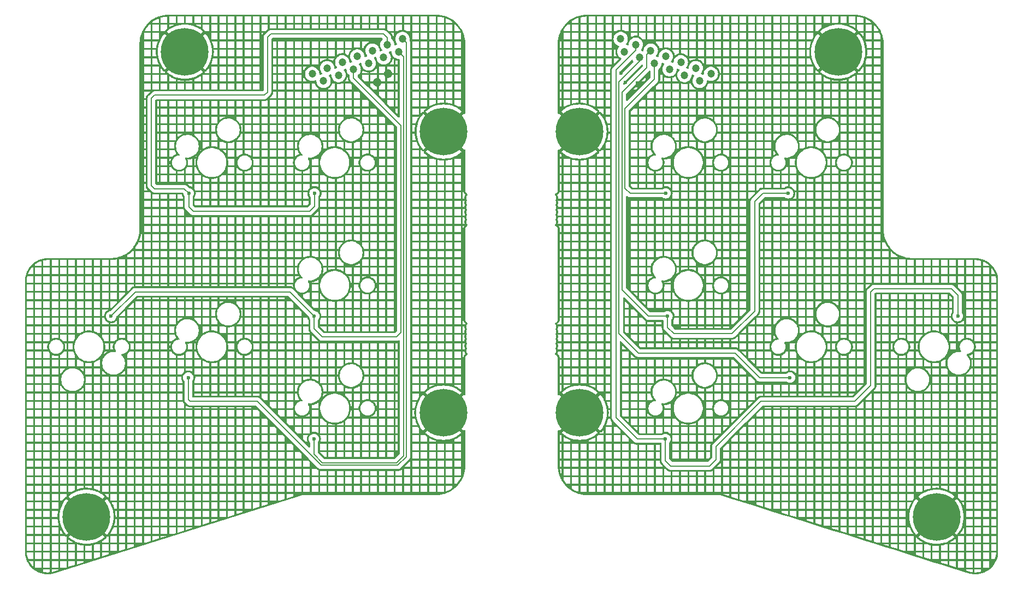
<source format=gbr>
%TF.GenerationSoftware,KiCad,Pcbnew,8.0.8*%
%TF.CreationDate,2025-01-29T21:57:57-05:00*%
%TF.ProjectId,rasgueado_thumbs,72617367-7565-4616-946f-5f7468756d62,rev?*%
%TF.SameCoordinates,Original*%
%TF.FileFunction,Copper,L1,Top*%
%TF.FilePolarity,Positive*%
%FSLAX46Y46*%
G04 Gerber Fmt 4.6, Leading zero omitted, Abs format (unit mm)*
G04 Created by KiCad (PCBNEW 8.0.8) date 2025-01-29 21:57:57*
%MOMM*%
%LPD*%
G01*
G04 APERTURE LIST*
%TA.AperFunction,ComponentPad*%
%ADD10C,7.400000*%
%TD*%
%TA.AperFunction,ComponentPad*%
%ADD11C,1.200000*%
%TD*%
%TA.AperFunction,ViaPad*%
%ADD12C,0.600000*%
%TD*%
%TA.AperFunction,Conductor*%
%ADD13C,0.200000*%
%TD*%
G04 APERTURE END LIST*
D10*
%TO.P,H4,1,1*%
%TO.N,/GND_L*%
X97686989Y-67741107D03*
%TD*%
%TO.P,H8,1,1*%
%TO.N,/GND_R*%
X198971900Y-67741100D03*
%TD*%
%TO.P,H2,1,1*%
%TO.N,/GND_L*%
X137752989Y-123737107D03*
%TD*%
%TO.P,H6,1,1*%
%TO.N,/GND_R*%
X158855900Y-80137100D03*
%TD*%
%TO.P,H7,1,1*%
%TO.N,/GND_R*%
X158905900Y-123737100D03*
%TD*%
%TO.P,H1,1,1*%
%TO.N,/GND_L*%
X82446989Y-139877107D03*
%TD*%
%TO.P,H3,1,1*%
%TO.N,/GND_L*%
X137802989Y-80137107D03*
%TD*%
%TO.P,H5,1,1*%
%TO.N,/GND_R*%
X214211900Y-139877100D03*
%TD*%
D11*
%TO.P,J1,1,Pin_1*%
%TO.N,/ROW_4*%
X131408900Y-65762100D03*
%TO.P,J1,2,Pin_2*%
%TO.N,/ROW_2*%
X130841253Y-67752772D03*
%TO.P,J1,3,Pin_3*%
%TO.N,/ROW_5*%
X129078580Y-66667422D03*
%TO.P,J1,4,Pin_4*%
%TO.N,/COL_6*%
X128510933Y-68658095D03*
%TO.P,J1,5,Pin_5*%
%TO.N,/COL_5*%
X126748260Y-67572745D03*
%TO.P,J1,6,Pin_6*%
%TO.N,unconnected-(J1-Pin_6-Pad6)*%
X126180613Y-69563417D03*
%TO.P,J1,7,Pin_7*%
%TO.N,unconnected-(J1-Pin_7-Pad7)*%
X124417940Y-68478067D03*
%TO.P,J1,8,Pin_8*%
%TO.N,/ROW_3*%
X123850293Y-70468739D03*
%TO.P,J1,9,Pin_9*%
%TO.N,unconnected-(J1-Pin_9-Pad9)*%
X122087620Y-69383389D03*
%TO.P,J1,10,Pin_10*%
%TO.N,unconnected-(J1-Pin_10-Pad10)*%
X121519973Y-71374062D03*
%TO.P,J1,11,Pin_11*%
%TO.N,unconnected-(J1-Pin_11-Pad11)*%
X119757300Y-70288712D03*
%TO.P,J1,12,Pin_12*%
%TO.N,unconnected-(J1-Pin_12-Pad12)*%
X119189653Y-72279384D03*
%TO.P,J1,13,Pin_13*%
%TO.N,unconnected-(J1-Pin_13-Pad13)*%
X117426980Y-71194034D03*
%TD*%
%TO.P,J2,1,Pin_1*%
%TO.N,unconnected-(J2-Pin_1-Pad1)*%
X179231920Y-71194034D03*
%TO.P,J2,2,Pin_2*%
%TO.N,unconnected-(J2-Pin_2-Pad2)*%
X177469247Y-72279384D03*
%TO.P,J2,3,Pin_3*%
%TO.N,unconnected-(J2-Pin_3-Pad3)*%
X176901600Y-70288712D03*
%TO.P,J2,4,Pin_4*%
%TO.N,unconnected-(J2-Pin_4-Pad4)*%
X175138927Y-71374062D03*
%TO.P,J2,5,Pin_5*%
%TO.N,unconnected-(J2-Pin_5-Pad5)*%
X174571280Y-69383389D03*
%TO.P,J2,6,Pin_6*%
%TO.N,/COL_R_5*%
X172808607Y-70468739D03*
%TO.P,J2,7,Pin_7*%
%TO.N,/COL_R_6*%
X172240960Y-68478067D03*
%TO.P,J2,8,Pin_8*%
%TO.N,/ROW_R_9*%
X170478287Y-69563417D03*
%TO.P,J2,9,Pin_9*%
%TO.N,/ROW_R_8*%
X169910640Y-67572745D03*
%TO.P,J2,10,Pin_10*%
%TO.N,/ROW_R_7*%
X168147967Y-68658095D03*
%TO.P,J2,11,Pin_11*%
%TO.N,/ROW_R_6*%
X167580320Y-66667422D03*
%TO.P,J2,12,Pin_12*%
%TO.N,unconnected-(J2-Pin_12-Pad12)*%
X165817647Y-67752772D03*
%TO.P,J2,13,Pin_13*%
%TO.N,unconnected-(J2-Pin_13-Pad13)*%
X165250000Y-65762100D03*
%TD*%
D12*
%TO.N,/ROW_3*%
X86262107Y-108762107D03*
X117737893Y-108762107D03*
%TO.N,/ROW_4*%
X98212893Y-118287107D03*
%TO.N,/ROW_2*%
X117687893Y-127812107D03*
%TO.N,/ROW_5*%
X117787893Y-89712107D03*
X98287893Y-89712107D03*
%TO.N,/ROW_R_6*%
X217500000Y-108762100D03*
X172187900Y-127812100D03*
%TO.N,/ROW_R_8*%
X191212100Y-89712100D03*
X172500000Y-108762100D03*
%TO.N,/ROW_R_9*%
X172212100Y-89712100D03*
%TO.N,/ROW_R_7*%
X191500000Y-118287100D03*
%TO.N,/GND_L*%
X127500000Y-72500000D03*
X129194282Y-71148178D03*
%TO.N,/GND_R*%
X165941644Y-72514096D03*
X167837375Y-72610489D03*
X165315088Y-71100330D03*
%TD*%
D13*
%TO.N,/ROW_5*%
X98287893Y-89712107D02*
X97575786Y-89000000D01*
X111000000Y-65000000D02*
X128500000Y-65000000D01*
X97575786Y-89000000D02*
X93000000Y-89000000D01*
X93000000Y-89000000D02*
X92500000Y-88500000D01*
X110500000Y-74000000D02*
X110500000Y-65500000D01*
X110500000Y-65500000D02*
X111000000Y-65000000D01*
X92500000Y-88500000D02*
X92500000Y-75000000D01*
X92500000Y-75000000D02*
X93000000Y-74500000D01*
X93000000Y-74500000D02*
X110000000Y-74500000D01*
X110000000Y-74500000D02*
X110500000Y-74000000D01*
X128500000Y-65000000D02*
X129078580Y-65578580D01*
X129078580Y-65578580D02*
X129078580Y-66667422D01*
%TO.N,/ROW_3*%
X90000000Y-105024214D02*
X90000000Y-105000000D01*
X86262107Y-108762107D02*
X90000000Y-105024214D01*
X113975786Y-105000000D02*
X117737893Y-108762107D01*
X90000000Y-105000000D02*
X113975786Y-105000000D01*
%TO.N,/ROW_4*%
X118834314Y-131900000D02*
X117467158Y-130532843D01*
X131408900Y-65762100D02*
X132000000Y-66353200D01*
X132000000Y-130565686D02*
X130665686Y-131900000D01*
X98500000Y-122000000D02*
X98212893Y-121712893D01*
X132000000Y-66353200D02*
X132000000Y-130565686D01*
X108934315Y-122000000D02*
X98500000Y-122000000D01*
X117467158Y-130532843D02*
X108934315Y-122000000D01*
X98212893Y-121712893D02*
X98212893Y-118287107D01*
X130665686Y-131900000D02*
X118834314Y-131900000D01*
%TO.N,/ROW_2*%
X117687893Y-130187893D02*
X119000000Y-131500000D01*
X117687893Y-127812107D02*
X117687893Y-130187893D01*
X130500000Y-131500000D02*
X131600000Y-130400000D01*
X131600000Y-130400000D02*
X131600000Y-68511519D01*
X131600000Y-68511519D02*
X130841253Y-67752772D01*
X119000000Y-131500000D02*
X130500000Y-131500000D01*
%TO.N,/ROW_5*%
X117000000Y-92500000D02*
X99000000Y-92500000D01*
X98287893Y-91787893D02*
X98287893Y-89712107D01*
X117787893Y-91712107D02*
X117000000Y-92500000D01*
X117787893Y-89712107D02*
X117787893Y-91712107D01*
X99000000Y-92500000D02*
X98287893Y-91787893D01*
%TO.N,/ROW_R_6*%
X180000000Y-131000000D02*
X179000000Y-132000000D01*
X164500000Y-70596270D02*
X164500000Y-124500000D01*
X164500000Y-124500000D02*
X167812100Y-127812100D01*
X204500000Y-104500000D02*
X204000000Y-105000000D01*
X201500000Y-122000000D02*
X187000000Y-122000000D01*
X216500000Y-104500000D02*
X204500000Y-104500000D01*
X173000000Y-132000000D02*
X172187900Y-131187900D01*
X167580320Y-67515950D02*
X164500000Y-70596270D01*
X187000000Y-122000000D02*
X180000000Y-129000000D01*
X167812100Y-127812100D02*
X172187900Y-127812100D01*
X172187900Y-131187900D02*
X172187900Y-127812100D01*
X179000000Y-132000000D02*
X173000000Y-132000000D01*
X217500000Y-105500000D02*
X216500000Y-104500000D01*
X180000000Y-129000000D02*
X180000000Y-131000000D01*
X217500000Y-108762100D02*
X217500000Y-105500000D01*
X204000000Y-105000000D02*
X204000000Y-119500000D01*
X204000000Y-119500000D02*
X201500000Y-122000000D01*
X167580320Y-66667422D02*
X167580320Y-67515950D01*
%TO.N,/ROW_R_8*%
X186000000Y-108000000D02*
X182500000Y-111500000D01*
X169310640Y-70189360D02*
X165500000Y-74000000D01*
X169310640Y-68172745D02*
X169310640Y-70189360D01*
X165500000Y-74000000D02*
X165500000Y-104700000D01*
X187287900Y-89712100D02*
X186000000Y-91000000D01*
X172500000Y-110500000D02*
X172500000Y-108762100D01*
X173500000Y-111500000D02*
X172500000Y-110500000D01*
X182500000Y-111500000D02*
X173500000Y-111500000D01*
X169910640Y-67572745D02*
X169310640Y-68172745D01*
X186000000Y-91000000D02*
X186000000Y-108000000D01*
X191212100Y-89712100D02*
X187287900Y-89712100D01*
X165500000Y-104700000D02*
X169562100Y-108762100D01*
X169562100Y-108762100D02*
X172500000Y-108762100D01*
%TO.N,/ROW_R_9*%
X165900000Y-88900000D02*
X165900000Y-76600000D01*
X170478287Y-72021713D02*
X170478287Y-69563417D01*
X172212100Y-89712100D02*
X166712100Y-89712100D01*
X165900000Y-76600000D02*
X170478287Y-72021713D01*
X166712100Y-89712100D02*
X165900000Y-88900000D01*
%TO.N,/ROW_R_7*%
X183000000Y-114500000D02*
X186787100Y-118287100D01*
X168000000Y-114500000D02*
X183000000Y-114500000D01*
X165000000Y-72403031D02*
X165000000Y-111500000D01*
X186787100Y-118287100D02*
X191500000Y-118287100D01*
X168147967Y-68658095D02*
X168147967Y-69255064D01*
X168147967Y-69255064D02*
X165000000Y-72403031D01*
X165000000Y-111500000D02*
X168000000Y-114500000D01*
%TO.N,unconnected-(J1-Pin_11-Pad11)*%
X120089653Y-70621065D02*
X119757300Y-70288712D01*
%TO.N,/ROW_3*%
X123850293Y-71850293D02*
X123850293Y-70468739D01*
X131200000Y-79200000D02*
X123850293Y-71850293D01*
X131200000Y-111300000D02*
X131200000Y-79200000D01*
X130500000Y-112000000D02*
X131200000Y-111300000D01*
X119000000Y-112000000D02*
X130500000Y-112000000D01*
X117737893Y-110737893D02*
X119000000Y-112000000D01*
X117737893Y-108762107D02*
X117737893Y-110737893D01*
%TD*%
%TA.AperFunction,Conductor*%
%TO.N,/GND_R*%
G36*
X169797121Y-70654628D02*
G01*
X169853054Y-70696500D01*
X169877471Y-70761964D01*
X169877787Y-70770810D01*
X169877787Y-71721615D01*
X169858102Y-71788654D01*
X169841468Y-71809296D01*
X166312181Y-75338583D01*
X166250858Y-75372068D01*
X166181166Y-75367084D01*
X166125233Y-75325212D01*
X166100816Y-75259748D01*
X166100500Y-75250902D01*
X166100500Y-74300097D01*
X166120185Y-74233058D01*
X166136819Y-74212416D01*
X166698735Y-73650500D01*
X167120169Y-73650500D01*
X167578830Y-73650500D01*
X167801122Y-73428208D01*
X167801122Y-73261643D01*
X167683793Y-73246196D01*
X167652527Y-73237818D01*
X167567902Y-73202765D01*
X167120169Y-73650500D01*
X166698735Y-73650500D01*
X167912151Y-72437084D01*
X168008219Y-72341016D01*
X168429651Y-72341016D01*
X168433580Y-72350500D01*
X168878830Y-72350500D01*
X169101122Y-72128208D01*
X169101122Y-71669546D01*
X168429651Y-72341016D01*
X168008219Y-72341016D01*
X169666108Y-70683127D01*
X169727429Y-70649644D01*
X169797121Y-70654628D01*
G37*
%TD.AperFunction*%
%TA.AperFunction,Conductor*%
G36*
X168629474Y-69725306D02*
G01*
X168685407Y-69767178D01*
X168709824Y-69832642D01*
X168710140Y-69841488D01*
X168710140Y-69889262D01*
X168690455Y-69956301D01*
X168673821Y-69976943D01*
X165812181Y-72838583D01*
X165750858Y-72872068D01*
X165681166Y-72867084D01*
X165625233Y-72825212D01*
X165600816Y-72759748D01*
X165600500Y-72750902D01*
X165600500Y-72703128D01*
X165620185Y-72636089D01*
X165636819Y-72615447D01*
X168498459Y-69753807D01*
X168559782Y-69720322D01*
X168629474Y-69725306D01*
G37*
%TD.AperFunction*%
%TA.AperFunction,Conductor*%
G36*
X167050338Y-68997679D02*
G01*
X167106271Y-69039551D01*
X167118004Y-69058590D01*
X167203623Y-69230537D01*
X167215884Y-69299322D01*
X167189011Y-69363817D01*
X167180304Y-69373489D01*
X165312181Y-71241613D01*
X165250858Y-71275098D01*
X165181166Y-71270114D01*
X165125233Y-71228242D01*
X165100816Y-71162778D01*
X165100500Y-71153932D01*
X165100500Y-70896366D01*
X165120185Y-70829327D01*
X165136814Y-70808690D01*
X166919325Y-69026178D01*
X166980646Y-68992695D01*
X167050338Y-68997679D01*
G37*
%TD.AperFunction*%
%TA.AperFunction,Conductor*%
G36*
X201502702Y-62000617D02*
G01*
X201886771Y-62017386D01*
X201897506Y-62018326D01*
X202275971Y-62068152D01*
X202286597Y-62070025D01*
X202659284Y-62152648D01*
X202669710Y-62155442D01*
X203033765Y-62270227D01*
X203043911Y-62273920D01*
X203396578Y-62420000D01*
X203406369Y-62424566D01*
X203651450Y-62552147D01*
X203744942Y-62600816D01*
X203754310Y-62606224D01*
X204076244Y-62811318D01*
X204085105Y-62817523D01*
X204387930Y-63049889D01*
X204396217Y-63056843D01*
X204677635Y-63314715D01*
X204685284Y-63322364D01*
X204943156Y-63603782D01*
X204950110Y-63612069D01*
X205182476Y-63914894D01*
X205188681Y-63923755D01*
X205393775Y-64245689D01*
X205399183Y-64255057D01*
X205575430Y-64593623D01*
X205580002Y-64603427D01*
X205726075Y-64956078D01*
X205729775Y-64966244D01*
X205844554Y-65330278D01*
X205847354Y-65340727D01*
X205929971Y-65713389D01*
X205931849Y-65724042D01*
X205981671Y-66102473D01*
X205982614Y-66113249D01*
X205999382Y-66497297D01*
X205999500Y-66502706D01*
X205999500Y-95458600D01*
X206033751Y-95850095D01*
X206033751Y-95850099D01*
X206068735Y-96048500D01*
X206101993Y-96237115D01*
X206203707Y-96616716D01*
X206335636Y-96979187D01*
X206338124Y-96986021D01*
X206504195Y-97342162D01*
X206504207Y-97342186D01*
X206700695Y-97682512D01*
X206700704Y-97682527D01*
X206926115Y-98004447D01*
X207075802Y-98182836D01*
X207178722Y-98305491D01*
X207456609Y-98583378D01*
X207563738Y-98673270D01*
X207757652Y-98835984D01*
X207757658Y-98835988D01*
X207757659Y-98835989D01*
X208079579Y-99061400D01*
X208419920Y-99257896D01*
X208419934Y-99257902D01*
X208419937Y-99257904D01*
X208776078Y-99423975D01*
X208776083Y-99423976D01*
X208776092Y-99423981D01*
X209145384Y-99558393D01*
X209524985Y-99660107D01*
X209912007Y-99728349D01*
X210303502Y-99762599D01*
X210303503Y-99762600D01*
X210303504Y-99762600D01*
X210434108Y-99762600D01*
X220184108Y-99762600D01*
X220246949Y-99762600D01*
X220253032Y-99762748D01*
X220586929Y-99779152D01*
X220599037Y-99780345D01*
X220702146Y-99795639D01*
X220926699Y-99828949D01*
X220938617Y-99831319D01*
X221259951Y-99911809D01*
X221271588Y-99915340D01*
X221342806Y-99940822D01*
X221583467Y-100026932D01*
X221594688Y-100031579D01*
X221894163Y-100173220D01*
X221904871Y-100178944D01*
X222188988Y-100349237D01*
X222199103Y-100355995D01*
X222373022Y-100484982D01*
X222465170Y-100553324D01*
X222474576Y-100561044D01*
X222720013Y-100783495D01*
X222728604Y-100792086D01*
X222872182Y-100950500D01*
X222951055Y-101037523D01*
X222958775Y-101046929D01*
X223156102Y-101312993D01*
X223162862Y-101323111D01*
X223175905Y-101344872D01*
X223331418Y-101604331D01*
X223333148Y-101607216D01*
X223338883Y-101617944D01*
X223458232Y-101870287D01*
X223480514Y-101917397D01*
X223485170Y-101928640D01*
X223596759Y-102240511D01*
X223600292Y-102252155D01*
X223680777Y-102573469D01*
X223683151Y-102585405D01*
X223731754Y-102913062D01*
X223732947Y-102925171D01*
X223749351Y-103259066D01*
X223749500Y-103265151D01*
X223749500Y-145307555D01*
X223749349Y-145313673D01*
X223732764Y-145649386D01*
X223731558Y-145661562D01*
X223682421Y-145990972D01*
X223680021Y-146002970D01*
X223598657Y-146325938D01*
X223595086Y-146337641D01*
X223482294Y-146651007D01*
X223477588Y-146662301D01*
X223334453Y-146963043D01*
X223328656Y-146973818D01*
X223156582Y-147258984D01*
X223149751Y-147269135D01*
X222950421Y-147535941D01*
X222942624Y-147545370D01*
X222717955Y-147791249D01*
X222709265Y-147799864D01*
X222461468Y-148022394D01*
X222451973Y-148030110D01*
X222183438Y-148227145D01*
X222173228Y-148233887D01*
X221886599Y-148403488D01*
X221875774Y-148409192D01*
X221573816Y-148549725D01*
X221562482Y-148554334D01*
X221248150Y-148664421D01*
X221236417Y-148667891D01*
X220912754Y-148746466D01*
X220900736Y-148748762D01*
X220570918Y-148795056D01*
X220558732Y-148796157D01*
X220225955Y-148809720D01*
X220213720Y-148809615D01*
X219881215Y-148790315D01*
X219869050Y-148789004D01*
X219540080Y-148737032D01*
X219528103Y-148734529D01*
X219326056Y-148681773D01*
X219202516Y-148649515D01*
X219196640Y-148647825D01*
X218740877Y-148504459D01*
X220099122Y-148504459D01*
X220222406Y-148511616D01*
X220538009Y-148498753D01*
X220850798Y-148454849D01*
X221101122Y-148394078D01*
X221101122Y-148048500D01*
X220099122Y-148048500D01*
X220099122Y-148504459D01*
X218740877Y-148504459D01*
X217806003Y-148210383D01*
X218799122Y-148210383D01*
X219281955Y-148362265D01*
X219595080Y-148444025D01*
X219801122Y-148476576D01*
X219801122Y-148048500D01*
X218799122Y-148048500D01*
X218799122Y-148210383D01*
X217806003Y-148210383D01*
X216344025Y-147750500D01*
X217499122Y-147750500D01*
X218501122Y-147750500D01*
X218799122Y-147750500D01*
X219801122Y-147750500D01*
X220099122Y-147750500D01*
X221101122Y-147750500D01*
X221399122Y-147750500D01*
X222318229Y-147750500D01*
X222401122Y-147676058D01*
X222401122Y-146748500D01*
X221399122Y-146748500D01*
X221399122Y-147750500D01*
X221101122Y-147750500D01*
X221101122Y-146748500D01*
X220099122Y-146748500D01*
X220099122Y-147750500D01*
X219801122Y-147750500D01*
X219801122Y-146748500D01*
X218799122Y-146748500D01*
X218799122Y-147750500D01*
X218501122Y-147750500D01*
X218501122Y-146748500D01*
X217499122Y-146748500D01*
X217499122Y-147750500D01*
X216344025Y-147750500D01*
X215206002Y-147392521D01*
X216199122Y-147392521D01*
X217201122Y-147707713D01*
X217201122Y-146748500D01*
X216199122Y-146748500D01*
X216199122Y-147392521D01*
X215206002Y-147392521D01*
X213906002Y-146983590D01*
X214899122Y-146983590D01*
X215901122Y-147298782D01*
X215901122Y-146748500D01*
X214899122Y-146748500D01*
X214899122Y-146983590D01*
X213906002Y-146983590D01*
X211306001Y-146165728D01*
X212299122Y-146165728D01*
X213204413Y-146450500D01*
X213301122Y-146450500D01*
X213599122Y-146450500D01*
X214601122Y-146450500D01*
X214899122Y-146450500D01*
X215901122Y-146450500D01*
X216199122Y-146450500D01*
X217201122Y-146450500D01*
X217499122Y-146450500D01*
X218501122Y-146450500D01*
X218799122Y-146450500D01*
X219801122Y-146450500D01*
X220099122Y-146450500D01*
X221101122Y-146450500D01*
X221399122Y-146450500D01*
X222401122Y-146450500D01*
X222699122Y-146450500D01*
X223237748Y-146450500D01*
X223311783Y-146244810D01*
X223388949Y-145938507D01*
X223435551Y-145626096D01*
X223444325Y-145448500D01*
X222699122Y-145448500D01*
X222699122Y-146450500D01*
X222401122Y-146450500D01*
X222401122Y-145448500D01*
X221399122Y-145448500D01*
X221399122Y-146450500D01*
X221101122Y-146450500D01*
X221101122Y-145448500D01*
X220099122Y-145448500D01*
X220099122Y-146450500D01*
X219801122Y-146450500D01*
X219801122Y-145448500D01*
X218799122Y-145448500D01*
X218799122Y-146450500D01*
X218501122Y-146450500D01*
X218501122Y-145448500D01*
X217499122Y-145448500D01*
X217499122Y-146450500D01*
X217201122Y-146450500D01*
X217201122Y-145448500D01*
X216199122Y-145448500D01*
X216199122Y-146450500D01*
X215901122Y-146450500D01*
X215901122Y-145448500D01*
X214899122Y-145448500D01*
X214899122Y-146450500D01*
X214601122Y-146450500D01*
X214601122Y-145448500D01*
X213599122Y-145448500D01*
X213599122Y-146450500D01*
X213301122Y-146450500D01*
X213301122Y-145448500D01*
X212299122Y-145448500D01*
X212299122Y-146165728D01*
X211306001Y-146165728D01*
X210006004Y-145756798D01*
X210999122Y-145756798D01*
X212001122Y-146071989D01*
X212001122Y-145448500D01*
X210999122Y-145448500D01*
X210999122Y-145756798D01*
X210006004Y-145756798D01*
X207406004Y-144938936D01*
X208399122Y-144938936D01*
X209071686Y-145150500D01*
X209401122Y-145150500D01*
X209699122Y-145150500D01*
X210701122Y-145150500D01*
X210999122Y-145150500D01*
X212001122Y-145150500D01*
X212299122Y-145150500D01*
X213301122Y-145150500D01*
X213599122Y-145150500D01*
X214601122Y-145150500D01*
X214601122Y-144361403D01*
X214222870Y-144379986D01*
X214219816Y-144380098D01*
X214218589Y-144380128D01*
X214215558Y-144380165D01*
X214208242Y-144380165D01*
X214205211Y-144380128D01*
X214203984Y-144380098D01*
X214200930Y-144379986D01*
X213781457Y-144359378D01*
X213778427Y-144359192D01*
X213777206Y-144359102D01*
X213774182Y-144358841D01*
X213766903Y-144358125D01*
X213763823Y-144357784D01*
X213762602Y-144357633D01*
X213759626Y-144357228D01*
X213599122Y-144333419D01*
X213599122Y-145150500D01*
X213301122Y-145150500D01*
X213301122Y-144322376D01*
X214899122Y-144322376D01*
X214899122Y-145150500D01*
X215901122Y-145150500D01*
X216199122Y-145150500D01*
X217201122Y-145150500D01*
X217499122Y-145150500D01*
X218501122Y-145150500D01*
X218799122Y-145150500D01*
X219801122Y-145150500D01*
X220099122Y-145150500D01*
X221101122Y-145150500D01*
X221399122Y-145150500D01*
X222401122Y-145150500D01*
X222699122Y-145150500D01*
X223451500Y-145150500D01*
X223451500Y-144148500D01*
X222699122Y-144148500D01*
X222699122Y-145150500D01*
X222401122Y-145150500D01*
X222401122Y-144148500D01*
X221399122Y-144148500D01*
X221399122Y-145150500D01*
X221101122Y-145150500D01*
X221101122Y-144148500D01*
X220099122Y-144148500D01*
X220099122Y-145150500D01*
X219801122Y-145150500D01*
X219801122Y-144148500D01*
X218799122Y-144148500D01*
X218799122Y-145150500D01*
X218501122Y-145150500D01*
X218501122Y-144148500D01*
X217499122Y-144148500D01*
X217499122Y-145150500D01*
X217201122Y-145150500D01*
X217201122Y-144148500D01*
X216199122Y-144148500D01*
X216199122Y-145150500D01*
X215901122Y-145150500D01*
X215901122Y-144148500D01*
X215625678Y-144148500D01*
X215529515Y-144182908D01*
X215526619Y-144183904D01*
X215525453Y-144184289D01*
X215522573Y-144185201D01*
X215515572Y-144187325D01*
X215512662Y-144188170D01*
X215511481Y-144188497D01*
X215508522Y-144189277D01*
X215101126Y-144291325D01*
X215098120Y-144292038D01*
X215096920Y-144292307D01*
X215093984Y-144292928D01*
X215086809Y-144294355D01*
X215083795Y-144294916D01*
X215082589Y-144295125D01*
X215079609Y-144295604D01*
X214899122Y-144322376D01*
X213301122Y-144322376D01*
X213301122Y-144285926D01*
X212915278Y-144189277D01*
X212912319Y-144188497D01*
X212911138Y-144188170D01*
X212908228Y-144187325D01*
X212901227Y-144185201D01*
X212898347Y-144184289D01*
X212897181Y-144183904D01*
X212894285Y-144182908D01*
X212798122Y-144148500D01*
X212299122Y-144148500D01*
X212299122Y-145150500D01*
X212001122Y-145150500D01*
X212001122Y-144148500D01*
X210999122Y-144148500D01*
X210999122Y-145150500D01*
X210701122Y-145150500D01*
X210701122Y-144148500D01*
X209699122Y-144148500D01*
X209699122Y-145150500D01*
X209401122Y-145150500D01*
X209401122Y-144148500D01*
X208399122Y-144148500D01*
X208399122Y-144938936D01*
X207406004Y-144938936D01*
X206106004Y-144530005D01*
X207099122Y-144530005D01*
X208101122Y-144845196D01*
X208101122Y-144148500D01*
X207099122Y-144148500D01*
X207099122Y-144530005D01*
X206106004Y-144530005D01*
X204893192Y-144148500D01*
X205886308Y-144148500D01*
X206801122Y-144436266D01*
X206801122Y-144148500D01*
X205886308Y-144148500D01*
X204893192Y-144148500D01*
X203506004Y-143712143D01*
X204499122Y-143712143D01*
X204938959Y-143850500D01*
X205501122Y-143850500D01*
X205799122Y-143850500D01*
X206801122Y-143850500D01*
X207099122Y-143850500D01*
X208101122Y-143850500D01*
X208399122Y-143850500D01*
X209401122Y-143850500D01*
X209699122Y-143850500D01*
X210701122Y-143850500D01*
X210999122Y-143850500D01*
X212001122Y-143850500D01*
X212001122Y-143796092D01*
X211719351Y-143627206D01*
X211716763Y-143625612D01*
X211715727Y-143624956D01*
X211713172Y-143623293D01*
X211707090Y-143619229D01*
X211704636Y-143617547D01*
X211703631Y-143616840D01*
X211701110Y-143615019D01*
X211363778Y-143364836D01*
X211361335Y-143362976D01*
X211360368Y-143362221D01*
X211358023Y-143360344D01*
X211352368Y-143355704D01*
X211349993Y-143353705D01*
X211349064Y-143352903D01*
X211346820Y-143350919D01*
X211176815Y-143196834D01*
X211147352Y-143156592D01*
X211138803Y-143137927D01*
X211127577Y-143089334D01*
X211124511Y-142964487D01*
X210999665Y-142961422D01*
X210999122Y-142961296D01*
X210999122Y-143850500D01*
X210701122Y-143850500D01*
X210701122Y-142848500D01*
X209699122Y-142848500D01*
X209699122Y-143850500D01*
X209401122Y-143850500D01*
X209401122Y-142848500D01*
X208399122Y-142848500D01*
X208399122Y-143850500D01*
X208101122Y-143850500D01*
X208101122Y-142848500D01*
X207099122Y-142848500D01*
X207099122Y-143850500D01*
X206801122Y-143850500D01*
X206801122Y-142848500D01*
X205799122Y-142848500D01*
X205799122Y-143850500D01*
X205501122Y-143850500D01*
X205501122Y-142848500D01*
X204499122Y-142848500D01*
X204499122Y-143712143D01*
X203506004Y-143712143D01*
X202206004Y-143303212D01*
X203199122Y-143303212D01*
X204201122Y-143618404D01*
X204201122Y-142848500D01*
X203199122Y-142848500D01*
X203199122Y-143303212D01*
X202206004Y-143303212D01*
X200906004Y-142894281D01*
X201899122Y-142894281D01*
X202901122Y-143209473D01*
X202901122Y-142848500D01*
X201899122Y-142848500D01*
X201899122Y-142894281D01*
X200906004Y-142894281D01*
X199606004Y-142485350D01*
X200599122Y-142485350D01*
X200806232Y-142550500D01*
X201601122Y-142550500D01*
X201899122Y-142550500D01*
X202901122Y-142550500D01*
X203199122Y-142550500D01*
X204201122Y-142550500D01*
X204499122Y-142550500D01*
X205501122Y-142550500D01*
X205799122Y-142550500D01*
X206801122Y-142550500D01*
X207099122Y-142550500D01*
X208101122Y-142550500D01*
X208399122Y-142550500D01*
X209401122Y-142550500D01*
X209699122Y-142550500D01*
X210594581Y-142550500D01*
X210473981Y-142387890D01*
X210472160Y-142385369D01*
X210471453Y-142384364D01*
X210469771Y-142381910D01*
X210465707Y-142375828D01*
X210464044Y-142373273D01*
X210463388Y-142372237D01*
X210461794Y-142369649D01*
X210245881Y-142009420D01*
X210244329Y-142006756D01*
X210243725Y-142005689D01*
X210242283Y-142003069D01*
X210238834Y-141996618D01*
X210237419Y-141993890D01*
X210236867Y-141992793D01*
X210235539Y-141990073D01*
X210055974Y-141610414D01*
X210054694Y-141607617D01*
X210054197Y-141606495D01*
X210053015Y-141603739D01*
X210050215Y-141596981D01*
X210049045Y-141594051D01*
X210048604Y-141592905D01*
X210047580Y-141590146D01*
X210032679Y-141548500D01*
X209699122Y-141548500D01*
X209699122Y-142550500D01*
X209401122Y-142550500D01*
X209401122Y-141548500D01*
X208399122Y-141548500D01*
X208399122Y-142550500D01*
X208101122Y-142550500D01*
X208101122Y-141548500D01*
X207099122Y-141548500D01*
X207099122Y-142550500D01*
X206801122Y-142550500D01*
X206801122Y-141548500D01*
X205799122Y-141548500D01*
X205799122Y-142550500D01*
X205501122Y-142550500D01*
X205501122Y-141548500D01*
X204499122Y-141548500D01*
X204499122Y-142550500D01*
X204201122Y-142550500D01*
X204201122Y-141548500D01*
X203199122Y-141548500D01*
X203199122Y-142550500D01*
X202901122Y-142550500D01*
X202901122Y-141548500D01*
X201899122Y-141548500D01*
X201899122Y-142550500D01*
X201601122Y-142550500D01*
X201601122Y-141548500D01*
X200599122Y-141548500D01*
X200599122Y-142485350D01*
X199606004Y-142485350D01*
X198306004Y-142076419D01*
X199299122Y-142076419D01*
X200301122Y-142391611D01*
X200301122Y-141548500D01*
X199299122Y-141548500D01*
X199299122Y-142076419D01*
X198306004Y-142076419D01*
X197006004Y-141667488D01*
X197999122Y-141667488D01*
X199001122Y-141982680D01*
X199001122Y-141548500D01*
X197999122Y-141548500D01*
X197999122Y-141667488D01*
X197006004Y-141667488D01*
X195680391Y-141250500D01*
X196699122Y-141250500D01*
X197701122Y-141250500D01*
X197999122Y-141250500D01*
X199001122Y-141250500D01*
X199299122Y-141250500D01*
X200301122Y-141250500D01*
X200599122Y-141250500D01*
X201601122Y-141250500D01*
X201899122Y-141250500D01*
X202901122Y-141250500D01*
X203199122Y-141250500D01*
X204201122Y-141250500D01*
X204499122Y-141250500D01*
X205501122Y-141250500D01*
X205799122Y-141250500D01*
X206801122Y-141250500D01*
X207099122Y-141250500D01*
X208101122Y-141250500D01*
X208399122Y-141250500D01*
X209401122Y-141250500D01*
X209401122Y-140248500D01*
X208399122Y-140248500D01*
X208399122Y-141250500D01*
X208101122Y-141250500D01*
X208101122Y-140248500D01*
X207099122Y-140248500D01*
X207099122Y-141250500D01*
X206801122Y-141250500D01*
X206801122Y-140248500D01*
X205799122Y-140248500D01*
X205799122Y-141250500D01*
X205501122Y-141250500D01*
X205501122Y-140248500D01*
X204499122Y-140248500D01*
X204499122Y-141250500D01*
X204201122Y-141250500D01*
X204201122Y-140248500D01*
X203199122Y-140248500D01*
X203199122Y-141250500D01*
X202901122Y-141250500D01*
X202901122Y-140248500D01*
X201899122Y-140248500D01*
X201899122Y-141250500D01*
X201601122Y-141250500D01*
X201601122Y-140248500D01*
X200599122Y-140248500D01*
X200599122Y-141250500D01*
X200301122Y-141250500D01*
X200301122Y-140248500D01*
X199299122Y-140248500D01*
X199299122Y-141250500D01*
X199001122Y-141250500D01*
X199001122Y-140248500D01*
X197999122Y-140248500D01*
X197999122Y-141250500D01*
X197701122Y-141250500D01*
X197701122Y-140248500D01*
X196699122Y-140248500D01*
X196699122Y-141250500D01*
X195680391Y-141250500D01*
X194406004Y-140849626D01*
X195399122Y-140849626D01*
X196401122Y-141164818D01*
X196401122Y-140248500D01*
X195399122Y-140248500D01*
X195399122Y-140849626D01*
X194406004Y-140849626D01*
X193106004Y-140440695D01*
X194099122Y-140440695D01*
X195101122Y-140755887D01*
X195101122Y-140248500D01*
X194099122Y-140248500D01*
X194099122Y-140440695D01*
X193106004Y-140440695D01*
X191547664Y-139950500D01*
X192799122Y-139950500D01*
X193801122Y-139950500D01*
X194099122Y-139950500D01*
X195101122Y-139950500D01*
X195399122Y-139950500D01*
X196401122Y-139950500D01*
X196699122Y-139950500D01*
X197701122Y-139950500D01*
X197999122Y-139950500D01*
X199001122Y-139950500D01*
X199299122Y-139950500D01*
X200301122Y-139950500D01*
X200599122Y-139950500D01*
X201601122Y-139950500D01*
X201899122Y-139950500D01*
X202901122Y-139950500D01*
X203199122Y-139950500D01*
X204201122Y-139950500D01*
X204499122Y-139950500D01*
X205501122Y-139950500D01*
X205799122Y-139950500D01*
X206801122Y-139950500D01*
X207099122Y-139950500D01*
X208101122Y-139950500D01*
X208399122Y-139950500D01*
X209401122Y-139950500D01*
X209401122Y-139877100D01*
X210006835Y-139877100D01*
X210027085Y-140289276D01*
X210087635Y-140697473D01*
X210187907Y-141097776D01*
X210326919Y-141486289D01*
X210326927Y-141486309D01*
X210503366Y-141859357D01*
X210715514Y-142213306D01*
X210961341Y-142544764D01*
X211070378Y-142665067D01*
X212738960Y-140996484D01*
X212818012Y-141099507D01*
X212989493Y-141270988D01*
X213092513Y-141350038D01*
X211423931Y-143018620D01*
X211544235Y-143127658D01*
X211875693Y-143373485D01*
X212229642Y-143585633D01*
X212602690Y-143762072D01*
X212602710Y-143762080D01*
X212991223Y-143901092D01*
X213391526Y-144001364D01*
X213799723Y-144061914D01*
X214211900Y-144082164D01*
X214624076Y-144061914D01*
X215032273Y-144001364D01*
X215432576Y-143901092D01*
X215573971Y-143850500D01*
X216330774Y-143850500D01*
X217201122Y-143850500D01*
X217201122Y-143238400D01*
X217076980Y-143350918D01*
X217074736Y-143352903D01*
X217073807Y-143353705D01*
X217071432Y-143355704D01*
X217065777Y-143360344D01*
X217063432Y-143362221D01*
X217062465Y-143362976D01*
X217060022Y-143364836D01*
X216722690Y-143615019D01*
X216720169Y-143616840D01*
X216719164Y-143617547D01*
X216716710Y-143619229D01*
X216710628Y-143623293D01*
X216708073Y-143624956D01*
X216707037Y-143625612D01*
X216704449Y-143627206D01*
X216344220Y-143843119D01*
X216341556Y-143844671D01*
X216340489Y-143845275D01*
X216337869Y-143846717D01*
X216331418Y-143850166D01*
X216330774Y-143850500D01*
X215573971Y-143850500D01*
X215821089Y-143762080D01*
X215821109Y-143762072D01*
X216194157Y-143585633D01*
X216548106Y-143373485D01*
X216879570Y-143127654D01*
X216999867Y-143018621D01*
X216999867Y-143018619D01*
X216917235Y-142935987D01*
X217499122Y-142935987D01*
X217499122Y-143850500D01*
X218501122Y-143850500D01*
X218799122Y-143850500D01*
X219801122Y-143850500D01*
X220099122Y-143850500D01*
X221101122Y-143850500D01*
X221399122Y-143850500D01*
X222401122Y-143850500D01*
X222699122Y-143850500D01*
X223451500Y-143850500D01*
X223451500Y-142848500D01*
X222699122Y-142848500D01*
X222699122Y-143850500D01*
X222401122Y-143850500D01*
X222401122Y-142848500D01*
X221399122Y-142848500D01*
X221399122Y-143850500D01*
X221101122Y-143850500D01*
X221101122Y-142848500D01*
X220099122Y-142848500D01*
X220099122Y-143850500D01*
X219801122Y-143850500D01*
X219801122Y-142848500D01*
X218799122Y-142848500D01*
X218799122Y-143850500D01*
X218501122Y-143850500D01*
X218501122Y-142848500D01*
X217589354Y-142848500D01*
X217531633Y-142912184D01*
X217499122Y-142935987D01*
X216917235Y-142935987D01*
X215331285Y-141350038D01*
X215434307Y-141270988D01*
X215605788Y-141099507D01*
X215684838Y-140996485D01*
X217353419Y-142665067D01*
X217353421Y-142665067D01*
X217457261Y-142550500D01*
X217829219Y-142550500D01*
X218501122Y-142550500D01*
X218799122Y-142550500D01*
X219801122Y-142550500D01*
X220099122Y-142550500D01*
X221101122Y-142550500D01*
X221399122Y-142550500D01*
X222401122Y-142550500D01*
X222699122Y-142550500D01*
X223451500Y-142550500D01*
X223451500Y-141548500D01*
X222699122Y-141548500D01*
X222699122Y-142550500D01*
X222401122Y-142550500D01*
X222401122Y-141548500D01*
X221399122Y-141548500D01*
X221399122Y-142550500D01*
X221101122Y-142550500D01*
X221101122Y-141548500D01*
X220099122Y-141548500D01*
X220099122Y-142550500D01*
X219801122Y-142550500D01*
X219801122Y-141548500D01*
X218799122Y-141548500D01*
X218799122Y-142550500D01*
X218501122Y-142550500D01*
X218501122Y-141548500D01*
X218391121Y-141548500D01*
X218376220Y-141590146D01*
X218375196Y-141592905D01*
X218374755Y-141594051D01*
X218373585Y-141596981D01*
X218370785Y-141603739D01*
X218369603Y-141606495D01*
X218369106Y-141607617D01*
X218367826Y-141610414D01*
X218188261Y-141990073D01*
X218186933Y-141992793D01*
X218186381Y-141993890D01*
X218184966Y-141996618D01*
X218181517Y-142003069D01*
X218180075Y-142005689D01*
X218179471Y-142006756D01*
X218177919Y-142009420D01*
X217962006Y-142369649D01*
X217960412Y-142372237D01*
X217959756Y-142373273D01*
X217958093Y-142375828D01*
X217954029Y-142381910D01*
X217952347Y-142384364D01*
X217951640Y-142385369D01*
X217949819Y-142387890D01*
X217829219Y-142550500D01*
X217457261Y-142550500D01*
X217462454Y-142544770D01*
X217708285Y-142213306D01*
X217920433Y-141859357D01*
X218096872Y-141486309D01*
X218096880Y-141486289D01*
X218181247Y-141250500D01*
X218799122Y-141250500D01*
X219801122Y-141250500D01*
X220099122Y-141250500D01*
X221101122Y-141250500D01*
X221399122Y-141250500D01*
X222401122Y-141250500D01*
X222699122Y-141250500D01*
X223451500Y-141250500D01*
X223451500Y-140248500D01*
X222699122Y-140248500D01*
X222699122Y-141250500D01*
X222401122Y-141250500D01*
X222401122Y-140248500D01*
X221399122Y-140248500D01*
X221399122Y-141250500D01*
X221101122Y-141250500D01*
X221101122Y-140248500D01*
X220099122Y-140248500D01*
X220099122Y-141250500D01*
X219801122Y-141250500D01*
X219801122Y-140248500D01*
X218799122Y-140248500D01*
X218799122Y-141250500D01*
X218181247Y-141250500D01*
X218235892Y-141097776D01*
X218336164Y-140697473D01*
X218396714Y-140289276D01*
X218413358Y-139950500D01*
X218799122Y-139950500D01*
X219801122Y-139950500D01*
X220099122Y-139950500D01*
X221101122Y-139950500D01*
X221399122Y-139950500D01*
X222401122Y-139950500D01*
X222699122Y-139950500D01*
X223451500Y-139950500D01*
X223451500Y-138948500D01*
X222699122Y-138948500D01*
X222699122Y-139950500D01*
X222401122Y-139950500D01*
X222401122Y-138948500D01*
X221399122Y-138948500D01*
X221399122Y-139950500D01*
X221101122Y-139950500D01*
X221101122Y-138948500D01*
X220099122Y-138948500D01*
X220099122Y-139950500D01*
X219801122Y-139950500D01*
X219801122Y-138948500D01*
X218799122Y-138948500D01*
X218799122Y-139950500D01*
X218413358Y-139950500D01*
X218416964Y-139877100D01*
X218396714Y-139464923D01*
X218336164Y-139056726D01*
X218235892Y-138656423D01*
X218233773Y-138650500D01*
X218799122Y-138650500D01*
X219801122Y-138650500D01*
X220099122Y-138650500D01*
X221101122Y-138650500D01*
X221399122Y-138650500D01*
X222401122Y-138650500D01*
X222699122Y-138650500D01*
X223451500Y-138650500D01*
X223451500Y-137648500D01*
X222699122Y-137648500D01*
X222699122Y-138650500D01*
X222401122Y-138650500D01*
X222401122Y-137648500D01*
X221399122Y-137648500D01*
X221399122Y-138650500D01*
X221101122Y-138650500D01*
X221101122Y-137648500D01*
X220099122Y-137648500D01*
X220099122Y-138650500D01*
X219801122Y-138650500D01*
X219801122Y-137648500D01*
X218799122Y-137648500D01*
X218799122Y-138650500D01*
X218233773Y-138650500D01*
X218096880Y-138267910D01*
X218096872Y-138267890D01*
X217920433Y-137894842D01*
X217772782Y-137648500D01*
X218120211Y-137648500D01*
X218177919Y-137744780D01*
X218179471Y-137747444D01*
X218180075Y-137748511D01*
X218181517Y-137751131D01*
X218184966Y-137757582D01*
X218186381Y-137760310D01*
X218186933Y-137761407D01*
X218188261Y-137764127D01*
X218367826Y-138143786D01*
X218369106Y-138146583D01*
X218369603Y-138147705D01*
X218370785Y-138150461D01*
X218373585Y-138157219D01*
X218374755Y-138160149D01*
X218375196Y-138161295D01*
X218376220Y-138164055D01*
X218501122Y-138513131D01*
X218501122Y-137648500D01*
X218120211Y-137648500D01*
X217772782Y-137648500D01*
X217708285Y-137540893D01*
X217462458Y-137209435D01*
X217353420Y-137089131D01*
X215684838Y-138757713D01*
X215605788Y-138654693D01*
X215434307Y-138483212D01*
X215331284Y-138404160D01*
X216917234Y-136818211D01*
X217499122Y-136818211D01*
X217531634Y-136842015D01*
X217685719Y-137012020D01*
X217687703Y-137014264D01*
X217688505Y-137015193D01*
X217690504Y-137017568D01*
X217695144Y-137023223D01*
X217697021Y-137025568D01*
X217697776Y-137026535D01*
X217699636Y-137028978D01*
X217938093Y-137350500D01*
X218501122Y-137350500D01*
X218799122Y-137350500D01*
X219801122Y-137350500D01*
X220099122Y-137350500D01*
X221101122Y-137350500D01*
X221399122Y-137350500D01*
X222401122Y-137350500D01*
X222699122Y-137350500D01*
X223451500Y-137350500D01*
X223451500Y-136348500D01*
X222699122Y-136348500D01*
X222699122Y-137350500D01*
X222401122Y-137350500D01*
X222401122Y-136348500D01*
X221399122Y-136348500D01*
X221399122Y-137350500D01*
X221101122Y-137350500D01*
X221101122Y-136348500D01*
X220099122Y-136348500D01*
X220099122Y-137350500D01*
X219801122Y-137350500D01*
X219801122Y-136348500D01*
X218799122Y-136348500D01*
X218799122Y-137350500D01*
X218501122Y-137350500D01*
X218501122Y-136348500D01*
X217499122Y-136348500D01*
X217499122Y-136818211D01*
X216917234Y-136818211D01*
X216999867Y-136735578D01*
X216879564Y-136626541D01*
X216548106Y-136380714D01*
X216194157Y-136168566D01*
X215821109Y-135992127D01*
X215821089Y-135992119D01*
X215432576Y-135853107D01*
X215385289Y-135841262D01*
X216199122Y-135841262D01*
X216324873Y-135900739D01*
X216327593Y-135902067D01*
X216328690Y-135902619D01*
X216331418Y-135904034D01*
X216337869Y-135907483D01*
X216340489Y-135908925D01*
X216341556Y-135909529D01*
X216344220Y-135911081D01*
X216576826Y-136050500D01*
X217201122Y-136050500D01*
X217499122Y-136050500D01*
X218501122Y-136050500D01*
X218799122Y-136050500D01*
X219801122Y-136050500D01*
X220099122Y-136050500D01*
X221101122Y-136050500D01*
X221399122Y-136050500D01*
X222401122Y-136050500D01*
X222699122Y-136050500D01*
X223451500Y-136050500D01*
X223451500Y-135048500D01*
X222699122Y-135048500D01*
X222699122Y-136050500D01*
X222401122Y-136050500D01*
X222401122Y-135048500D01*
X221399122Y-135048500D01*
X221399122Y-136050500D01*
X221101122Y-136050500D01*
X221101122Y-135048500D01*
X220099122Y-135048500D01*
X220099122Y-136050500D01*
X219801122Y-136050500D01*
X219801122Y-135048500D01*
X218799122Y-135048500D01*
X218799122Y-136050500D01*
X218501122Y-136050500D01*
X218501122Y-135048500D01*
X217499122Y-135048500D01*
X217499122Y-136050500D01*
X217201122Y-136050500D01*
X217201122Y-135048500D01*
X216199122Y-135048500D01*
X216199122Y-135841262D01*
X215385289Y-135841262D01*
X215032273Y-135752835D01*
X214624076Y-135692285D01*
X214211900Y-135672035D01*
X213799723Y-135692285D01*
X213391526Y-135752835D01*
X212991223Y-135853107D01*
X212602710Y-135992119D01*
X212602690Y-135992127D01*
X212229642Y-136168566D01*
X211875693Y-136380714D01*
X211544229Y-136626545D01*
X211423931Y-136735577D01*
X211423931Y-136735578D01*
X213092514Y-138404161D01*
X212989493Y-138483212D01*
X212818012Y-138654693D01*
X212738961Y-138757714D01*
X211070378Y-137089131D01*
X211070377Y-137089131D01*
X210961345Y-137209429D01*
X210715514Y-137540893D01*
X210503366Y-137894842D01*
X210326927Y-138267890D01*
X210326919Y-138267910D01*
X210187907Y-138656423D01*
X210087635Y-139056726D01*
X210027085Y-139464923D01*
X210006835Y-139877100D01*
X209401122Y-139877100D01*
X209401122Y-138948500D01*
X208399122Y-138948500D01*
X208399122Y-139950500D01*
X208101122Y-139950500D01*
X208101122Y-138948500D01*
X207099122Y-138948500D01*
X207099122Y-139950500D01*
X206801122Y-139950500D01*
X206801122Y-138948500D01*
X205799122Y-138948500D01*
X205799122Y-139950500D01*
X205501122Y-139950500D01*
X205501122Y-138948500D01*
X204499122Y-138948500D01*
X204499122Y-139950500D01*
X204201122Y-139950500D01*
X204201122Y-138948500D01*
X203199122Y-138948500D01*
X203199122Y-139950500D01*
X202901122Y-139950500D01*
X202901122Y-138948500D01*
X201899122Y-138948500D01*
X201899122Y-139950500D01*
X201601122Y-139950500D01*
X201601122Y-138948500D01*
X200599122Y-138948500D01*
X200599122Y-139950500D01*
X200301122Y-139950500D01*
X200301122Y-138948500D01*
X199299122Y-138948500D01*
X199299122Y-139950500D01*
X199001122Y-139950500D01*
X199001122Y-138948500D01*
X197999122Y-138948500D01*
X197999122Y-139950500D01*
X197701122Y-139950500D01*
X197701122Y-138948500D01*
X196699122Y-138948500D01*
X196699122Y-139950500D01*
X196401122Y-139950500D01*
X196401122Y-138948500D01*
X195399122Y-138948500D01*
X195399122Y-139950500D01*
X195101122Y-139950500D01*
X195101122Y-138948500D01*
X194099122Y-138948500D01*
X194099122Y-139950500D01*
X193801122Y-139950500D01*
X193801122Y-138948500D01*
X192799122Y-138948500D01*
X192799122Y-139950500D01*
X191547664Y-139950500D01*
X190506004Y-139622833D01*
X191499122Y-139622833D01*
X192501122Y-139938025D01*
X192501122Y-138948500D01*
X191499122Y-138948500D01*
X191499122Y-139622833D01*
X190506004Y-139622833D01*
X189206004Y-139213902D01*
X190199122Y-139213902D01*
X191201122Y-139529094D01*
X191201122Y-138948500D01*
X190199122Y-138948500D01*
X190199122Y-139213902D01*
X189206004Y-139213902D01*
X186606004Y-138396040D01*
X187599122Y-138396040D01*
X188408051Y-138650500D01*
X188601122Y-138650500D01*
X188899122Y-138650500D01*
X189901122Y-138650500D01*
X190199122Y-138650500D01*
X191201122Y-138650500D01*
X191499122Y-138650500D01*
X192501122Y-138650500D01*
X192799122Y-138650500D01*
X193801122Y-138650500D01*
X194099122Y-138650500D01*
X195101122Y-138650500D01*
X195399122Y-138650500D01*
X196401122Y-138650500D01*
X196699122Y-138650500D01*
X197701122Y-138650500D01*
X197999122Y-138650500D01*
X199001122Y-138650500D01*
X199299122Y-138650500D01*
X200301122Y-138650500D01*
X200599122Y-138650500D01*
X201601122Y-138650500D01*
X201899122Y-138650500D01*
X202901122Y-138650500D01*
X203199122Y-138650500D01*
X204201122Y-138650500D01*
X204499122Y-138650500D01*
X205501122Y-138650500D01*
X205799122Y-138650500D01*
X206801122Y-138650500D01*
X207099122Y-138650500D01*
X208101122Y-138650500D01*
X208399122Y-138650500D01*
X209401122Y-138650500D01*
X209699122Y-138650500D01*
X209882183Y-138650500D01*
X209899723Y-138580478D01*
X209900503Y-138577519D01*
X209900830Y-138576338D01*
X209901675Y-138573428D01*
X209903799Y-138566427D01*
X209904711Y-138563547D01*
X209905096Y-138562381D01*
X209906092Y-138559486D01*
X210047580Y-138164055D01*
X210048604Y-138161295D01*
X210049045Y-138160149D01*
X210050215Y-138157219D01*
X210053015Y-138150461D01*
X210054197Y-138147705D01*
X210054694Y-138146583D01*
X210055974Y-138143786D01*
X210235539Y-137764127D01*
X210236867Y-137761407D01*
X210237419Y-137760310D01*
X210238834Y-137757582D01*
X210242283Y-137751131D01*
X210243725Y-137748511D01*
X210244329Y-137747444D01*
X210245881Y-137744780D01*
X210303589Y-137648500D01*
X209699122Y-137648500D01*
X209699122Y-138650500D01*
X209401122Y-138650500D01*
X209401122Y-137648500D01*
X208399122Y-137648500D01*
X208399122Y-138650500D01*
X208101122Y-138650500D01*
X208101122Y-137648500D01*
X207099122Y-137648500D01*
X207099122Y-138650500D01*
X206801122Y-138650500D01*
X206801122Y-137648500D01*
X205799122Y-137648500D01*
X205799122Y-138650500D01*
X205501122Y-138650500D01*
X205501122Y-137648500D01*
X204499122Y-137648500D01*
X204499122Y-138650500D01*
X204201122Y-138650500D01*
X204201122Y-137648500D01*
X203199122Y-137648500D01*
X203199122Y-138650500D01*
X202901122Y-138650500D01*
X202901122Y-137648500D01*
X201899122Y-137648500D01*
X201899122Y-138650500D01*
X201601122Y-138650500D01*
X201601122Y-137648500D01*
X200599122Y-137648500D01*
X200599122Y-138650500D01*
X200301122Y-138650500D01*
X200301122Y-137648500D01*
X199299122Y-137648500D01*
X199299122Y-138650500D01*
X199001122Y-138650500D01*
X199001122Y-137648500D01*
X197999122Y-137648500D01*
X197999122Y-138650500D01*
X197701122Y-138650500D01*
X197701122Y-137648500D01*
X196699122Y-137648500D01*
X196699122Y-138650500D01*
X196401122Y-138650500D01*
X196401122Y-137648500D01*
X195399122Y-137648500D01*
X195399122Y-138650500D01*
X195101122Y-138650500D01*
X195101122Y-137648500D01*
X194099122Y-137648500D01*
X194099122Y-138650500D01*
X193801122Y-138650500D01*
X193801122Y-137648500D01*
X192799122Y-137648500D01*
X192799122Y-138650500D01*
X192501122Y-138650500D01*
X192501122Y-137648500D01*
X191499122Y-137648500D01*
X191499122Y-138650500D01*
X191201122Y-138650500D01*
X191201122Y-137648500D01*
X190199122Y-137648500D01*
X190199122Y-138650500D01*
X189901122Y-138650500D01*
X189901122Y-137648500D01*
X188899122Y-137648500D01*
X188899122Y-138650500D01*
X188601122Y-138650500D01*
X188601122Y-137648500D01*
X187599122Y-137648500D01*
X187599122Y-138396040D01*
X186606004Y-138396040D01*
X185306004Y-137987109D01*
X186299122Y-137987109D01*
X187301122Y-138302301D01*
X187301122Y-137648500D01*
X186299122Y-137648500D01*
X186299122Y-137987109D01*
X185306004Y-137987109D01*
X182706004Y-137169247D01*
X183699122Y-137169247D01*
X184275324Y-137350500D01*
X184701122Y-137350500D01*
X184999122Y-137350500D01*
X186001122Y-137350500D01*
X186299122Y-137350500D01*
X187301122Y-137350500D01*
X187599122Y-137350500D01*
X188601122Y-137350500D01*
X188899122Y-137350500D01*
X189901122Y-137350500D01*
X190199122Y-137350500D01*
X191201122Y-137350500D01*
X191499122Y-137350500D01*
X192501122Y-137350500D01*
X192799122Y-137350500D01*
X193801122Y-137350500D01*
X194099122Y-137350500D01*
X195101122Y-137350500D01*
X195399122Y-137350500D01*
X196401122Y-137350500D01*
X196699122Y-137350500D01*
X197701122Y-137350500D01*
X197999122Y-137350500D01*
X199001122Y-137350500D01*
X199299122Y-137350500D01*
X200301122Y-137350500D01*
X200599122Y-137350500D01*
X201601122Y-137350500D01*
X201899122Y-137350500D01*
X202901122Y-137350500D01*
X203199122Y-137350500D01*
X204201122Y-137350500D01*
X204499122Y-137350500D01*
X205501122Y-137350500D01*
X205799122Y-137350500D01*
X206801122Y-137350500D01*
X207099122Y-137350500D01*
X208101122Y-137350500D01*
X208399122Y-137350500D01*
X209401122Y-137350500D01*
X209699122Y-137350500D01*
X210485707Y-137350500D01*
X210701122Y-137060046D01*
X210701122Y-136348500D01*
X209699122Y-136348500D01*
X209699122Y-137350500D01*
X209401122Y-137350500D01*
X209401122Y-136348500D01*
X208399122Y-136348500D01*
X208399122Y-137350500D01*
X208101122Y-137350500D01*
X208101122Y-136348500D01*
X207099122Y-136348500D01*
X207099122Y-137350500D01*
X206801122Y-137350500D01*
X206801122Y-136348500D01*
X205799122Y-136348500D01*
X205799122Y-137350500D01*
X205501122Y-137350500D01*
X205501122Y-136348500D01*
X204499122Y-136348500D01*
X204499122Y-137350500D01*
X204201122Y-137350500D01*
X204201122Y-136348500D01*
X203199122Y-136348500D01*
X203199122Y-137350500D01*
X202901122Y-137350500D01*
X202901122Y-136348500D01*
X201899122Y-136348500D01*
X201899122Y-137350500D01*
X201601122Y-137350500D01*
X201601122Y-136348500D01*
X200599122Y-136348500D01*
X200599122Y-137350500D01*
X200301122Y-137350500D01*
X200301122Y-136348500D01*
X199299122Y-136348500D01*
X199299122Y-137350500D01*
X199001122Y-137350500D01*
X199001122Y-136348500D01*
X197999122Y-136348500D01*
X197999122Y-137350500D01*
X197701122Y-137350500D01*
X197701122Y-136348500D01*
X196699122Y-136348500D01*
X196699122Y-137350500D01*
X196401122Y-137350500D01*
X196401122Y-136348500D01*
X195399122Y-136348500D01*
X195399122Y-137350500D01*
X195101122Y-137350500D01*
X195101122Y-136348500D01*
X194099122Y-136348500D01*
X194099122Y-137350500D01*
X193801122Y-137350500D01*
X193801122Y-136348500D01*
X192799122Y-136348500D01*
X192799122Y-137350500D01*
X192501122Y-137350500D01*
X192501122Y-136348500D01*
X191499122Y-136348500D01*
X191499122Y-137350500D01*
X191201122Y-137350500D01*
X191201122Y-136348500D01*
X190199122Y-136348500D01*
X190199122Y-137350500D01*
X189901122Y-137350500D01*
X189901122Y-136348500D01*
X188899122Y-136348500D01*
X188899122Y-137350500D01*
X188601122Y-137350500D01*
X188601122Y-136348500D01*
X187599122Y-136348500D01*
X187599122Y-137350500D01*
X187301122Y-137350500D01*
X187301122Y-136348500D01*
X186299122Y-136348500D01*
X186299122Y-137350500D01*
X186001122Y-137350500D01*
X186001122Y-136348500D01*
X184999122Y-136348500D01*
X184999122Y-137350500D01*
X184701122Y-137350500D01*
X184701122Y-136348500D01*
X183699122Y-136348500D01*
X183699122Y-137169247D01*
X182706004Y-137169247D01*
X181406007Y-136760317D01*
X182399122Y-136760317D01*
X183401122Y-137075508D01*
X183401122Y-136348500D01*
X182399122Y-136348500D01*
X182399122Y-136760317D01*
X181406007Y-136760317D01*
X180715629Y-136543150D01*
X180700743Y-136536606D01*
X180700697Y-136536719D01*
X180693185Y-136533607D01*
X180642494Y-136520024D01*
X180637383Y-136518536D01*
X180587333Y-136502793D01*
X180587328Y-136502792D01*
X180587327Y-136502791D01*
X180579323Y-136501386D01*
X180579343Y-136501266D01*
X180573965Y-136500440D01*
X180573950Y-136500561D01*
X180565894Y-136499500D01*
X180565892Y-136499500D01*
X180565889Y-136499500D01*
X180513438Y-136499500D01*
X180508112Y-136499386D01*
X180455666Y-136497131D01*
X180455665Y-136497131D01*
X180455664Y-136497131D01*
X180447572Y-136497845D01*
X180447561Y-136497723D01*
X180431391Y-136499500D01*
X160002706Y-136499500D01*
X159997297Y-136499382D01*
X159613249Y-136482614D01*
X159602473Y-136481671D01*
X159224042Y-136431849D01*
X159213389Y-136429971D01*
X158858914Y-136351386D01*
X181099122Y-136351386D01*
X182101122Y-136666577D01*
X182101122Y-136348500D01*
X181099122Y-136348500D01*
X181099122Y-136351386D01*
X158858914Y-136351386D01*
X158840727Y-136347354D01*
X158830278Y-136344554D01*
X158466244Y-136229775D01*
X158456078Y-136226075D01*
X158103427Y-136080002D01*
X158093623Y-136075430D01*
X158045733Y-136050500D01*
X158999122Y-136050500D01*
X160001122Y-136050500D01*
X160299122Y-136050500D01*
X161301122Y-136050500D01*
X161599122Y-136050500D01*
X162601122Y-136050500D01*
X162899122Y-136050500D01*
X163901122Y-136050500D01*
X164199122Y-136050500D01*
X165201122Y-136050500D01*
X165499122Y-136050500D01*
X166501122Y-136050500D01*
X166799122Y-136050500D01*
X167801122Y-136050500D01*
X168099122Y-136050500D01*
X169101122Y-136050500D01*
X169399122Y-136050500D01*
X170401122Y-136050500D01*
X170699122Y-136050500D01*
X171701122Y-136050500D01*
X171999122Y-136050500D01*
X173001122Y-136050500D01*
X173299122Y-136050500D01*
X174301122Y-136050500D01*
X174599122Y-136050500D01*
X175601122Y-136050500D01*
X175899122Y-136050500D01*
X176901122Y-136050500D01*
X177199122Y-136050500D01*
X178201122Y-136050500D01*
X178499122Y-136050500D01*
X179501122Y-136050500D01*
X179799122Y-136050500D01*
X180801122Y-136050500D01*
X181099122Y-136050500D01*
X182101122Y-136050500D01*
X182399122Y-136050500D01*
X183401122Y-136050500D01*
X183699122Y-136050500D01*
X184701122Y-136050500D01*
X184999122Y-136050500D01*
X186001122Y-136050500D01*
X186299122Y-136050500D01*
X187301122Y-136050500D01*
X187599122Y-136050500D01*
X188601122Y-136050500D01*
X188899122Y-136050500D01*
X189901122Y-136050500D01*
X190199122Y-136050500D01*
X191201122Y-136050500D01*
X191499122Y-136050500D01*
X192501122Y-136050500D01*
X192799122Y-136050500D01*
X193801122Y-136050500D01*
X194099122Y-136050500D01*
X195101122Y-136050500D01*
X195399122Y-136050500D01*
X196401122Y-136050500D01*
X196699122Y-136050500D01*
X197701122Y-136050500D01*
X197999122Y-136050500D01*
X199001122Y-136050500D01*
X199299122Y-136050500D01*
X200301122Y-136050500D01*
X200599122Y-136050500D01*
X201601122Y-136050500D01*
X201899122Y-136050500D01*
X202901122Y-136050500D01*
X203199122Y-136050500D01*
X204201122Y-136050500D01*
X204499122Y-136050500D01*
X205501122Y-136050500D01*
X205799122Y-136050500D01*
X206801122Y-136050500D01*
X207099122Y-136050500D01*
X208101122Y-136050500D01*
X208399122Y-136050500D01*
X209401122Y-136050500D01*
X209699122Y-136050500D01*
X210701122Y-136050500D01*
X210999122Y-136050500D01*
X211846974Y-136050500D01*
X212001122Y-135958106D01*
X212001122Y-135806053D01*
X212299122Y-135806053D01*
X212478586Y-135721174D01*
X212481383Y-135719894D01*
X212482505Y-135719397D01*
X212485261Y-135718215D01*
X212492019Y-135715415D01*
X212494949Y-135714245D01*
X212496095Y-135713804D01*
X212498855Y-135712780D01*
X212894286Y-135571292D01*
X212897181Y-135570296D01*
X212898347Y-135569911D01*
X212901227Y-135568999D01*
X212908228Y-135566875D01*
X212911138Y-135566030D01*
X212912319Y-135565703D01*
X212915278Y-135564923D01*
X213301122Y-135468273D01*
X213301122Y-135431822D01*
X214899122Y-135431822D01*
X215079610Y-135458596D01*
X215082589Y-135459075D01*
X215083795Y-135459284D01*
X215086809Y-135459845D01*
X215093984Y-135461272D01*
X215096920Y-135461893D01*
X215098120Y-135462162D01*
X215101126Y-135462875D01*
X215508522Y-135564923D01*
X215511481Y-135565703D01*
X215512662Y-135566030D01*
X215515572Y-135566875D01*
X215522573Y-135568999D01*
X215525453Y-135569911D01*
X215526619Y-135570296D01*
X215529514Y-135571292D01*
X215901122Y-135704255D01*
X215901122Y-135048500D01*
X214899122Y-135048500D01*
X214899122Y-135431822D01*
X213301122Y-135431822D01*
X213301122Y-135420780D01*
X213599122Y-135420780D01*
X213759626Y-135396972D01*
X213762602Y-135396567D01*
X213763823Y-135396416D01*
X213766903Y-135396075D01*
X213774182Y-135395359D01*
X213777206Y-135395098D01*
X213778427Y-135395008D01*
X213781457Y-135394822D01*
X214200930Y-135374214D01*
X214203984Y-135374102D01*
X214205211Y-135374072D01*
X214208242Y-135374035D01*
X214215558Y-135374035D01*
X214218589Y-135374072D01*
X214219816Y-135374102D01*
X214222870Y-135374214D01*
X214601122Y-135392796D01*
X214601122Y-135048500D01*
X213599122Y-135048500D01*
X213599122Y-135420780D01*
X213301122Y-135420780D01*
X213301122Y-135048500D01*
X212299122Y-135048500D01*
X212299122Y-135806053D01*
X212001122Y-135806053D01*
X212001122Y-135048500D01*
X210999122Y-135048500D01*
X210999122Y-136050500D01*
X210701122Y-136050500D01*
X210701122Y-135048500D01*
X209699122Y-135048500D01*
X209699122Y-136050500D01*
X209401122Y-136050500D01*
X209401122Y-135048500D01*
X208399122Y-135048500D01*
X208399122Y-136050500D01*
X208101122Y-136050500D01*
X208101122Y-135048500D01*
X207099122Y-135048500D01*
X207099122Y-136050500D01*
X206801122Y-136050500D01*
X206801122Y-135048500D01*
X205799122Y-135048500D01*
X205799122Y-136050500D01*
X205501122Y-136050500D01*
X205501122Y-135048500D01*
X204499122Y-135048500D01*
X204499122Y-136050500D01*
X204201122Y-136050500D01*
X204201122Y-135048500D01*
X203199122Y-135048500D01*
X203199122Y-136050500D01*
X202901122Y-136050500D01*
X202901122Y-135048500D01*
X201899122Y-135048500D01*
X201899122Y-136050500D01*
X201601122Y-136050500D01*
X201601122Y-135048500D01*
X200599122Y-135048500D01*
X200599122Y-136050500D01*
X200301122Y-136050500D01*
X200301122Y-135048500D01*
X199299122Y-135048500D01*
X199299122Y-136050500D01*
X199001122Y-136050500D01*
X199001122Y-135048500D01*
X197999122Y-135048500D01*
X197999122Y-136050500D01*
X197701122Y-136050500D01*
X197701122Y-135048500D01*
X196699122Y-135048500D01*
X196699122Y-136050500D01*
X196401122Y-136050500D01*
X196401122Y-135048500D01*
X195399122Y-135048500D01*
X195399122Y-136050500D01*
X195101122Y-136050500D01*
X195101122Y-135048500D01*
X194099122Y-135048500D01*
X194099122Y-136050500D01*
X193801122Y-136050500D01*
X193801122Y-135048500D01*
X192799122Y-135048500D01*
X192799122Y-136050500D01*
X192501122Y-136050500D01*
X192501122Y-135048500D01*
X191499122Y-135048500D01*
X191499122Y-136050500D01*
X191201122Y-136050500D01*
X191201122Y-135048500D01*
X190199122Y-135048500D01*
X190199122Y-136050500D01*
X189901122Y-136050500D01*
X189901122Y-135048500D01*
X188899122Y-135048500D01*
X188899122Y-136050500D01*
X188601122Y-136050500D01*
X188601122Y-135048500D01*
X187599122Y-135048500D01*
X187599122Y-136050500D01*
X187301122Y-136050500D01*
X187301122Y-135048500D01*
X186299122Y-135048500D01*
X186299122Y-136050500D01*
X186001122Y-136050500D01*
X186001122Y-135048500D01*
X184999122Y-135048500D01*
X184999122Y-136050500D01*
X184701122Y-136050500D01*
X184701122Y-135048500D01*
X183699122Y-135048500D01*
X183699122Y-136050500D01*
X183401122Y-136050500D01*
X183401122Y-135048500D01*
X182399122Y-135048500D01*
X182399122Y-136050500D01*
X182101122Y-136050500D01*
X182101122Y-135048500D01*
X181099122Y-135048500D01*
X181099122Y-136050500D01*
X180801122Y-136050500D01*
X180801122Y-135048500D01*
X179799122Y-135048500D01*
X179799122Y-136050500D01*
X179501122Y-136050500D01*
X179501122Y-135048500D01*
X178499122Y-135048500D01*
X178499122Y-136050500D01*
X178201122Y-136050500D01*
X178201122Y-135048500D01*
X177199122Y-135048500D01*
X177199122Y-136050500D01*
X176901122Y-136050500D01*
X176901122Y-135048500D01*
X175899122Y-135048500D01*
X175899122Y-136050500D01*
X175601122Y-136050500D01*
X175601122Y-135048500D01*
X174599122Y-135048500D01*
X174599122Y-136050500D01*
X174301122Y-136050500D01*
X174301122Y-135048500D01*
X173299122Y-135048500D01*
X173299122Y-136050500D01*
X173001122Y-136050500D01*
X173001122Y-135048500D01*
X171999122Y-135048500D01*
X171999122Y-136050500D01*
X171701122Y-136050500D01*
X171701122Y-135048500D01*
X170699122Y-135048500D01*
X170699122Y-136050500D01*
X170401122Y-136050500D01*
X170401122Y-135048500D01*
X169399122Y-135048500D01*
X169399122Y-136050500D01*
X169101122Y-136050500D01*
X169101122Y-135048500D01*
X168099122Y-135048500D01*
X168099122Y-136050500D01*
X167801122Y-136050500D01*
X167801122Y-135048500D01*
X166799122Y-135048500D01*
X166799122Y-136050500D01*
X166501122Y-136050500D01*
X166501122Y-135048500D01*
X165499122Y-135048500D01*
X165499122Y-136050500D01*
X165201122Y-136050500D01*
X165201122Y-135048500D01*
X164199122Y-135048500D01*
X164199122Y-136050500D01*
X163901122Y-136050500D01*
X163901122Y-135048500D01*
X162899122Y-135048500D01*
X162899122Y-136050500D01*
X162601122Y-136050500D01*
X162601122Y-135048500D01*
X161599122Y-135048500D01*
X161599122Y-136050500D01*
X161301122Y-136050500D01*
X161301122Y-135048500D01*
X160299122Y-135048500D01*
X160299122Y-136050500D01*
X160001122Y-136050500D01*
X160001122Y-135048500D01*
X158999122Y-135048500D01*
X158999122Y-136050500D01*
X158045733Y-136050500D01*
X157755057Y-135899183D01*
X157745689Y-135893775D01*
X157423755Y-135688681D01*
X157414894Y-135682476D01*
X157191124Y-135510771D01*
X157699122Y-135510771D01*
X157899399Y-135638362D01*
X158224489Y-135807594D01*
X158563098Y-135947851D01*
X158701122Y-135991369D01*
X158701122Y-135048500D01*
X157699122Y-135048500D01*
X157699122Y-135510771D01*
X157191124Y-135510771D01*
X157112069Y-135450110D01*
X157103782Y-135443156D01*
X156822364Y-135185284D01*
X156814715Y-135177635D01*
X156556843Y-134896217D01*
X156549889Y-134887930D01*
X156317523Y-134585105D01*
X156311318Y-134576244D01*
X156106224Y-134254310D01*
X156100816Y-134244942D01*
X156056306Y-134159440D01*
X156399122Y-134159440D01*
X156558566Y-134409720D01*
X156781688Y-134700497D01*
X156827508Y-134750500D01*
X157401122Y-134750500D01*
X157699122Y-134750500D01*
X158701122Y-134750500D01*
X158999122Y-134750500D01*
X160001122Y-134750500D01*
X160299122Y-134750500D01*
X161301122Y-134750500D01*
X161599122Y-134750500D01*
X162601122Y-134750500D01*
X162899122Y-134750500D01*
X163901122Y-134750500D01*
X164199122Y-134750500D01*
X165201122Y-134750500D01*
X165499122Y-134750500D01*
X166501122Y-134750500D01*
X166799122Y-134750500D01*
X167801122Y-134750500D01*
X168099122Y-134750500D01*
X169101122Y-134750500D01*
X169399122Y-134750500D01*
X170401122Y-134750500D01*
X170699122Y-134750500D01*
X171701122Y-134750500D01*
X171999122Y-134750500D01*
X173001122Y-134750500D01*
X173299122Y-134750500D01*
X174301122Y-134750500D01*
X174599122Y-134750500D01*
X175601122Y-134750500D01*
X175899122Y-134750500D01*
X176901122Y-134750500D01*
X177199122Y-134750500D01*
X178201122Y-134750500D01*
X178499122Y-134750500D01*
X179501122Y-134750500D01*
X179799122Y-134750500D01*
X180801122Y-134750500D01*
X181099122Y-134750500D01*
X182101122Y-134750500D01*
X182399122Y-134750500D01*
X183401122Y-134750500D01*
X183699122Y-134750500D01*
X184701122Y-134750500D01*
X184999122Y-134750500D01*
X186001122Y-134750500D01*
X186299122Y-134750500D01*
X187301122Y-134750500D01*
X187599122Y-134750500D01*
X188601122Y-134750500D01*
X188899122Y-134750500D01*
X189901122Y-134750500D01*
X190199122Y-134750500D01*
X191201122Y-134750500D01*
X191499122Y-134750500D01*
X192501122Y-134750500D01*
X192799122Y-134750500D01*
X193801122Y-134750500D01*
X194099122Y-134750500D01*
X195101122Y-134750500D01*
X195399122Y-134750500D01*
X196401122Y-134750500D01*
X196699122Y-134750500D01*
X197701122Y-134750500D01*
X197999122Y-134750500D01*
X199001122Y-134750500D01*
X199299122Y-134750500D01*
X200301122Y-134750500D01*
X200599122Y-134750500D01*
X201601122Y-134750500D01*
X201899122Y-134750500D01*
X202901122Y-134750500D01*
X203199122Y-134750500D01*
X204201122Y-134750500D01*
X204499122Y-134750500D01*
X205501122Y-134750500D01*
X205799122Y-134750500D01*
X206801122Y-134750500D01*
X207099122Y-134750500D01*
X208101122Y-134750500D01*
X208399122Y-134750500D01*
X209401122Y-134750500D01*
X209699122Y-134750500D01*
X210701122Y-134750500D01*
X210999122Y-134750500D01*
X212001122Y-134750500D01*
X212299122Y-134750500D01*
X213301122Y-134750500D01*
X213599122Y-134750500D01*
X214601122Y-134750500D01*
X214899122Y-134750500D01*
X215901122Y-134750500D01*
X216199122Y-134750500D01*
X217201122Y-134750500D01*
X217499122Y-134750500D01*
X218501122Y-134750500D01*
X218799122Y-134750500D01*
X219801122Y-134750500D01*
X220099122Y-134750500D01*
X221101122Y-134750500D01*
X221399122Y-134750500D01*
X222401122Y-134750500D01*
X222699122Y-134750500D01*
X223451500Y-134750500D01*
X223451500Y-133748500D01*
X222699122Y-133748500D01*
X222699122Y-134750500D01*
X222401122Y-134750500D01*
X222401122Y-133748500D01*
X221399122Y-133748500D01*
X221399122Y-134750500D01*
X221101122Y-134750500D01*
X221101122Y-133748500D01*
X220099122Y-133748500D01*
X220099122Y-134750500D01*
X219801122Y-134750500D01*
X219801122Y-133748500D01*
X218799122Y-133748500D01*
X218799122Y-134750500D01*
X218501122Y-134750500D01*
X218501122Y-133748500D01*
X217499122Y-133748500D01*
X217499122Y-134750500D01*
X217201122Y-134750500D01*
X217201122Y-133748500D01*
X216199122Y-133748500D01*
X216199122Y-134750500D01*
X215901122Y-134750500D01*
X215901122Y-133748500D01*
X214899122Y-133748500D01*
X214899122Y-134750500D01*
X214601122Y-134750500D01*
X214601122Y-133748500D01*
X213599122Y-133748500D01*
X213599122Y-134750500D01*
X213301122Y-134750500D01*
X213301122Y-133748500D01*
X212299122Y-133748500D01*
X212299122Y-134750500D01*
X212001122Y-134750500D01*
X212001122Y-133748500D01*
X210999122Y-133748500D01*
X210999122Y-134750500D01*
X210701122Y-134750500D01*
X210701122Y-133748500D01*
X209699122Y-133748500D01*
X209699122Y-134750500D01*
X209401122Y-134750500D01*
X209401122Y-133748500D01*
X208399122Y-133748500D01*
X208399122Y-134750500D01*
X208101122Y-134750500D01*
X208101122Y-133748500D01*
X207099122Y-133748500D01*
X207099122Y-134750500D01*
X206801122Y-134750500D01*
X206801122Y-133748500D01*
X205799122Y-133748500D01*
X205799122Y-134750500D01*
X205501122Y-134750500D01*
X205501122Y-133748500D01*
X204499122Y-133748500D01*
X204499122Y-134750500D01*
X204201122Y-134750500D01*
X204201122Y-133748500D01*
X203199122Y-133748500D01*
X203199122Y-134750500D01*
X202901122Y-134750500D01*
X202901122Y-133748500D01*
X201899122Y-133748500D01*
X201899122Y-134750500D01*
X201601122Y-134750500D01*
X201601122Y-133748500D01*
X200599122Y-133748500D01*
X200599122Y-134750500D01*
X200301122Y-134750500D01*
X200301122Y-133748500D01*
X199299122Y-133748500D01*
X199299122Y-134750500D01*
X199001122Y-134750500D01*
X199001122Y-133748500D01*
X197999122Y-133748500D01*
X197999122Y-134750500D01*
X197701122Y-134750500D01*
X197701122Y-133748500D01*
X196699122Y-133748500D01*
X196699122Y-134750500D01*
X196401122Y-134750500D01*
X196401122Y-133748500D01*
X195399122Y-133748500D01*
X195399122Y-134750500D01*
X195101122Y-134750500D01*
X195101122Y-133748500D01*
X194099122Y-133748500D01*
X194099122Y-134750500D01*
X193801122Y-134750500D01*
X193801122Y-133748500D01*
X192799122Y-133748500D01*
X192799122Y-134750500D01*
X192501122Y-134750500D01*
X192501122Y-133748500D01*
X191499122Y-133748500D01*
X191499122Y-134750500D01*
X191201122Y-134750500D01*
X191201122Y-133748500D01*
X190199122Y-133748500D01*
X190199122Y-134750500D01*
X189901122Y-134750500D01*
X189901122Y-133748500D01*
X188899122Y-133748500D01*
X188899122Y-134750500D01*
X188601122Y-134750500D01*
X188601122Y-133748500D01*
X187599122Y-133748500D01*
X187599122Y-134750500D01*
X187301122Y-134750500D01*
X187301122Y-133748500D01*
X186299122Y-133748500D01*
X186299122Y-134750500D01*
X186001122Y-134750500D01*
X186001122Y-133748500D01*
X184999122Y-133748500D01*
X184999122Y-134750500D01*
X184701122Y-134750500D01*
X184701122Y-133748500D01*
X183699122Y-133748500D01*
X183699122Y-134750500D01*
X183401122Y-134750500D01*
X183401122Y-133748500D01*
X182399122Y-133748500D01*
X182399122Y-134750500D01*
X182101122Y-134750500D01*
X182101122Y-133748500D01*
X181099122Y-133748500D01*
X181099122Y-134750500D01*
X180801122Y-134750500D01*
X180801122Y-133748500D01*
X179799122Y-133748500D01*
X179799122Y-134750500D01*
X179501122Y-134750500D01*
X179501122Y-133748500D01*
X178499122Y-133748500D01*
X178499122Y-134750500D01*
X178201122Y-134750500D01*
X178201122Y-133748500D01*
X177199122Y-133748500D01*
X177199122Y-134750500D01*
X176901122Y-134750500D01*
X176901122Y-133748500D01*
X175899122Y-133748500D01*
X175899122Y-134750500D01*
X175601122Y-134750500D01*
X175601122Y-133748500D01*
X174599122Y-133748500D01*
X174599122Y-134750500D01*
X174301122Y-134750500D01*
X174301122Y-133748500D01*
X173299122Y-133748500D01*
X173299122Y-134750500D01*
X173001122Y-134750500D01*
X173001122Y-133748500D01*
X171999122Y-133748500D01*
X171999122Y-134750500D01*
X171701122Y-134750500D01*
X171701122Y-133748500D01*
X170699122Y-133748500D01*
X170699122Y-134750500D01*
X170401122Y-134750500D01*
X170401122Y-133748500D01*
X169399122Y-133748500D01*
X169399122Y-134750500D01*
X169101122Y-134750500D01*
X169101122Y-133748500D01*
X168099122Y-133748500D01*
X168099122Y-134750500D01*
X167801122Y-134750500D01*
X167801122Y-133748500D01*
X166799122Y-133748500D01*
X166799122Y-134750500D01*
X166501122Y-134750500D01*
X166501122Y-133748500D01*
X165499122Y-133748500D01*
X165499122Y-134750500D01*
X165201122Y-134750500D01*
X165201122Y-133748500D01*
X164199122Y-133748500D01*
X164199122Y-134750500D01*
X163901122Y-134750500D01*
X163901122Y-133748500D01*
X162899122Y-133748500D01*
X162899122Y-134750500D01*
X162601122Y-134750500D01*
X162601122Y-133748500D01*
X161599122Y-133748500D01*
X161599122Y-134750500D01*
X161301122Y-134750500D01*
X161301122Y-133748500D01*
X160299122Y-133748500D01*
X160299122Y-134750500D01*
X160001122Y-134750500D01*
X160001122Y-133748500D01*
X158999122Y-133748500D01*
X158999122Y-134750500D01*
X158701122Y-134750500D01*
X158701122Y-133748500D01*
X157699122Y-133748500D01*
X157699122Y-134750500D01*
X157401122Y-134750500D01*
X157401122Y-133748500D01*
X156399122Y-133748500D01*
X156399122Y-134159440D01*
X156056306Y-134159440D01*
X155924569Y-133906376D01*
X155919997Y-133896572D01*
X155773920Y-133543911D01*
X155770224Y-133533755D01*
X155739686Y-133436899D01*
X155655442Y-133169710D01*
X155652648Y-133159284D01*
X155570025Y-132786597D01*
X155568152Y-132775971D01*
X155525040Y-132448500D01*
X155825609Y-132448500D01*
X155862607Y-132729519D01*
X155941937Y-133087360D01*
X156052146Y-133436899D01*
X156057780Y-133450500D01*
X156101122Y-133450500D01*
X156399122Y-133450500D01*
X157401122Y-133450500D01*
X157699122Y-133450500D01*
X158701122Y-133450500D01*
X158999122Y-133450500D01*
X160001122Y-133450500D01*
X160299122Y-133450500D01*
X161301122Y-133450500D01*
X161599122Y-133450500D01*
X162601122Y-133450500D01*
X162899122Y-133450500D01*
X163901122Y-133450500D01*
X164199122Y-133450500D01*
X165201122Y-133450500D01*
X165499122Y-133450500D01*
X166501122Y-133450500D01*
X166799122Y-133450500D01*
X167801122Y-133450500D01*
X168099122Y-133450500D01*
X169101122Y-133450500D01*
X169399122Y-133450500D01*
X170401122Y-133450500D01*
X170699122Y-133450500D01*
X171701122Y-133450500D01*
X171999122Y-133450500D01*
X173001122Y-133450500D01*
X173299122Y-133450500D01*
X174301122Y-133450500D01*
X174599122Y-133450500D01*
X175601122Y-133450500D01*
X175899122Y-133450500D01*
X176901122Y-133450500D01*
X177199122Y-133450500D01*
X178201122Y-133450500D01*
X178201122Y-132898500D01*
X178499122Y-132898500D01*
X178499122Y-133450500D01*
X179501122Y-133450500D01*
X179501122Y-132748175D01*
X179430904Y-132788713D01*
X179430905Y-132788714D01*
X179372337Y-132822531D01*
X179365166Y-132826364D01*
X179362229Y-132827812D01*
X179354848Y-132831155D01*
X179336804Y-132838629D01*
X179329234Y-132841479D01*
X179326134Y-132842532D01*
X179318346Y-132844896D01*
X179146754Y-132890874D01*
X179138833Y-132892720D01*
X179135623Y-132893358D01*
X179127642Y-132894675D01*
X179108281Y-132897225D01*
X179100194Y-132898022D01*
X179096927Y-132898236D01*
X179088822Y-132898501D01*
X178911784Y-132898501D01*
X178911752Y-132898500D01*
X178499122Y-132898500D01*
X178201122Y-132898500D01*
X177199122Y-132898500D01*
X177199122Y-133450500D01*
X176901122Y-133450500D01*
X176901122Y-132898500D01*
X175899122Y-132898500D01*
X175899122Y-133450500D01*
X175601122Y-133450500D01*
X175601122Y-132898500D01*
X174599122Y-132898500D01*
X174599122Y-133450500D01*
X174301122Y-133450500D01*
X174301122Y-132898500D01*
X173299122Y-132898500D01*
X173299122Y-133450500D01*
X173001122Y-133450500D01*
X173001122Y-132898501D01*
X172911178Y-132898501D01*
X172903073Y-132898236D01*
X172899806Y-132898022D01*
X172891719Y-132897225D01*
X172872358Y-132894675D01*
X172864377Y-132893358D01*
X172861167Y-132892720D01*
X172853246Y-132890874D01*
X172681654Y-132844896D01*
X172673878Y-132842536D01*
X172670777Y-132841483D01*
X172663190Y-132838627D01*
X172645148Y-132831153D01*
X172637757Y-132827804D01*
X172634821Y-132826356D01*
X172627668Y-132822532D01*
X172569102Y-132788718D01*
X172569096Y-132788716D01*
X172473829Y-132733714D01*
X172466950Y-132729437D01*
X172464227Y-132727618D01*
X172457616Y-132722881D01*
X172442123Y-132710992D01*
X172435859Y-132705852D01*
X172433398Y-132703694D01*
X172427471Y-132698143D01*
X172303630Y-132574303D01*
X172303542Y-132574211D01*
X172177831Y-132448500D01*
X171999122Y-132448500D01*
X171999122Y-133450500D01*
X171701122Y-133450500D01*
X171701122Y-132448500D01*
X170699122Y-132448500D01*
X170699122Y-133450500D01*
X170401122Y-133450500D01*
X170401122Y-132448500D01*
X169399122Y-132448500D01*
X169399122Y-133450500D01*
X169101122Y-133450500D01*
X169101122Y-132448500D01*
X168099122Y-132448500D01*
X168099122Y-133450500D01*
X167801122Y-133450500D01*
X167801122Y-132448500D01*
X166799122Y-132448500D01*
X166799122Y-133450500D01*
X166501122Y-133450500D01*
X166501122Y-132448500D01*
X165499122Y-132448500D01*
X165499122Y-133450500D01*
X165201122Y-133450500D01*
X165201122Y-132448500D01*
X164199122Y-132448500D01*
X164199122Y-133450500D01*
X163901122Y-133450500D01*
X163901122Y-132448500D01*
X162899122Y-132448500D01*
X162899122Y-133450500D01*
X162601122Y-133450500D01*
X162601122Y-132448500D01*
X161599122Y-132448500D01*
X161599122Y-133450500D01*
X161301122Y-133450500D01*
X161301122Y-132448500D01*
X160299122Y-132448500D01*
X160299122Y-133450500D01*
X160001122Y-133450500D01*
X160001122Y-132448500D01*
X158999122Y-132448500D01*
X158999122Y-133450500D01*
X158701122Y-133450500D01*
X158701122Y-132448500D01*
X157699122Y-132448500D01*
X157699122Y-133450500D01*
X157401122Y-133450500D01*
X157401122Y-132448500D01*
X156399122Y-132448500D01*
X156399122Y-133450500D01*
X156101122Y-133450500D01*
X156101122Y-132448500D01*
X155825609Y-132448500D01*
X155525040Y-132448500D01*
X155518326Y-132397506D01*
X155517386Y-132386771D01*
X155500618Y-132002702D01*
X155500500Y-131997293D01*
X155500500Y-131919675D01*
X155500498Y-131919669D01*
X155500496Y-131148500D01*
X155798495Y-131148500D01*
X155798496Y-131914876D01*
X155798500Y-131914899D01*
X155798500Y-131993505D01*
X155805354Y-132150500D01*
X156101122Y-132150500D01*
X156399122Y-132150500D01*
X157401122Y-132150500D01*
X157699122Y-132150500D01*
X158701122Y-132150500D01*
X158999122Y-132150500D01*
X160001122Y-132150500D01*
X160299122Y-132150500D01*
X161301122Y-132150500D01*
X161599122Y-132150500D01*
X162601122Y-132150500D01*
X162899122Y-132150500D01*
X163901122Y-132150500D01*
X164199122Y-132150500D01*
X165201122Y-132150500D01*
X165499122Y-132150500D01*
X166501122Y-132150500D01*
X166799122Y-132150500D01*
X167801122Y-132150500D01*
X168099122Y-132150500D01*
X169101122Y-132150500D01*
X169399122Y-132150500D01*
X170401122Y-132150500D01*
X170699122Y-132150500D01*
X171701122Y-132150500D01*
X171701122Y-131971791D01*
X171617302Y-131887971D01*
X171617281Y-131887952D01*
X171489758Y-131760429D01*
X171484206Y-131754502D01*
X171482048Y-131752041D01*
X171476908Y-131745777D01*
X171465019Y-131730284D01*
X171460294Y-131723690D01*
X171458475Y-131720968D01*
X171454185Y-131714071D01*
X171395891Y-131613101D01*
X171395883Y-131613086D01*
X171365367Y-131560231D01*
X171361544Y-131553079D01*
X171360096Y-131550143D01*
X171356747Y-131542752D01*
X171349273Y-131524710D01*
X171346417Y-131517123D01*
X171345364Y-131514022D01*
X171343004Y-131506246D01*
X171297026Y-131334654D01*
X171295180Y-131326733D01*
X171294542Y-131323523D01*
X171293225Y-131315542D01*
X171290675Y-131296181D01*
X171289878Y-131288094D01*
X171289664Y-131284827D01*
X171289399Y-131276722D01*
X171289399Y-131148500D01*
X170699122Y-131148500D01*
X170699122Y-132150500D01*
X170401122Y-132150500D01*
X170401122Y-131148500D01*
X169399122Y-131148500D01*
X169399122Y-132150500D01*
X169101122Y-132150500D01*
X169101122Y-131148500D01*
X168099122Y-131148500D01*
X168099122Y-132150500D01*
X167801122Y-132150500D01*
X167801122Y-131148500D01*
X166799122Y-131148500D01*
X166799122Y-132150500D01*
X166501122Y-132150500D01*
X166501122Y-131148500D01*
X165499122Y-131148500D01*
X165499122Y-132150500D01*
X165201122Y-132150500D01*
X165201122Y-131148500D01*
X164199122Y-131148500D01*
X164199122Y-132150500D01*
X163901122Y-132150500D01*
X163901122Y-131148500D01*
X162899122Y-131148500D01*
X162899122Y-132150500D01*
X162601122Y-132150500D01*
X162601122Y-131148500D01*
X161599122Y-131148500D01*
X161599122Y-132150500D01*
X161301122Y-132150500D01*
X161301122Y-131148500D01*
X160299122Y-131148500D01*
X160299122Y-132150500D01*
X160001122Y-132150500D01*
X160001122Y-131148500D01*
X158999122Y-131148500D01*
X158999122Y-132150500D01*
X158701122Y-132150500D01*
X158701122Y-131148500D01*
X157699122Y-131148500D01*
X157699122Y-132150500D01*
X157401122Y-132150500D01*
X157401122Y-131148500D01*
X156399122Y-131148500D01*
X156399122Y-132150500D01*
X156101122Y-132150500D01*
X156101122Y-131148500D01*
X155798495Y-131148500D01*
X155500496Y-131148500D01*
X155500493Y-129848500D01*
X155798492Y-129848500D01*
X155798495Y-130850500D01*
X156101122Y-130850500D01*
X156399122Y-130850500D01*
X157401122Y-130850500D01*
X157699122Y-130850500D01*
X158701122Y-130850500D01*
X158999122Y-130850500D01*
X160001122Y-130850500D01*
X160299122Y-130850500D01*
X161301122Y-130850500D01*
X161599122Y-130850500D01*
X162601122Y-130850500D01*
X162899122Y-130850500D01*
X163901122Y-130850500D01*
X164199122Y-130850500D01*
X165201122Y-130850500D01*
X165499122Y-130850500D01*
X166501122Y-130850500D01*
X166799122Y-130850500D01*
X167801122Y-130850500D01*
X168099122Y-130850500D01*
X169101122Y-130850500D01*
X169399122Y-130850500D01*
X170401122Y-130850500D01*
X170699122Y-130850500D01*
X171289400Y-130850500D01*
X171289400Y-129848500D01*
X170699122Y-129848500D01*
X170699122Y-130850500D01*
X170401122Y-130850500D01*
X170401122Y-129848500D01*
X169399122Y-129848500D01*
X169399122Y-130850500D01*
X169101122Y-130850500D01*
X169101122Y-129848500D01*
X168099122Y-129848500D01*
X168099122Y-130850500D01*
X167801122Y-130850500D01*
X167801122Y-129848500D01*
X166799122Y-129848500D01*
X166799122Y-130850500D01*
X166501122Y-130850500D01*
X166501122Y-129848500D01*
X165499122Y-129848500D01*
X165499122Y-130850500D01*
X165201122Y-130850500D01*
X165201122Y-129848500D01*
X164199122Y-129848500D01*
X164199122Y-130850500D01*
X163901122Y-130850500D01*
X163901122Y-129848500D01*
X162899122Y-129848500D01*
X162899122Y-130850500D01*
X162601122Y-130850500D01*
X162601122Y-129848500D01*
X161599122Y-129848500D01*
X161599122Y-130850500D01*
X161301122Y-130850500D01*
X161301122Y-129848500D01*
X160299122Y-129848500D01*
X160299122Y-130850500D01*
X160001122Y-130850500D01*
X160001122Y-129848500D01*
X158999122Y-129848500D01*
X158999122Y-130850500D01*
X158701122Y-130850500D01*
X158701122Y-129848500D01*
X157699122Y-129848500D01*
X157699122Y-130850500D01*
X157401122Y-130850500D01*
X157401122Y-129848500D01*
X156399122Y-129848500D01*
X156399122Y-130850500D01*
X156101122Y-130850500D01*
X156101122Y-129848500D01*
X155798492Y-129848500D01*
X155500493Y-129848500D01*
X155500490Y-128548500D01*
X155798488Y-128548500D01*
X155798491Y-129550500D01*
X156101122Y-129550500D01*
X156399122Y-129550500D01*
X157401122Y-129550500D01*
X157699122Y-129550500D01*
X158701122Y-129550500D01*
X158999122Y-129550500D01*
X160001122Y-129550500D01*
X160299122Y-129550500D01*
X161301122Y-129550500D01*
X161599122Y-129550500D01*
X162601122Y-129550500D01*
X162899122Y-129550500D01*
X163901122Y-129550500D01*
X164199122Y-129550500D01*
X165201122Y-129550500D01*
X165499122Y-129550500D01*
X166501122Y-129550500D01*
X166799122Y-129550500D01*
X167801122Y-129550500D01*
X168099122Y-129550500D01*
X169101122Y-129550500D01*
X169399122Y-129550500D01*
X170401122Y-129550500D01*
X170699122Y-129550500D01*
X171289400Y-129550500D01*
X171289400Y-128710600D01*
X170699122Y-128710600D01*
X170699122Y-129550500D01*
X170401122Y-129550500D01*
X170401122Y-128710600D01*
X169399122Y-128710600D01*
X169399122Y-129550500D01*
X169101122Y-129550500D01*
X169101122Y-128710600D01*
X168099122Y-128710600D01*
X168099122Y-129550500D01*
X167801122Y-129550500D01*
X167801122Y-128710601D01*
X167723278Y-128710601D01*
X167715173Y-128710336D01*
X167711906Y-128710122D01*
X167703820Y-128709325D01*
X167684458Y-128706775D01*
X167676476Y-128705458D01*
X167673266Y-128704820D01*
X167665345Y-128702974D01*
X167493756Y-128656996D01*
X167486002Y-128654644D01*
X167482902Y-128653592D01*
X167475296Y-128650730D01*
X167457255Y-128643257D01*
X167449861Y-128639906D01*
X167446925Y-128638458D01*
X167439774Y-128634636D01*
X167290580Y-128548500D01*
X166799122Y-128548500D01*
X166799122Y-129550500D01*
X166501122Y-129550500D01*
X166501122Y-128548500D01*
X165499122Y-128548500D01*
X165499122Y-129550500D01*
X165201122Y-129550500D01*
X165201122Y-128548500D01*
X164199122Y-128548500D01*
X164199122Y-129550500D01*
X163901122Y-129550500D01*
X163901122Y-128548500D01*
X162899122Y-128548500D01*
X162899122Y-129550500D01*
X162601122Y-129550500D01*
X162601122Y-128548500D01*
X161599122Y-128548500D01*
X161599122Y-129550500D01*
X161301122Y-129550500D01*
X161301122Y-128548500D01*
X160299122Y-128548500D01*
X160299122Y-129550500D01*
X160001122Y-129550500D01*
X160001122Y-128548500D01*
X158999122Y-128548500D01*
X158999122Y-129550500D01*
X158701122Y-129550500D01*
X158701122Y-128548500D01*
X157699122Y-128548500D01*
X157699122Y-129550500D01*
X157401122Y-129550500D01*
X157401122Y-128548500D01*
X156399122Y-128548500D01*
X156399122Y-129550500D01*
X156101122Y-129550500D01*
X156101122Y-128548500D01*
X155798488Y-128548500D01*
X155500490Y-128548500D01*
X155500487Y-127248500D01*
X155798485Y-127248500D01*
X155798488Y-128250500D01*
X156101122Y-128250500D01*
X156399122Y-128250500D01*
X157401122Y-128250500D01*
X157401122Y-128015854D01*
X160299122Y-128015854D01*
X160299122Y-128250500D01*
X161301122Y-128250500D01*
X161301122Y-127545541D01*
X161038220Y-127703119D01*
X161035556Y-127704671D01*
X161034489Y-127705275D01*
X161031869Y-127706717D01*
X161025418Y-127710166D01*
X161022690Y-127711581D01*
X161021593Y-127712133D01*
X161018873Y-127713461D01*
X160639214Y-127893026D01*
X160636417Y-127894306D01*
X160635295Y-127894803D01*
X160632539Y-127895985D01*
X160625781Y-127898785D01*
X160622851Y-127899955D01*
X160621705Y-127900396D01*
X160618945Y-127901420D01*
X160299122Y-128015854D01*
X157401122Y-128015854D01*
X157401122Y-127975939D01*
X157192855Y-127901420D01*
X157190095Y-127900396D01*
X157188949Y-127899955D01*
X157186019Y-127898785D01*
X157179261Y-127895985D01*
X157176505Y-127894803D01*
X157175383Y-127894306D01*
X157172586Y-127893026D01*
X156792927Y-127713461D01*
X156790207Y-127712133D01*
X156789110Y-127711581D01*
X156786382Y-127710166D01*
X156779931Y-127706717D01*
X156777311Y-127705275D01*
X156776244Y-127704671D01*
X156773580Y-127703119D01*
X156413351Y-127487206D01*
X156410763Y-127485612D01*
X156409727Y-127484956D01*
X156407172Y-127483293D01*
X156401090Y-127479229D01*
X156399122Y-127477880D01*
X156399122Y-128250500D01*
X156101122Y-128250500D01*
X156101122Y-127256981D01*
X156089685Y-127248500D01*
X155798485Y-127248500D01*
X155500487Y-127248500D01*
X155500485Y-126555359D01*
X155520168Y-126488325D01*
X155572972Y-126442570D01*
X155642131Y-126432626D01*
X155705686Y-126461651D01*
X155716361Y-126472090D01*
X155764377Y-126525067D01*
X155764378Y-126525067D01*
X157432960Y-124856484D01*
X157512012Y-124959507D01*
X157683493Y-125130988D01*
X157786513Y-125210038D01*
X156117931Y-126878620D01*
X156238235Y-126987658D01*
X156569693Y-127233485D01*
X156923642Y-127445633D01*
X157296690Y-127622072D01*
X157296710Y-127622080D01*
X157685223Y-127761092D01*
X158085526Y-127861364D01*
X158493723Y-127921914D01*
X158905900Y-127942164D01*
X159318076Y-127921914D01*
X159726273Y-127861364D01*
X160126576Y-127761092D01*
X160515089Y-127622080D01*
X160515109Y-127622072D01*
X160888157Y-127445633D01*
X161064868Y-127339717D01*
X161599122Y-127339717D01*
X161599122Y-128250500D01*
X162601122Y-128250500D01*
X162899122Y-128250500D01*
X163901122Y-128250500D01*
X164199122Y-128250500D01*
X165201122Y-128250500D01*
X165499122Y-128250500D01*
X166501122Y-128250500D01*
X166501122Y-127771792D01*
X165977830Y-127248500D01*
X165499122Y-127248500D01*
X165499122Y-128250500D01*
X165201122Y-128250500D01*
X165201122Y-127248500D01*
X164199122Y-127248500D01*
X164199122Y-128250500D01*
X163901122Y-128250500D01*
X163901122Y-127248500D01*
X162899122Y-127248500D01*
X162899122Y-128250500D01*
X162601122Y-128250500D01*
X162601122Y-127248500D01*
X161722115Y-127248500D01*
X161599122Y-127339717D01*
X161064868Y-127339717D01*
X161242106Y-127233485D01*
X161573570Y-126987654D01*
X161614562Y-126950500D01*
X161989953Y-126950500D01*
X162601122Y-126950500D01*
X162899122Y-126950500D01*
X163901122Y-126950500D01*
X164199122Y-126950500D01*
X165201122Y-126950500D01*
X165201122Y-126471791D01*
X164677831Y-125948500D01*
X164199122Y-125948500D01*
X164199122Y-126950500D01*
X163901122Y-126950500D01*
X163901122Y-125948500D01*
X162899122Y-125948500D01*
X162899122Y-126950500D01*
X162601122Y-126950500D01*
X162601122Y-126305460D01*
X162393636Y-126585222D01*
X162391776Y-126587665D01*
X162391021Y-126588632D01*
X162389144Y-126590977D01*
X162384504Y-126596632D01*
X162382505Y-126599007D01*
X162381703Y-126599936D01*
X162379718Y-126602180D01*
X162225633Y-126772184D01*
X162185392Y-126801647D01*
X162166727Y-126810196D01*
X162118134Y-126821422D01*
X161993287Y-126824487D01*
X161990222Y-126949334D01*
X161989953Y-126950500D01*
X161614562Y-126950500D01*
X161693867Y-126878621D01*
X161693867Y-126878619D01*
X160025285Y-125210038D01*
X160128307Y-125130988D01*
X160299788Y-124959507D01*
X160378838Y-124856486D01*
X162047419Y-126525067D01*
X162047421Y-126525067D01*
X162156454Y-126404770D01*
X162402285Y-126073306D01*
X162614433Y-125719357D01*
X162647000Y-125650500D01*
X162976652Y-125650500D01*
X163901122Y-125650500D01*
X163901122Y-125171793D01*
X163801858Y-125072529D01*
X163796306Y-125066602D01*
X163794148Y-125064141D01*
X163789008Y-125057877D01*
X163777119Y-125042384D01*
X163772394Y-125035790D01*
X163770575Y-125033068D01*
X163766285Y-125026171D01*
X163707991Y-124925201D01*
X163707983Y-124925186D01*
X163677467Y-124872331D01*
X163673644Y-124865179D01*
X163672196Y-124862243D01*
X163668847Y-124854852D01*
X163661373Y-124836810D01*
X163658517Y-124829223D01*
X163657464Y-124826122D01*
X163655104Y-124818346D01*
X163609594Y-124648500D01*
X163314571Y-124648500D01*
X163218077Y-125033722D01*
X163217297Y-125036681D01*
X163216970Y-125037862D01*
X163216125Y-125040772D01*
X163214001Y-125047773D01*
X163213089Y-125050653D01*
X163212704Y-125051819D01*
X163211708Y-125054714D01*
X163070220Y-125450145D01*
X163069196Y-125452905D01*
X163068755Y-125454051D01*
X163067585Y-125456981D01*
X163064785Y-125463739D01*
X163063603Y-125466495D01*
X163063106Y-125467617D01*
X163061826Y-125470414D01*
X162976652Y-125650500D01*
X162647000Y-125650500D01*
X162790872Y-125346309D01*
X162790880Y-125346289D01*
X162929892Y-124957776D01*
X163024758Y-124579054D01*
X163899498Y-124579054D01*
X163899499Y-124579057D01*
X163940423Y-124731785D01*
X163960818Y-124767110D01*
X163969358Y-124781900D01*
X163969359Y-124781904D01*
X163969360Y-124781904D01*
X164001059Y-124836810D01*
X164019479Y-124868714D01*
X164019481Y-124868717D01*
X164138349Y-124987585D01*
X164138354Y-124987589D01*
X167443384Y-128292620D01*
X167443386Y-128292621D01*
X167443390Y-128292624D01*
X167580309Y-128371673D01*
X167580316Y-128371677D01*
X167733043Y-128412601D01*
X167733045Y-128412601D01*
X167898754Y-128412601D01*
X167898770Y-128412600D01*
X171463400Y-128412600D01*
X171530439Y-128432285D01*
X171576194Y-128485089D01*
X171587400Y-128536600D01*
X171587400Y-131101230D01*
X171587399Y-131101248D01*
X171587399Y-131266954D01*
X171587398Y-131266954D01*
X171628323Y-131419685D01*
X171657258Y-131469800D01*
X171657259Y-131469804D01*
X171657260Y-131469804D01*
X171688959Y-131524710D01*
X171707379Y-131556614D01*
X171707381Y-131556617D01*
X171826249Y-131675485D01*
X171826255Y-131675490D01*
X172515139Y-132364374D01*
X172515149Y-132364385D01*
X172519479Y-132368715D01*
X172519480Y-132368716D01*
X172631284Y-132480520D01*
X172718095Y-132530639D01*
X172718097Y-132530641D01*
X172756151Y-132552611D01*
X172768215Y-132559577D01*
X172920943Y-132600501D01*
X172920946Y-132600501D01*
X173086653Y-132600501D01*
X173086669Y-132600500D01*
X178913331Y-132600500D01*
X178913347Y-132600501D01*
X178920943Y-132600501D01*
X179079054Y-132600501D01*
X179079057Y-132600501D01*
X179231785Y-132559577D01*
X179281904Y-132530639D01*
X179368716Y-132480520D01*
X179377691Y-132471545D01*
X179799122Y-132471545D01*
X179799122Y-133450500D01*
X180801122Y-133450500D01*
X181099122Y-133450500D01*
X182101122Y-133450500D01*
X182399122Y-133450500D01*
X183401122Y-133450500D01*
X183699122Y-133450500D01*
X184701122Y-133450500D01*
X184999122Y-133450500D01*
X186001122Y-133450500D01*
X186299122Y-133450500D01*
X187301122Y-133450500D01*
X187599122Y-133450500D01*
X188601122Y-133450500D01*
X188899122Y-133450500D01*
X189901122Y-133450500D01*
X190199122Y-133450500D01*
X191201122Y-133450500D01*
X191499122Y-133450500D01*
X192501122Y-133450500D01*
X192799122Y-133450500D01*
X193801122Y-133450500D01*
X194099122Y-133450500D01*
X195101122Y-133450500D01*
X195399122Y-133450500D01*
X196401122Y-133450500D01*
X196699122Y-133450500D01*
X197701122Y-133450500D01*
X197999122Y-133450500D01*
X199001122Y-133450500D01*
X199299122Y-133450500D01*
X200301122Y-133450500D01*
X200599122Y-133450500D01*
X201601122Y-133450500D01*
X201899122Y-133450500D01*
X202901122Y-133450500D01*
X203199122Y-133450500D01*
X204201122Y-133450500D01*
X204499122Y-133450500D01*
X205501122Y-133450500D01*
X205799122Y-133450500D01*
X206801122Y-133450500D01*
X207099122Y-133450500D01*
X208101122Y-133450500D01*
X208399122Y-133450500D01*
X209401122Y-133450500D01*
X209699122Y-133450500D01*
X210701122Y-133450500D01*
X210999122Y-133450500D01*
X212001122Y-133450500D01*
X212299122Y-133450500D01*
X213301122Y-133450500D01*
X213599122Y-133450500D01*
X214601122Y-133450500D01*
X214899122Y-133450500D01*
X215901122Y-133450500D01*
X216199122Y-133450500D01*
X217201122Y-133450500D01*
X217499122Y-133450500D01*
X218501122Y-133450500D01*
X218799122Y-133450500D01*
X219801122Y-133450500D01*
X220099122Y-133450500D01*
X221101122Y-133450500D01*
X221399122Y-133450500D01*
X222401122Y-133450500D01*
X222699122Y-133450500D01*
X223451500Y-133450500D01*
X223451500Y-132448500D01*
X222699122Y-132448500D01*
X222699122Y-133450500D01*
X222401122Y-133450500D01*
X222401122Y-132448500D01*
X221399122Y-132448500D01*
X221399122Y-133450500D01*
X221101122Y-133450500D01*
X221101122Y-132448500D01*
X220099122Y-132448500D01*
X220099122Y-133450500D01*
X219801122Y-133450500D01*
X219801122Y-132448500D01*
X218799122Y-132448500D01*
X218799122Y-133450500D01*
X218501122Y-133450500D01*
X218501122Y-132448500D01*
X217499122Y-132448500D01*
X217499122Y-133450500D01*
X217201122Y-133450500D01*
X217201122Y-132448500D01*
X216199122Y-132448500D01*
X216199122Y-133450500D01*
X215901122Y-133450500D01*
X215901122Y-132448500D01*
X214899122Y-132448500D01*
X214899122Y-133450500D01*
X214601122Y-133450500D01*
X214601122Y-132448500D01*
X213599122Y-132448500D01*
X213599122Y-133450500D01*
X213301122Y-133450500D01*
X213301122Y-132448500D01*
X212299122Y-132448500D01*
X212299122Y-133450500D01*
X212001122Y-133450500D01*
X212001122Y-132448500D01*
X210999122Y-132448500D01*
X210999122Y-133450500D01*
X210701122Y-133450500D01*
X210701122Y-132448500D01*
X209699122Y-132448500D01*
X209699122Y-133450500D01*
X209401122Y-133450500D01*
X209401122Y-132448500D01*
X208399122Y-132448500D01*
X208399122Y-133450500D01*
X208101122Y-133450500D01*
X208101122Y-132448500D01*
X207099122Y-132448500D01*
X207099122Y-133450500D01*
X206801122Y-133450500D01*
X206801122Y-132448500D01*
X205799122Y-132448500D01*
X205799122Y-133450500D01*
X205501122Y-133450500D01*
X205501122Y-132448500D01*
X204499122Y-132448500D01*
X204499122Y-133450500D01*
X204201122Y-133450500D01*
X204201122Y-132448500D01*
X203199122Y-132448500D01*
X203199122Y-133450500D01*
X202901122Y-133450500D01*
X202901122Y-132448500D01*
X201899122Y-132448500D01*
X201899122Y-133450500D01*
X201601122Y-133450500D01*
X201601122Y-132448500D01*
X200599122Y-132448500D01*
X200599122Y-133450500D01*
X200301122Y-133450500D01*
X200301122Y-132448500D01*
X199299122Y-132448500D01*
X199299122Y-133450500D01*
X199001122Y-133450500D01*
X199001122Y-132448500D01*
X197999122Y-132448500D01*
X197999122Y-133450500D01*
X197701122Y-133450500D01*
X197701122Y-132448500D01*
X196699122Y-132448500D01*
X196699122Y-133450500D01*
X196401122Y-133450500D01*
X196401122Y-132448500D01*
X195399122Y-132448500D01*
X195399122Y-133450500D01*
X195101122Y-133450500D01*
X195101122Y-132448500D01*
X194099122Y-132448500D01*
X194099122Y-133450500D01*
X193801122Y-133450500D01*
X193801122Y-132448500D01*
X192799122Y-132448500D01*
X192799122Y-133450500D01*
X192501122Y-133450500D01*
X192501122Y-132448500D01*
X191499122Y-132448500D01*
X191499122Y-133450500D01*
X191201122Y-133450500D01*
X191201122Y-132448500D01*
X190199122Y-132448500D01*
X190199122Y-133450500D01*
X189901122Y-133450500D01*
X189901122Y-132448500D01*
X188899122Y-132448500D01*
X188899122Y-133450500D01*
X188601122Y-133450500D01*
X188601122Y-132448500D01*
X187599122Y-132448500D01*
X187599122Y-133450500D01*
X187301122Y-133450500D01*
X187301122Y-132448500D01*
X186299122Y-132448500D01*
X186299122Y-133450500D01*
X186001122Y-133450500D01*
X186001122Y-132448500D01*
X184999122Y-132448500D01*
X184999122Y-133450500D01*
X184701122Y-133450500D01*
X184701122Y-132448500D01*
X183699122Y-132448500D01*
X183699122Y-133450500D01*
X183401122Y-133450500D01*
X183401122Y-132448500D01*
X182399122Y-132448500D01*
X182399122Y-133450500D01*
X182101122Y-133450500D01*
X182101122Y-132448500D01*
X181099122Y-132448500D01*
X181099122Y-133450500D01*
X180801122Y-133450500D01*
X180801122Y-132448500D01*
X179822168Y-132448500D01*
X179799122Y-132471545D01*
X179377691Y-132471545D01*
X179480520Y-132368716D01*
X179480520Y-132368714D01*
X179490728Y-132358507D01*
X179490729Y-132358504D01*
X179698734Y-132150500D01*
X180120168Y-132150500D01*
X180801122Y-132150500D01*
X181099122Y-132150500D01*
X182101122Y-132150500D01*
X182399122Y-132150500D01*
X183401122Y-132150500D01*
X183699122Y-132150500D01*
X184701122Y-132150500D01*
X184999122Y-132150500D01*
X186001122Y-132150500D01*
X186299122Y-132150500D01*
X187301122Y-132150500D01*
X187599122Y-132150500D01*
X188601122Y-132150500D01*
X188899122Y-132150500D01*
X189901122Y-132150500D01*
X190199122Y-132150500D01*
X191201122Y-132150500D01*
X191499122Y-132150500D01*
X192501122Y-132150500D01*
X192799122Y-132150500D01*
X193801122Y-132150500D01*
X194099122Y-132150500D01*
X195101122Y-132150500D01*
X195399122Y-132150500D01*
X196401122Y-132150500D01*
X196699122Y-132150500D01*
X197701122Y-132150500D01*
X197999122Y-132150500D01*
X199001122Y-132150500D01*
X199299122Y-132150500D01*
X200301122Y-132150500D01*
X200599122Y-132150500D01*
X201601122Y-132150500D01*
X201899122Y-132150500D01*
X202901122Y-132150500D01*
X203199122Y-132150500D01*
X204201122Y-132150500D01*
X204499122Y-132150500D01*
X205501122Y-132150500D01*
X205799122Y-132150500D01*
X206801122Y-132150500D01*
X207099122Y-132150500D01*
X208101122Y-132150500D01*
X208399122Y-132150500D01*
X209401122Y-132150500D01*
X209699122Y-132150500D01*
X210701122Y-132150500D01*
X210999122Y-132150500D01*
X212001122Y-132150500D01*
X212299122Y-132150500D01*
X213301122Y-132150500D01*
X213599122Y-132150500D01*
X214601122Y-132150500D01*
X214899122Y-132150500D01*
X215901122Y-132150500D01*
X216199122Y-132150500D01*
X217201122Y-132150500D01*
X217499122Y-132150500D01*
X218501122Y-132150500D01*
X218799122Y-132150500D01*
X219801122Y-132150500D01*
X220099122Y-132150500D01*
X221101122Y-132150500D01*
X221399122Y-132150500D01*
X222401122Y-132150500D01*
X222699122Y-132150500D01*
X223451500Y-132150500D01*
X223451500Y-131148500D01*
X222699122Y-131148500D01*
X222699122Y-132150500D01*
X222401122Y-132150500D01*
X222401122Y-131148500D01*
X221399122Y-131148500D01*
X221399122Y-132150500D01*
X221101122Y-132150500D01*
X221101122Y-131148500D01*
X220099122Y-131148500D01*
X220099122Y-132150500D01*
X219801122Y-132150500D01*
X219801122Y-131148500D01*
X218799122Y-131148500D01*
X218799122Y-132150500D01*
X218501122Y-132150500D01*
X218501122Y-131148500D01*
X217499122Y-131148500D01*
X217499122Y-132150500D01*
X217201122Y-132150500D01*
X217201122Y-131148500D01*
X216199122Y-131148500D01*
X216199122Y-132150500D01*
X215901122Y-132150500D01*
X215901122Y-131148500D01*
X214899122Y-131148500D01*
X214899122Y-132150500D01*
X214601122Y-132150500D01*
X214601122Y-131148500D01*
X213599122Y-131148500D01*
X213599122Y-132150500D01*
X213301122Y-132150500D01*
X213301122Y-131148500D01*
X212299122Y-131148500D01*
X212299122Y-132150500D01*
X212001122Y-132150500D01*
X212001122Y-131148500D01*
X210999122Y-131148500D01*
X210999122Y-132150500D01*
X210701122Y-132150500D01*
X210701122Y-131148500D01*
X209699122Y-131148500D01*
X209699122Y-132150500D01*
X209401122Y-132150500D01*
X209401122Y-131148500D01*
X208399122Y-131148500D01*
X208399122Y-132150500D01*
X208101122Y-132150500D01*
X208101122Y-131148500D01*
X207099122Y-131148500D01*
X207099122Y-132150500D01*
X206801122Y-132150500D01*
X206801122Y-131148500D01*
X205799122Y-131148500D01*
X205799122Y-132150500D01*
X205501122Y-132150500D01*
X205501122Y-131148500D01*
X204499122Y-131148500D01*
X204499122Y-132150500D01*
X204201122Y-132150500D01*
X204201122Y-131148500D01*
X203199122Y-131148500D01*
X203199122Y-132150500D01*
X202901122Y-132150500D01*
X202901122Y-131148500D01*
X201899122Y-131148500D01*
X201899122Y-132150500D01*
X201601122Y-132150500D01*
X201601122Y-131148500D01*
X200599122Y-131148500D01*
X200599122Y-132150500D01*
X200301122Y-132150500D01*
X200301122Y-131148500D01*
X199299122Y-131148500D01*
X199299122Y-132150500D01*
X199001122Y-132150500D01*
X199001122Y-131148500D01*
X197999122Y-131148500D01*
X197999122Y-132150500D01*
X197701122Y-132150500D01*
X197701122Y-131148500D01*
X196699122Y-131148500D01*
X196699122Y-132150500D01*
X196401122Y-132150500D01*
X196401122Y-131148500D01*
X195399122Y-131148500D01*
X195399122Y-132150500D01*
X195101122Y-132150500D01*
X195101122Y-131148500D01*
X194099122Y-131148500D01*
X194099122Y-132150500D01*
X193801122Y-132150500D01*
X193801122Y-131148500D01*
X192799122Y-131148500D01*
X192799122Y-132150500D01*
X192501122Y-132150500D01*
X192501122Y-131148500D01*
X191499122Y-131148500D01*
X191499122Y-132150500D01*
X191201122Y-132150500D01*
X191201122Y-131148500D01*
X190199122Y-131148500D01*
X190199122Y-132150500D01*
X189901122Y-132150500D01*
X189901122Y-131148500D01*
X188899122Y-131148500D01*
X188899122Y-132150500D01*
X188601122Y-132150500D01*
X188601122Y-131148500D01*
X187599122Y-131148500D01*
X187599122Y-132150500D01*
X187301122Y-132150500D01*
X187301122Y-131148500D01*
X186299122Y-131148500D01*
X186299122Y-132150500D01*
X186001122Y-132150500D01*
X186001122Y-131148500D01*
X184999122Y-131148500D01*
X184999122Y-132150500D01*
X184701122Y-132150500D01*
X184701122Y-131148500D01*
X183699122Y-131148500D01*
X183699122Y-132150500D01*
X183401122Y-132150500D01*
X183401122Y-131148500D01*
X182399122Y-131148500D01*
X182399122Y-132150500D01*
X182101122Y-132150500D01*
X182101122Y-131148500D01*
X181099122Y-131148500D01*
X181099122Y-132150500D01*
X180801122Y-132150500D01*
X180801122Y-131409416D01*
X180733715Y-131526171D01*
X180729425Y-131533068D01*
X180727606Y-131535790D01*
X180722881Y-131542384D01*
X180710992Y-131557877D01*
X180705833Y-131564162D01*
X180703674Y-131566623D01*
X180698141Y-131572529D01*
X180120168Y-132150500D01*
X179698734Y-132150500D01*
X180480520Y-131368716D01*
X180559577Y-131231784D01*
X180600501Y-131079057D01*
X180600501Y-130920942D01*
X180600501Y-130913347D01*
X180600500Y-130913329D01*
X180600500Y-130850500D01*
X181099122Y-130850500D01*
X182101122Y-130850500D01*
X182399122Y-130850500D01*
X183401122Y-130850500D01*
X183699122Y-130850500D01*
X184701122Y-130850500D01*
X184999122Y-130850500D01*
X186001122Y-130850500D01*
X186299122Y-130850500D01*
X187301122Y-130850500D01*
X187599122Y-130850500D01*
X188601122Y-130850500D01*
X188899122Y-130850500D01*
X189901122Y-130850500D01*
X190199122Y-130850500D01*
X191201122Y-130850500D01*
X191499122Y-130850500D01*
X192501122Y-130850500D01*
X192799122Y-130850500D01*
X193801122Y-130850500D01*
X194099122Y-130850500D01*
X195101122Y-130850500D01*
X195399122Y-130850500D01*
X196401122Y-130850500D01*
X196699122Y-130850500D01*
X197701122Y-130850500D01*
X197999122Y-130850500D01*
X199001122Y-130850500D01*
X199299122Y-130850500D01*
X200301122Y-130850500D01*
X200599122Y-130850500D01*
X201601122Y-130850500D01*
X201899122Y-130850500D01*
X202901122Y-130850500D01*
X203199122Y-130850500D01*
X204201122Y-130850500D01*
X204499122Y-130850500D01*
X205501122Y-130850500D01*
X205799122Y-130850500D01*
X206801122Y-130850500D01*
X207099122Y-130850500D01*
X208101122Y-130850500D01*
X208399122Y-130850500D01*
X209401122Y-130850500D01*
X209699122Y-130850500D01*
X210701122Y-130850500D01*
X210999122Y-130850500D01*
X212001122Y-130850500D01*
X212299122Y-130850500D01*
X213301122Y-130850500D01*
X213599122Y-130850500D01*
X214601122Y-130850500D01*
X214899122Y-130850500D01*
X215901122Y-130850500D01*
X216199122Y-130850500D01*
X217201122Y-130850500D01*
X217499122Y-130850500D01*
X218501122Y-130850500D01*
X218799122Y-130850500D01*
X219801122Y-130850500D01*
X220099122Y-130850500D01*
X221101122Y-130850500D01*
X221399122Y-130850500D01*
X222401122Y-130850500D01*
X222699122Y-130850500D01*
X223451500Y-130850500D01*
X223451500Y-129848500D01*
X222699122Y-129848500D01*
X222699122Y-130850500D01*
X222401122Y-130850500D01*
X222401122Y-129848500D01*
X221399122Y-129848500D01*
X221399122Y-130850500D01*
X221101122Y-130850500D01*
X221101122Y-129848500D01*
X220099122Y-129848500D01*
X220099122Y-130850500D01*
X219801122Y-130850500D01*
X219801122Y-129848500D01*
X218799122Y-129848500D01*
X218799122Y-130850500D01*
X218501122Y-130850500D01*
X218501122Y-129848500D01*
X217499122Y-129848500D01*
X217499122Y-130850500D01*
X217201122Y-130850500D01*
X217201122Y-129848500D01*
X216199122Y-129848500D01*
X216199122Y-130850500D01*
X215901122Y-130850500D01*
X215901122Y-129848500D01*
X214899122Y-129848500D01*
X214899122Y-130850500D01*
X214601122Y-130850500D01*
X214601122Y-129848500D01*
X213599122Y-129848500D01*
X213599122Y-130850500D01*
X213301122Y-130850500D01*
X213301122Y-129848500D01*
X212299122Y-129848500D01*
X212299122Y-130850500D01*
X212001122Y-130850500D01*
X212001122Y-129848500D01*
X210999122Y-129848500D01*
X210999122Y-130850500D01*
X210701122Y-130850500D01*
X210701122Y-129848500D01*
X209699122Y-129848500D01*
X209699122Y-130850500D01*
X209401122Y-130850500D01*
X209401122Y-129848500D01*
X208399122Y-129848500D01*
X208399122Y-130850500D01*
X208101122Y-130850500D01*
X208101122Y-129848500D01*
X207099122Y-129848500D01*
X207099122Y-130850500D01*
X206801122Y-130850500D01*
X206801122Y-129848500D01*
X205799122Y-129848500D01*
X205799122Y-130850500D01*
X205501122Y-130850500D01*
X205501122Y-129848500D01*
X204499122Y-129848500D01*
X204499122Y-130850500D01*
X204201122Y-130850500D01*
X204201122Y-129848500D01*
X203199122Y-129848500D01*
X203199122Y-130850500D01*
X202901122Y-130850500D01*
X202901122Y-129848500D01*
X201899122Y-129848500D01*
X201899122Y-130850500D01*
X201601122Y-130850500D01*
X201601122Y-129848500D01*
X200599122Y-129848500D01*
X200599122Y-130850500D01*
X200301122Y-130850500D01*
X200301122Y-129848500D01*
X199299122Y-129848500D01*
X199299122Y-130850500D01*
X199001122Y-130850500D01*
X199001122Y-129848500D01*
X197999122Y-129848500D01*
X197999122Y-130850500D01*
X197701122Y-130850500D01*
X197701122Y-129848500D01*
X196699122Y-129848500D01*
X196699122Y-130850500D01*
X196401122Y-130850500D01*
X196401122Y-129848500D01*
X195399122Y-129848500D01*
X195399122Y-130850500D01*
X195101122Y-130850500D01*
X195101122Y-129848500D01*
X194099122Y-129848500D01*
X194099122Y-130850500D01*
X193801122Y-130850500D01*
X193801122Y-129848500D01*
X192799122Y-129848500D01*
X192799122Y-130850500D01*
X192501122Y-130850500D01*
X192501122Y-129848500D01*
X191499122Y-129848500D01*
X191499122Y-130850500D01*
X191201122Y-130850500D01*
X191201122Y-129848500D01*
X190199122Y-129848500D01*
X190199122Y-130850500D01*
X189901122Y-130850500D01*
X189901122Y-129848500D01*
X188899122Y-129848500D01*
X188899122Y-130850500D01*
X188601122Y-130850500D01*
X188601122Y-129848500D01*
X187599122Y-129848500D01*
X187599122Y-130850500D01*
X187301122Y-130850500D01*
X187301122Y-129848500D01*
X186299122Y-129848500D01*
X186299122Y-130850500D01*
X186001122Y-130850500D01*
X186001122Y-129848500D01*
X184999122Y-129848500D01*
X184999122Y-130850500D01*
X184701122Y-130850500D01*
X184701122Y-129848500D01*
X183699122Y-129848500D01*
X183699122Y-130850500D01*
X183401122Y-130850500D01*
X183401122Y-129848500D01*
X182399122Y-129848500D01*
X182399122Y-130850500D01*
X182101122Y-130850500D01*
X182101122Y-129848500D01*
X181099122Y-129848500D01*
X181099122Y-130850500D01*
X180600500Y-130850500D01*
X180600500Y-129300097D01*
X180620185Y-129233058D01*
X180636819Y-129212416D01*
X180677688Y-129171547D01*
X181099122Y-129171547D01*
X181099122Y-129550500D01*
X182101122Y-129550500D01*
X182399122Y-129550500D01*
X183401122Y-129550500D01*
X183699122Y-129550500D01*
X184701122Y-129550500D01*
X184999122Y-129550500D01*
X186001122Y-129550500D01*
X186299122Y-129550500D01*
X187301122Y-129550500D01*
X187599122Y-129550500D01*
X188601122Y-129550500D01*
X188899122Y-129550500D01*
X189901122Y-129550500D01*
X190199122Y-129550500D01*
X191201122Y-129550500D01*
X191499122Y-129550500D01*
X192501122Y-129550500D01*
X192799122Y-129550500D01*
X193801122Y-129550500D01*
X194099122Y-129550500D01*
X195101122Y-129550500D01*
X195399122Y-129550500D01*
X196401122Y-129550500D01*
X196699122Y-129550500D01*
X197701122Y-129550500D01*
X197999122Y-129550500D01*
X199001122Y-129550500D01*
X199299122Y-129550500D01*
X200301122Y-129550500D01*
X200599122Y-129550500D01*
X201601122Y-129550500D01*
X201899122Y-129550500D01*
X202901122Y-129550500D01*
X203199122Y-129550500D01*
X204201122Y-129550500D01*
X204499122Y-129550500D01*
X205501122Y-129550500D01*
X205799122Y-129550500D01*
X206801122Y-129550500D01*
X207099122Y-129550500D01*
X208101122Y-129550500D01*
X208399122Y-129550500D01*
X209401122Y-129550500D01*
X209699122Y-129550500D01*
X210701122Y-129550500D01*
X210999122Y-129550500D01*
X212001122Y-129550500D01*
X212299122Y-129550500D01*
X213301122Y-129550500D01*
X213599122Y-129550500D01*
X214601122Y-129550500D01*
X214899122Y-129550500D01*
X215901122Y-129550500D01*
X216199122Y-129550500D01*
X217201122Y-129550500D01*
X217499122Y-129550500D01*
X218501122Y-129550500D01*
X218799122Y-129550500D01*
X219801122Y-129550500D01*
X220099122Y-129550500D01*
X221101122Y-129550500D01*
X221399122Y-129550500D01*
X222401122Y-129550500D01*
X222699122Y-129550500D01*
X223451500Y-129550500D01*
X223451500Y-128548500D01*
X222699122Y-128548500D01*
X222699122Y-129550500D01*
X222401122Y-129550500D01*
X222401122Y-128548500D01*
X221399122Y-128548500D01*
X221399122Y-129550500D01*
X221101122Y-129550500D01*
X221101122Y-128548500D01*
X220099122Y-128548500D01*
X220099122Y-129550500D01*
X219801122Y-129550500D01*
X219801122Y-128548500D01*
X218799122Y-128548500D01*
X218799122Y-129550500D01*
X218501122Y-129550500D01*
X218501122Y-128548500D01*
X217499122Y-128548500D01*
X217499122Y-129550500D01*
X217201122Y-129550500D01*
X217201122Y-128548500D01*
X216199122Y-128548500D01*
X216199122Y-129550500D01*
X215901122Y-129550500D01*
X215901122Y-128548500D01*
X214899122Y-128548500D01*
X214899122Y-129550500D01*
X214601122Y-129550500D01*
X214601122Y-128548500D01*
X213599122Y-128548500D01*
X213599122Y-129550500D01*
X213301122Y-129550500D01*
X213301122Y-128548500D01*
X212299122Y-128548500D01*
X212299122Y-129550500D01*
X212001122Y-129550500D01*
X212001122Y-128548500D01*
X210999122Y-128548500D01*
X210999122Y-129550500D01*
X210701122Y-129550500D01*
X210701122Y-128548500D01*
X209699122Y-128548500D01*
X209699122Y-129550500D01*
X209401122Y-129550500D01*
X209401122Y-128548500D01*
X208399122Y-128548500D01*
X208399122Y-129550500D01*
X208101122Y-129550500D01*
X208101122Y-128548500D01*
X207099122Y-128548500D01*
X207099122Y-129550500D01*
X206801122Y-129550500D01*
X206801122Y-128548500D01*
X205799122Y-128548500D01*
X205799122Y-129550500D01*
X205501122Y-129550500D01*
X205501122Y-128548500D01*
X204499122Y-128548500D01*
X204499122Y-129550500D01*
X204201122Y-129550500D01*
X204201122Y-128548500D01*
X203199122Y-128548500D01*
X203199122Y-129550500D01*
X202901122Y-129550500D01*
X202901122Y-128548500D01*
X201899122Y-128548500D01*
X201899122Y-129550500D01*
X201601122Y-129550500D01*
X201601122Y-128548500D01*
X200599122Y-128548500D01*
X200599122Y-129550500D01*
X200301122Y-129550500D01*
X200301122Y-128548500D01*
X199299122Y-128548500D01*
X199299122Y-129550500D01*
X199001122Y-129550500D01*
X199001122Y-128548500D01*
X197999122Y-128548500D01*
X197999122Y-129550500D01*
X197701122Y-129550500D01*
X197701122Y-128548500D01*
X196699122Y-128548500D01*
X196699122Y-129550500D01*
X196401122Y-129550500D01*
X196401122Y-128548500D01*
X195399122Y-128548500D01*
X195399122Y-129550500D01*
X195101122Y-129550500D01*
X195101122Y-128548500D01*
X194099122Y-128548500D01*
X194099122Y-129550500D01*
X193801122Y-129550500D01*
X193801122Y-128548500D01*
X192799122Y-128548500D01*
X192799122Y-129550500D01*
X192501122Y-129550500D01*
X192501122Y-128548500D01*
X191499122Y-128548500D01*
X191499122Y-129550500D01*
X191201122Y-129550500D01*
X191201122Y-128548500D01*
X190199122Y-128548500D01*
X190199122Y-129550500D01*
X189901122Y-129550500D01*
X189901122Y-128548500D01*
X188899122Y-128548500D01*
X188899122Y-129550500D01*
X188601122Y-129550500D01*
X188601122Y-128548500D01*
X187599122Y-128548500D01*
X187599122Y-129550500D01*
X187301122Y-129550500D01*
X187301122Y-128548500D01*
X186299122Y-128548500D01*
X186299122Y-129550500D01*
X186001122Y-129550500D01*
X186001122Y-128548500D01*
X184999122Y-128548500D01*
X184999122Y-129550500D01*
X184701122Y-129550500D01*
X184701122Y-128548500D01*
X183699122Y-128548500D01*
X183699122Y-129550500D01*
X183401122Y-129550500D01*
X183401122Y-128548500D01*
X182399122Y-128548500D01*
X182399122Y-129550500D01*
X182101122Y-129550500D01*
X182101122Y-128548500D01*
X181722169Y-128548500D01*
X181099122Y-129171547D01*
X180677688Y-129171547D01*
X181977688Y-127871547D01*
X182399122Y-127871547D01*
X182399122Y-128250500D01*
X183401122Y-128250500D01*
X183699122Y-128250500D01*
X184701122Y-128250500D01*
X184999122Y-128250500D01*
X186001122Y-128250500D01*
X186299122Y-128250500D01*
X187301122Y-128250500D01*
X187599122Y-128250500D01*
X188601122Y-128250500D01*
X188899122Y-128250500D01*
X189901122Y-128250500D01*
X190199122Y-128250500D01*
X191201122Y-128250500D01*
X191499122Y-128250500D01*
X192501122Y-128250500D01*
X192799122Y-128250500D01*
X193801122Y-128250500D01*
X194099122Y-128250500D01*
X195101122Y-128250500D01*
X195399122Y-128250500D01*
X196401122Y-128250500D01*
X196699122Y-128250500D01*
X197701122Y-128250500D01*
X197999122Y-128250500D01*
X199001122Y-128250500D01*
X199299122Y-128250500D01*
X200301122Y-128250500D01*
X200599122Y-128250500D01*
X201601122Y-128250500D01*
X201899122Y-128250500D01*
X202901122Y-128250500D01*
X203199122Y-128250500D01*
X204201122Y-128250500D01*
X204499122Y-128250500D01*
X205501122Y-128250500D01*
X205799122Y-128250500D01*
X206801122Y-128250500D01*
X207099122Y-128250500D01*
X208101122Y-128250500D01*
X208399122Y-128250500D01*
X209401122Y-128250500D01*
X209699122Y-128250500D01*
X210701122Y-128250500D01*
X210999122Y-128250500D01*
X212001122Y-128250500D01*
X212299122Y-128250500D01*
X213301122Y-128250500D01*
X213599122Y-128250500D01*
X214601122Y-128250500D01*
X214899122Y-128250500D01*
X215901122Y-128250500D01*
X216199122Y-128250500D01*
X217201122Y-128250500D01*
X217499122Y-128250500D01*
X218501122Y-128250500D01*
X218799122Y-128250500D01*
X219801122Y-128250500D01*
X220099122Y-128250500D01*
X221101122Y-128250500D01*
X221399122Y-128250500D01*
X222401122Y-128250500D01*
X222699122Y-128250500D01*
X223451500Y-128250500D01*
X223451500Y-127248500D01*
X222699122Y-127248500D01*
X222699122Y-128250500D01*
X222401122Y-128250500D01*
X222401122Y-127248500D01*
X221399122Y-127248500D01*
X221399122Y-128250500D01*
X221101122Y-128250500D01*
X221101122Y-127248500D01*
X220099122Y-127248500D01*
X220099122Y-128250500D01*
X219801122Y-128250500D01*
X219801122Y-127248500D01*
X218799122Y-127248500D01*
X218799122Y-128250500D01*
X218501122Y-128250500D01*
X218501122Y-127248500D01*
X217499122Y-127248500D01*
X217499122Y-128250500D01*
X217201122Y-128250500D01*
X217201122Y-127248500D01*
X216199122Y-127248500D01*
X216199122Y-128250500D01*
X215901122Y-128250500D01*
X215901122Y-127248500D01*
X214899122Y-127248500D01*
X214899122Y-128250500D01*
X214601122Y-128250500D01*
X214601122Y-127248500D01*
X213599122Y-127248500D01*
X213599122Y-128250500D01*
X213301122Y-128250500D01*
X213301122Y-127248500D01*
X212299122Y-127248500D01*
X212299122Y-128250500D01*
X212001122Y-128250500D01*
X212001122Y-127248500D01*
X210999122Y-127248500D01*
X210999122Y-128250500D01*
X210701122Y-128250500D01*
X210701122Y-127248500D01*
X209699122Y-127248500D01*
X209699122Y-128250500D01*
X209401122Y-128250500D01*
X209401122Y-127248500D01*
X208399122Y-127248500D01*
X208399122Y-128250500D01*
X208101122Y-128250500D01*
X208101122Y-127248500D01*
X207099122Y-127248500D01*
X207099122Y-128250500D01*
X206801122Y-128250500D01*
X206801122Y-127248500D01*
X205799122Y-127248500D01*
X205799122Y-128250500D01*
X205501122Y-128250500D01*
X205501122Y-127248500D01*
X204499122Y-127248500D01*
X204499122Y-128250500D01*
X204201122Y-128250500D01*
X204201122Y-127248500D01*
X203199122Y-127248500D01*
X203199122Y-128250500D01*
X202901122Y-128250500D01*
X202901122Y-127248500D01*
X201899122Y-127248500D01*
X201899122Y-128250500D01*
X201601122Y-128250500D01*
X201601122Y-127248500D01*
X200599122Y-127248500D01*
X200599122Y-128250500D01*
X200301122Y-128250500D01*
X200301122Y-127248500D01*
X199299122Y-127248500D01*
X199299122Y-128250500D01*
X199001122Y-128250500D01*
X199001122Y-127248500D01*
X197999122Y-127248500D01*
X197999122Y-128250500D01*
X197701122Y-128250500D01*
X197701122Y-127248500D01*
X196699122Y-127248500D01*
X196699122Y-128250500D01*
X196401122Y-128250500D01*
X196401122Y-127248500D01*
X195399122Y-127248500D01*
X195399122Y-128250500D01*
X195101122Y-128250500D01*
X195101122Y-127248500D01*
X194099122Y-127248500D01*
X194099122Y-128250500D01*
X193801122Y-128250500D01*
X193801122Y-127248500D01*
X192799122Y-127248500D01*
X192799122Y-128250500D01*
X192501122Y-128250500D01*
X192501122Y-127248500D01*
X191499122Y-127248500D01*
X191499122Y-128250500D01*
X191201122Y-128250500D01*
X191201122Y-127248500D01*
X190199122Y-127248500D01*
X190199122Y-128250500D01*
X189901122Y-128250500D01*
X189901122Y-127248500D01*
X188899122Y-127248500D01*
X188899122Y-128250500D01*
X188601122Y-128250500D01*
X188601122Y-127248500D01*
X187599122Y-127248500D01*
X187599122Y-128250500D01*
X187301122Y-128250500D01*
X187301122Y-127248500D01*
X186299122Y-127248500D01*
X186299122Y-128250500D01*
X186001122Y-128250500D01*
X186001122Y-127248500D01*
X184999122Y-127248500D01*
X184999122Y-128250500D01*
X184701122Y-128250500D01*
X184701122Y-127248500D01*
X183699122Y-127248500D01*
X183699122Y-128250500D01*
X183401122Y-128250500D01*
X183401122Y-127248500D01*
X183022169Y-127248500D01*
X182399122Y-127871547D01*
X181977688Y-127871547D01*
X183277688Y-126571547D01*
X183699122Y-126571547D01*
X183699122Y-126950500D01*
X184701122Y-126950500D01*
X184999122Y-126950500D01*
X186001122Y-126950500D01*
X186299122Y-126950500D01*
X187301122Y-126950500D01*
X187599122Y-126950500D01*
X188601122Y-126950500D01*
X188899122Y-126950500D01*
X189901122Y-126950500D01*
X190199122Y-126950500D01*
X191201122Y-126950500D01*
X191499122Y-126950500D01*
X192501122Y-126950500D01*
X192799122Y-126950500D01*
X193801122Y-126950500D01*
X194099122Y-126950500D01*
X195101122Y-126950500D01*
X195399122Y-126950500D01*
X196401122Y-126950500D01*
X196699122Y-126950500D01*
X197701122Y-126950500D01*
X197999122Y-126950500D01*
X199001122Y-126950500D01*
X199299122Y-126950500D01*
X200301122Y-126950500D01*
X200599122Y-126950500D01*
X201601122Y-126950500D01*
X201899122Y-126950500D01*
X202901122Y-126950500D01*
X203199122Y-126950500D01*
X204201122Y-126950500D01*
X204499122Y-126950500D01*
X205501122Y-126950500D01*
X205799122Y-126950500D01*
X206801122Y-126950500D01*
X207099122Y-126950500D01*
X208101122Y-126950500D01*
X208399122Y-126950500D01*
X209401122Y-126950500D01*
X209699122Y-126950500D01*
X210701122Y-126950500D01*
X210999122Y-126950500D01*
X212001122Y-126950500D01*
X212299122Y-126950500D01*
X213301122Y-126950500D01*
X213599122Y-126950500D01*
X214601122Y-126950500D01*
X214899122Y-126950500D01*
X215901122Y-126950500D01*
X216199122Y-126950500D01*
X217201122Y-126950500D01*
X217499122Y-126950500D01*
X218501122Y-126950500D01*
X218799122Y-126950500D01*
X219801122Y-126950500D01*
X220099122Y-126950500D01*
X221101122Y-126950500D01*
X221399122Y-126950500D01*
X222401122Y-126950500D01*
X222699122Y-126950500D01*
X223451500Y-126950500D01*
X223451500Y-125948500D01*
X222699122Y-125948500D01*
X222699122Y-126950500D01*
X222401122Y-126950500D01*
X222401122Y-125948500D01*
X221399122Y-125948500D01*
X221399122Y-126950500D01*
X221101122Y-126950500D01*
X221101122Y-125948500D01*
X220099122Y-125948500D01*
X220099122Y-126950500D01*
X219801122Y-126950500D01*
X219801122Y-125948500D01*
X218799122Y-125948500D01*
X218799122Y-126950500D01*
X218501122Y-126950500D01*
X218501122Y-125948500D01*
X217499122Y-125948500D01*
X217499122Y-126950500D01*
X217201122Y-126950500D01*
X217201122Y-125948500D01*
X216199122Y-125948500D01*
X216199122Y-126950500D01*
X215901122Y-126950500D01*
X215901122Y-125948500D01*
X214899122Y-125948500D01*
X214899122Y-126950500D01*
X214601122Y-126950500D01*
X214601122Y-125948500D01*
X213599122Y-125948500D01*
X213599122Y-126950500D01*
X213301122Y-126950500D01*
X213301122Y-125948500D01*
X212299122Y-125948500D01*
X212299122Y-126950500D01*
X212001122Y-126950500D01*
X212001122Y-125948500D01*
X210999122Y-125948500D01*
X210999122Y-126950500D01*
X210701122Y-126950500D01*
X210701122Y-125948500D01*
X209699122Y-125948500D01*
X209699122Y-126950500D01*
X209401122Y-126950500D01*
X209401122Y-125948500D01*
X208399122Y-125948500D01*
X208399122Y-126950500D01*
X208101122Y-126950500D01*
X208101122Y-125948500D01*
X207099122Y-125948500D01*
X207099122Y-126950500D01*
X206801122Y-126950500D01*
X206801122Y-125948500D01*
X205799122Y-125948500D01*
X205799122Y-126950500D01*
X205501122Y-126950500D01*
X205501122Y-125948500D01*
X204499122Y-125948500D01*
X204499122Y-126950500D01*
X204201122Y-126950500D01*
X204201122Y-125948500D01*
X203199122Y-125948500D01*
X203199122Y-126950500D01*
X202901122Y-126950500D01*
X202901122Y-125948500D01*
X201899122Y-125948500D01*
X201899122Y-126950500D01*
X201601122Y-126950500D01*
X201601122Y-125948500D01*
X200599122Y-125948500D01*
X200599122Y-126950500D01*
X200301122Y-126950500D01*
X200301122Y-125948500D01*
X199299122Y-125948500D01*
X199299122Y-126950500D01*
X199001122Y-126950500D01*
X199001122Y-125948500D01*
X197999122Y-125948500D01*
X197999122Y-126950500D01*
X197701122Y-126950500D01*
X197701122Y-125948500D01*
X196699122Y-125948500D01*
X196699122Y-126950500D01*
X196401122Y-126950500D01*
X196401122Y-125948500D01*
X195399122Y-125948500D01*
X195399122Y-126950500D01*
X195101122Y-126950500D01*
X195101122Y-125948500D01*
X194099122Y-125948500D01*
X194099122Y-126950500D01*
X193801122Y-126950500D01*
X193801122Y-125948500D01*
X192799122Y-125948500D01*
X192799122Y-126950500D01*
X192501122Y-126950500D01*
X192501122Y-125948500D01*
X191499122Y-125948500D01*
X191499122Y-126950500D01*
X191201122Y-126950500D01*
X191201122Y-125948500D01*
X190199122Y-125948500D01*
X190199122Y-126950500D01*
X189901122Y-126950500D01*
X189901122Y-125948500D01*
X188899122Y-125948500D01*
X188899122Y-126950500D01*
X188601122Y-126950500D01*
X188601122Y-125948500D01*
X187599122Y-125948500D01*
X187599122Y-126950500D01*
X187301122Y-126950500D01*
X187301122Y-125948500D01*
X186299122Y-125948500D01*
X186299122Y-126950500D01*
X186001122Y-126950500D01*
X186001122Y-125948500D01*
X184999122Y-125948500D01*
X184999122Y-126950500D01*
X184701122Y-126950500D01*
X184701122Y-125948500D01*
X184322169Y-125948500D01*
X183699122Y-126571547D01*
X183277688Y-126571547D01*
X184577688Y-125271547D01*
X184999122Y-125271547D01*
X184999122Y-125650500D01*
X186001122Y-125650500D01*
X186299122Y-125650500D01*
X187301122Y-125650500D01*
X187599122Y-125650500D01*
X188601122Y-125650500D01*
X188899122Y-125650500D01*
X189901122Y-125650500D01*
X190199122Y-125650500D01*
X191201122Y-125650500D01*
X191499122Y-125650500D01*
X192501122Y-125650500D01*
X192799122Y-125650500D01*
X193801122Y-125650500D01*
X194099122Y-125650500D01*
X195101122Y-125650500D01*
X195399122Y-125650500D01*
X196401122Y-125650500D01*
X196699122Y-125650500D01*
X197701122Y-125650500D01*
X197999122Y-125650500D01*
X199001122Y-125650500D01*
X199299122Y-125650500D01*
X200301122Y-125650500D01*
X200599122Y-125650500D01*
X201601122Y-125650500D01*
X201899122Y-125650500D01*
X202901122Y-125650500D01*
X203199122Y-125650500D01*
X204201122Y-125650500D01*
X204499122Y-125650500D01*
X205501122Y-125650500D01*
X205799122Y-125650500D01*
X206801122Y-125650500D01*
X207099122Y-125650500D01*
X208101122Y-125650500D01*
X208399122Y-125650500D01*
X209401122Y-125650500D01*
X209699122Y-125650500D01*
X210701122Y-125650500D01*
X210999122Y-125650500D01*
X212001122Y-125650500D01*
X212299122Y-125650500D01*
X213301122Y-125650500D01*
X213599122Y-125650500D01*
X214601122Y-125650500D01*
X214899122Y-125650500D01*
X215901122Y-125650500D01*
X216199122Y-125650500D01*
X217201122Y-125650500D01*
X217499122Y-125650500D01*
X218501122Y-125650500D01*
X218799122Y-125650500D01*
X219801122Y-125650500D01*
X220099122Y-125650500D01*
X221101122Y-125650500D01*
X221399122Y-125650500D01*
X222401122Y-125650500D01*
X222699122Y-125650500D01*
X223451500Y-125650500D01*
X223451500Y-124648500D01*
X222699122Y-124648500D01*
X222699122Y-125650500D01*
X222401122Y-125650500D01*
X222401122Y-124648500D01*
X221399122Y-124648500D01*
X221399122Y-125650500D01*
X221101122Y-125650500D01*
X221101122Y-124648500D01*
X220099122Y-124648500D01*
X220099122Y-125650500D01*
X219801122Y-125650500D01*
X219801122Y-124648500D01*
X218799122Y-124648500D01*
X218799122Y-125650500D01*
X218501122Y-125650500D01*
X218501122Y-124648500D01*
X217499122Y-124648500D01*
X217499122Y-125650500D01*
X217201122Y-125650500D01*
X217201122Y-124648500D01*
X216199122Y-124648500D01*
X216199122Y-125650500D01*
X215901122Y-125650500D01*
X215901122Y-124648500D01*
X214899122Y-124648500D01*
X214899122Y-125650500D01*
X214601122Y-125650500D01*
X214601122Y-124648500D01*
X213599122Y-124648500D01*
X213599122Y-125650500D01*
X213301122Y-125650500D01*
X213301122Y-124648500D01*
X212299122Y-124648500D01*
X212299122Y-125650500D01*
X212001122Y-125650500D01*
X212001122Y-124648500D01*
X210999122Y-124648500D01*
X210999122Y-125650500D01*
X210701122Y-125650500D01*
X210701122Y-124648500D01*
X209699122Y-124648500D01*
X209699122Y-125650500D01*
X209401122Y-125650500D01*
X209401122Y-124648500D01*
X208399122Y-124648500D01*
X208399122Y-125650500D01*
X208101122Y-125650500D01*
X208101122Y-124648500D01*
X207099122Y-124648500D01*
X207099122Y-125650500D01*
X206801122Y-125650500D01*
X206801122Y-124648500D01*
X205799122Y-124648500D01*
X205799122Y-125650500D01*
X205501122Y-125650500D01*
X205501122Y-124648500D01*
X204499122Y-124648500D01*
X204499122Y-125650500D01*
X204201122Y-125650500D01*
X204201122Y-124648500D01*
X203199122Y-124648500D01*
X203199122Y-125650500D01*
X202901122Y-125650500D01*
X202901122Y-124648500D01*
X201899122Y-124648500D01*
X201899122Y-125650500D01*
X201601122Y-125650500D01*
X201601122Y-124648500D01*
X200599122Y-124648500D01*
X200599122Y-125650500D01*
X200301122Y-125650500D01*
X200301122Y-124648500D01*
X199299122Y-124648500D01*
X199299122Y-125650500D01*
X199001122Y-125650500D01*
X199001122Y-124648500D01*
X197999122Y-124648500D01*
X197999122Y-125650500D01*
X197701122Y-125650500D01*
X197701122Y-124648500D01*
X196699122Y-124648500D01*
X196699122Y-125650500D01*
X196401122Y-125650500D01*
X196401122Y-124648500D01*
X195399122Y-124648500D01*
X195399122Y-125650500D01*
X195101122Y-125650500D01*
X195101122Y-124648500D01*
X194099122Y-124648500D01*
X194099122Y-125650500D01*
X193801122Y-125650500D01*
X193801122Y-124648500D01*
X192799122Y-124648500D01*
X192799122Y-125650500D01*
X192501122Y-125650500D01*
X192501122Y-124648500D01*
X191499122Y-124648500D01*
X191499122Y-125650500D01*
X191201122Y-125650500D01*
X191201122Y-124648500D01*
X190199122Y-124648500D01*
X190199122Y-125650500D01*
X189901122Y-125650500D01*
X189901122Y-124648500D01*
X188899122Y-124648500D01*
X188899122Y-125650500D01*
X188601122Y-125650500D01*
X188601122Y-124648500D01*
X187599122Y-124648500D01*
X187599122Y-125650500D01*
X187301122Y-125650500D01*
X187301122Y-124648500D01*
X186299122Y-124648500D01*
X186299122Y-125650500D01*
X186001122Y-125650500D01*
X186001122Y-124648500D01*
X185622169Y-124648500D01*
X184999122Y-125271547D01*
X184577688Y-125271547D01*
X185877688Y-123971547D01*
X186299122Y-123971547D01*
X186299122Y-124350500D01*
X187301122Y-124350500D01*
X187599122Y-124350500D01*
X188601122Y-124350500D01*
X188899122Y-124350500D01*
X189901122Y-124350500D01*
X190199122Y-124350500D01*
X191201122Y-124350500D01*
X191499122Y-124350500D01*
X192501122Y-124350500D01*
X192799122Y-124350500D01*
X193801122Y-124350500D01*
X194099122Y-124350500D01*
X195101122Y-124350500D01*
X195399122Y-124350500D01*
X196401122Y-124350500D01*
X196699122Y-124350500D01*
X197701122Y-124350500D01*
X197999122Y-124350500D01*
X199001122Y-124350500D01*
X199299122Y-124350500D01*
X200301122Y-124350500D01*
X200599122Y-124350500D01*
X201601122Y-124350500D01*
X201899122Y-124350500D01*
X202901122Y-124350500D01*
X203199122Y-124350500D01*
X204201122Y-124350500D01*
X204499122Y-124350500D01*
X205501122Y-124350500D01*
X205799122Y-124350500D01*
X206801122Y-124350500D01*
X207099122Y-124350500D01*
X208101122Y-124350500D01*
X208399122Y-124350500D01*
X209401122Y-124350500D01*
X209699122Y-124350500D01*
X210701122Y-124350500D01*
X210999122Y-124350500D01*
X212001122Y-124350500D01*
X212299122Y-124350500D01*
X213301122Y-124350500D01*
X213599122Y-124350500D01*
X214601122Y-124350500D01*
X214899122Y-124350500D01*
X215901122Y-124350500D01*
X216199122Y-124350500D01*
X217201122Y-124350500D01*
X217499122Y-124350500D01*
X218501122Y-124350500D01*
X218799122Y-124350500D01*
X219801122Y-124350500D01*
X220099122Y-124350500D01*
X221101122Y-124350500D01*
X221399122Y-124350500D01*
X222401122Y-124350500D01*
X222699122Y-124350500D01*
X223451500Y-124350500D01*
X223451500Y-123348500D01*
X222699122Y-123348500D01*
X222699122Y-124350500D01*
X222401122Y-124350500D01*
X222401122Y-123348500D01*
X221399122Y-123348500D01*
X221399122Y-124350500D01*
X221101122Y-124350500D01*
X221101122Y-123348500D01*
X220099122Y-123348500D01*
X220099122Y-124350500D01*
X219801122Y-124350500D01*
X219801122Y-123348500D01*
X218799122Y-123348500D01*
X218799122Y-124350500D01*
X218501122Y-124350500D01*
X218501122Y-123348500D01*
X217499122Y-123348500D01*
X217499122Y-124350500D01*
X217201122Y-124350500D01*
X217201122Y-123348500D01*
X216199122Y-123348500D01*
X216199122Y-124350500D01*
X215901122Y-124350500D01*
X215901122Y-123348500D01*
X214899122Y-123348500D01*
X214899122Y-124350500D01*
X214601122Y-124350500D01*
X214601122Y-123348500D01*
X213599122Y-123348500D01*
X213599122Y-124350500D01*
X213301122Y-124350500D01*
X213301122Y-123348500D01*
X212299122Y-123348500D01*
X212299122Y-124350500D01*
X212001122Y-124350500D01*
X212001122Y-123348500D01*
X210999122Y-123348500D01*
X210999122Y-124350500D01*
X210701122Y-124350500D01*
X210701122Y-123348500D01*
X209699122Y-123348500D01*
X209699122Y-124350500D01*
X209401122Y-124350500D01*
X209401122Y-123348500D01*
X208399122Y-123348500D01*
X208399122Y-124350500D01*
X208101122Y-124350500D01*
X208101122Y-123348500D01*
X207099122Y-123348500D01*
X207099122Y-124350500D01*
X206801122Y-124350500D01*
X206801122Y-123348500D01*
X205799122Y-123348500D01*
X205799122Y-124350500D01*
X205501122Y-124350500D01*
X205501122Y-123348500D01*
X204499122Y-123348500D01*
X204499122Y-124350500D01*
X204201122Y-124350500D01*
X204201122Y-123348500D01*
X203199122Y-123348500D01*
X203199122Y-124350500D01*
X202901122Y-124350500D01*
X202901122Y-123348500D01*
X201899122Y-123348500D01*
X201899122Y-124350500D01*
X201601122Y-124350500D01*
X201601122Y-123348500D01*
X200599122Y-123348500D01*
X200599122Y-124350500D01*
X200301122Y-124350500D01*
X200301122Y-123348500D01*
X199299122Y-123348500D01*
X199299122Y-124350500D01*
X199001122Y-124350500D01*
X199001122Y-123348500D01*
X197999122Y-123348500D01*
X197999122Y-124350500D01*
X197701122Y-124350500D01*
X197701122Y-123348500D01*
X196699122Y-123348500D01*
X196699122Y-124350500D01*
X196401122Y-124350500D01*
X196401122Y-123348500D01*
X195399122Y-123348500D01*
X195399122Y-124350500D01*
X195101122Y-124350500D01*
X195101122Y-123348500D01*
X194099122Y-123348500D01*
X194099122Y-124350500D01*
X193801122Y-124350500D01*
X193801122Y-123348500D01*
X192799122Y-123348500D01*
X192799122Y-124350500D01*
X192501122Y-124350500D01*
X192501122Y-123348500D01*
X191499122Y-123348500D01*
X191499122Y-124350500D01*
X191201122Y-124350500D01*
X191201122Y-123348500D01*
X190199122Y-123348500D01*
X190199122Y-124350500D01*
X189901122Y-124350500D01*
X189901122Y-123348500D01*
X188899122Y-123348500D01*
X188899122Y-124350500D01*
X188601122Y-124350500D01*
X188601122Y-123348500D01*
X187599122Y-123348500D01*
X187599122Y-124350500D01*
X187301122Y-124350500D01*
X187301122Y-123348500D01*
X186922169Y-123348500D01*
X186299122Y-123971547D01*
X185877688Y-123971547D01*
X186798735Y-123050500D01*
X187599122Y-123050500D01*
X188601122Y-123050500D01*
X188899122Y-123050500D01*
X189901122Y-123050500D01*
X190199122Y-123050500D01*
X191201122Y-123050500D01*
X191499122Y-123050500D01*
X192501122Y-123050500D01*
X192799122Y-123050500D01*
X193801122Y-123050500D01*
X194099122Y-123050500D01*
X195101122Y-123050500D01*
X195399122Y-123050500D01*
X196401122Y-123050500D01*
X196699122Y-123050500D01*
X197701122Y-123050500D01*
X197999122Y-123050500D01*
X199001122Y-123050500D01*
X199299122Y-123050500D01*
X200301122Y-123050500D01*
X200301122Y-122898500D01*
X200599122Y-122898500D01*
X200599122Y-123050500D01*
X201601122Y-123050500D01*
X201601122Y-122897930D01*
X201600194Y-122898022D01*
X201596927Y-122898236D01*
X201588822Y-122898501D01*
X201411784Y-122898501D01*
X201411752Y-122898500D01*
X200599122Y-122898500D01*
X200301122Y-122898500D01*
X199299122Y-122898500D01*
X199299122Y-123050500D01*
X199001122Y-123050500D01*
X199001122Y-122898500D01*
X197999122Y-122898500D01*
X197999122Y-123050500D01*
X197701122Y-123050500D01*
X197701122Y-122898500D01*
X196699122Y-122898500D01*
X196699122Y-123050500D01*
X196401122Y-123050500D01*
X196401122Y-122898500D01*
X195399122Y-122898500D01*
X195399122Y-123050500D01*
X195101122Y-123050500D01*
X195101122Y-122898500D01*
X194099122Y-122898500D01*
X194099122Y-123050500D01*
X193801122Y-123050500D01*
X193801122Y-122898500D01*
X192799122Y-122898500D01*
X192799122Y-123050500D01*
X192501122Y-123050500D01*
X192501122Y-122898500D01*
X191499122Y-122898500D01*
X191499122Y-123050500D01*
X191201122Y-123050500D01*
X191201122Y-122898500D01*
X190199122Y-122898500D01*
X190199122Y-123050500D01*
X189901122Y-123050500D01*
X189901122Y-122898500D01*
X188899122Y-122898500D01*
X188899122Y-123050500D01*
X188601122Y-123050500D01*
X188601122Y-122898500D01*
X187599122Y-122898500D01*
X187599122Y-123050500D01*
X186798735Y-123050500D01*
X187042170Y-122807065D01*
X201899122Y-122807065D01*
X201899122Y-123050500D01*
X202901122Y-123050500D01*
X203199122Y-123050500D01*
X204201122Y-123050500D01*
X204499122Y-123050500D01*
X205501122Y-123050500D01*
X205799122Y-123050500D01*
X206801122Y-123050500D01*
X207099122Y-123050500D01*
X208101122Y-123050500D01*
X208399122Y-123050500D01*
X209401122Y-123050500D01*
X209699122Y-123050500D01*
X210701122Y-123050500D01*
X210999122Y-123050500D01*
X212001122Y-123050500D01*
X212299122Y-123050500D01*
X213301122Y-123050500D01*
X213599122Y-123050500D01*
X214601122Y-123050500D01*
X214899122Y-123050500D01*
X215901122Y-123050500D01*
X216199122Y-123050500D01*
X217201122Y-123050500D01*
X217499122Y-123050500D01*
X218501122Y-123050500D01*
X218799122Y-123050500D01*
X219801122Y-123050500D01*
X220099122Y-123050500D01*
X221101122Y-123050500D01*
X221399122Y-123050500D01*
X222401122Y-123050500D01*
X222699122Y-123050500D01*
X223451500Y-123050500D01*
X223451500Y-122048500D01*
X222699122Y-122048500D01*
X222699122Y-123050500D01*
X222401122Y-123050500D01*
X222401122Y-122048500D01*
X221399122Y-122048500D01*
X221399122Y-123050500D01*
X221101122Y-123050500D01*
X221101122Y-122048500D01*
X220099122Y-122048500D01*
X220099122Y-123050500D01*
X219801122Y-123050500D01*
X219801122Y-122048500D01*
X218799122Y-122048500D01*
X218799122Y-123050500D01*
X218501122Y-123050500D01*
X218501122Y-122048500D01*
X217499122Y-122048500D01*
X217499122Y-123050500D01*
X217201122Y-123050500D01*
X217201122Y-122048500D01*
X216199122Y-122048500D01*
X216199122Y-123050500D01*
X215901122Y-123050500D01*
X215901122Y-122048500D01*
X214899122Y-122048500D01*
X214899122Y-123050500D01*
X214601122Y-123050500D01*
X214601122Y-122048500D01*
X213599122Y-122048500D01*
X213599122Y-123050500D01*
X213301122Y-123050500D01*
X213301122Y-122048500D01*
X212299122Y-122048500D01*
X212299122Y-123050500D01*
X212001122Y-123050500D01*
X212001122Y-122048500D01*
X210999122Y-122048500D01*
X210999122Y-123050500D01*
X210701122Y-123050500D01*
X210701122Y-122048500D01*
X209699122Y-122048500D01*
X209699122Y-123050500D01*
X209401122Y-123050500D01*
X209401122Y-122048500D01*
X208399122Y-122048500D01*
X208399122Y-123050500D01*
X208101122Y-123050500D01*
X208101122Y-122048500D01*
X207099122Y-122048500D01*
X207099122Y-123050500D01*
X206801122Y-123050500D01*
X206801122Y-122048500D01*
X205799122Y-122048500D01*
X205799122Y-123050500D01*
X205501122Y-123050500D01*
X205501122Y-122048500D01*
X204499122Y-122048500D01*
X204499122Y-123050500D01*
X204201122Y-123050500D01*
X204201122Y-122048500D01*
X203199122Y-122048500D01*
X203199122Y-123050500D01*
X202901122Y-123050500D01*
X202901122Y-122048500D01*
X202722166Y-122048500D01*
X202204317Y-122566348D01*
X202204297Y-122566374D01*
X202072530Y-122698143D01*
X202066607Y-122703690D01*
X202064144Y-122705850D01*
X202057864Y-122711004D01*
X202042370Y-122722891D01*
X202035787Y-122727607D01*
X202033065Y-122729426D01*
X202026167Y-122733716D01*
X201930904Y-122788713D01*
X201930905Y-122788714D01*
X201899122Y-122807065D01*
X187042170Y-122807065D01*
X187212416Y-122636819D01*
X187273739Y-122603334D01*
X187300097Y-122600500D01*
X201413331Y-122600500D01*
X201413347Y-122600501D01*
X201420943Y-122600501D01*
X201579054Y-122600501D01*
X201579057Y-122600501D01*
X201731785Y-122559577D01*
X201781904Y-122530639D01*
X201868716Y-122480520D01*
X201980520Y-122368716D01*
X201980520Y-122368714D01*
X201990728Y-122358507D01*
X201990730Y-122358504D01*
X202777690Y-121571544D01*
X203199122Y-121571544D01*
X203199122Y-121750500D01*
X204201122Y-121750500D01*
X204499122Y-121750500D01*
X205501122Y-121750500D01*
X205799122Y-121750500D01*
X206801122Y-121750500D01*
X207099122Y-121750500D01*
X208101122Y-121750500D01*
X208399122Y-121750500D01*
X209401122Y-121750500D01*
X209699122Y-121750500D01*
X210701122Y-121750500D01*
X210999122Y-121750500D01*
X212001122Y-121750500D01*
X212299122Y-121750500D01*
X213301122Y-121750500D01*
X213599122Y-121750500D01*
X214601122Y-121750500D01*
X214899122Y-121750500D01*
X215901122Y-121750500D01*
X216199122Y-121750500D01*
X217201122Y-121750500D01*
X217499122Y-121750500D01*
X218501122Y-121750500D01*
X218799122Y-121750500D01*
X219801122Y-121750500D01*
X220099122Y-121750500D01*
X221101122Y-121750500D01*
X221399122Y-121750500D01*
X222401122Y-121750500D01*
X222699122Y-121750500D01*
X223451500Y-121750500D01*
X223451500Y-120748500D01*
X222699122Y-120748500D01*
X222699122Y-121750500D01*
X222401122Y-121750500D01*
X222401122Y-120748500D01*
X221399122Y-120748500D01*
X221399122Y-121750500D01*
X221101122Y-121750500D01*
X221101122Y-120748500D01*
X220099122Y-120748500D01*
X220099122Y-121750500D01*
X219801122Y-121750500D01*
X219801122Y-120748500D01*
X218799122Y-120748500D01*
X218799122Y-121750500D01*
X218501122Y-121750500D01*
X218501122Y-120748500D01*
X217499122Y-120748500D01*
X217499122Y-121750500D01*
X217201122Y-121750500D01*
X217201122Y-120748500D01*
X216199122Y-120748500D01*
X216199122Y-121750500D01*
X215901122Y-121750500D01*
X215901122Y-120748500D01*
X214899122Y-120748500D01*
X214899122Y-121750500D01*
X214601122Y-121750500D01*
X214601122Y-120748500D01*
X213599122Y-120748500D01*
X213599122Y-121750500D01*
X213301122Y-121750500D01*
X213301122Y-120748500D01*
X212299122Y-120748500D01*
X212299122Y-121750500D01*
X212001122Y-121750500D01*
X212001122Y-120748500D01*
X210999122Y-120748500D01*
X210999122Y-121750500D01*
X210701122Y-121750500D01*
X210701122Y-120748500D01*
X209699122Y-120748500D01*
X209699122Y-121750500D01*
X209401122Y-121750500D01*
X209401122Y-120748500D01*
X208399122Y-120748500D01*
X208399122Y-121750500D01*
X208101122Y-121750500D01*
X208101122Y-120748500D01*
X207099122Y-120748500D01*
X207099122Y-121750500D01*
X206801122Y-121750500D01*
X206801122Y-120748500D01*
X205799122Y-120748500D01*
X205799122Y-121750500D01*
X205501122Y-121750500D01*
X205501122Y-120748500D01*
X204499122Y-120748500D01*
X204499122Y-121750500D01*
X204201122Y-121750500D01*
X204201122Y-120748500D01*
X204022166Y-120748500D01*
X203199122Y-121571544D01*
X202777690Y-121571544D01*
X204077690Y-120271544D01*
X204499122Y-120271544D01*
X204499122Y-120450500D01*
X205501122Y-120450500D01*
X205799122Y-120450500D01*
X206801122Y-120450500D01*
X207099122Y-120450500D01*
X208101122Y-120450500D01*
X208399122Y-120450500D01*
X209401122Y-120450500D01*
X209699122Y-120450500D01*
X210394404Y-120450500D01*
X210392715Y-120449768D01*
X210391224Y-120449092D01*
X210387578Y-120447367D01*
X210378829Y-120443052D01*
X210375211Y-120441193D01*
X210373769Y-120440422D01*
X210370236Y-120438458D01*
X210282677Y-120387906D01*
X212299122Y-120387906D01*
X212299122Y-120450500D01*
X213301122Y-120450500D01*
X213599122Y-120450500D01*
X214601122Y-120450500D01*
X214899122Y-120450500D01*
X215901122Y-120450500D01*
X216199122Y-120450500D01*
X217201122Y-120450500D01*
X217499122Y-120450500D01*
X218501122Y-120450500D01*
X218799122Y-120450500D01*
X219801122Y-120450500D01*
X220099122Y-120450500D01*
X221101122Y-120450500D01*
X221399122Y-120450500D01*
X222401122Y-120450500D01*
X222699122Y-120450500D01*
X223451500Y-120450500D01*
X223451500Y-119448500D01*
X222699122Y-119448500D01*
X222699122Y-120450500D01*
X222401122Y-120450500D01*
X222401122Y-119448500D01*
X221399122Y-119448500D01*
X221399122Y-120450500D01*
X221101122Y-120450500D01*
X221101122Y-119448500D01*
X220099122Y-119448500D01*
X220099122Y-120450500D01*
X219801122Y-120450500D01*
X219801122Y-119448500D01*
X218799122Y-119448500D01*
X218799122Y-120450500D01*
X218501122Y-120450500D01*
X218501122Y-119448500D01*
X217499122Y-119448500D01*
X217499122Y-120450500D01*
X217201122Y-120450500D01*
X217201122Y-119448500D01*
X216199122Y-119448500D01*
X216199122Y-120450500D01*
X215901122Y-120450500D01*
X215901122Y-119448500D01*
X214899122Y-119448500D01*
X214899122Y-120450500D01*
X214601122Y-120450500D01*
X214601122Y-119448500D01*
X213599122Y-119448500D01*
X213599122Y-120450500D01*
X213301122Y-120450500D01*
X213301122Y-119448500D01*
X213158626Y-119448500D01*
X213137694Y-119499035D01*
X213136068Y-119502785D01*
X213135392Y-119504276D01*
X213133667Y-119507922D01*
X213129352Y-119516671D01*
X213127493Y-119520289D01*
X213126722Y-119521731D01*
X213124758Y-119525264D01*
X213005148Y-119732435D01*
X213003045Y-119735943D01*
X213002182Y-119737330D01*
X213000008Y-119740702D01*
X212994589Y-119748814D01*
X212992254Y-119752186D01*
X212991299Y-119753518D01*
X212988899Y-119756753D01*
X212843268Y-119946541D01*
X212840766Y-119949695D01*
X212839730Y-119950958D01*
X212837095Y-119954064D01*
X212830664Y-119961399D01*
X212827936Y-119964410D01*
X212826816Y-119965606D01*
X212823987Y-119968529D01*
X212654829Y-120137687D01*
X212651906Y-120140516D01*
X212650710Y-120141636D01*
X212647699Y-120144364D01*
X212640364Y-120150795D01*
X212637258Y-120153430D01*
X212635995Y-120154466D01*
X212632841Y-120156968D01*
X212443053Y-120302599D01*
X212439818Y-120304999D01*
X212438486Y-120305954D01*
X212435114Y-120308289D01*
X212427002Y-120313708D01*
X212423630Y-120315882D01*
X212422243Y-120316745D01*
X212418735Y-120318848D01*
X212299122Y-120387906D01*
X210282677Y-120387906D01*
X210163065Y-120318848D01*
X210159557Y-120316745D01*
X210158170Y-120315882D01*
X210154798Y-120313708D01*
X210146686Y-120308289D01*
X210143314Y-120305954D01*
X210141982Y-120304999D01*
X210138747Y-120302599D01*
X209948959Y-120156968D01*
X209945805Y-120154466D01*
X209944542Y-120153430D01*
X209941436Y-120150795D01*
X209934101Y-120144364D01*
X209931090Y-120141636D01*
X209929894Y-120140516D01*
X209926971Y-120137687D01*
X209757813Y-119968529D01*
X209754984Y-119965606D01*
X209753864Y-119964410D01*
X209751136Y-119961399D01*
X209744705Y-119954064D01*
X209742070Y-119950958D01*
X209741034Y-119949695D01*
X209738532Y-119946541D01*
X209699122Y-119895181D01*
X209699122Y-120450500D01*
X209401122Y-120450500D01*
X209401122Y-119448500D01*
X208399122Y-119448500D01*
X208399122Y-120450500D01*
X208101122Y-120450500D01*
X208101122Y-119448500D01*
X207099122Y-119448500D01*
X207099122Y-120450500D01*
X206801122Y-120450500D01*
X206801122Y-119448500D01*
X205799122Y-119448500D01*
X205799122Y-120450500D01*
X205501122Y-120450500D01*
X205501122Y-119448500D01*
X204898501Y-119448500D01*
X204898501Y-119588822D01*
X204898236Y-119596927D01*
X204898022Y-119600194D01*
X204897225Y-119608281D01*
X204894675Y-119627642D01*
X204893358Y-119635623D01*
X204892720Y-119638833D01*
X204890874Y-119646754D01*
X204844894Y-119818352D01*
X204842542Y-119826105D01*
X204841489Y-119829208D01*
X204838618Y-119836836D01*
X204832076Y-119852621D01*
X204830890Y-119852129D01*
X204829864Y-119858754D01*
X204825018Y-119868027D01*
X204822530Y-119872335D01*
X204822529Y-119872334D01*
X204822491Y-119872408D01*
X204819462Y-119877647D01*
X204819463Y-119877648D01*
X204733715Y-120026171D01*
X204729425Y-120033068D01*
X204727606Y-120035790D01*
X204722881Y-120042384D01*
X204710992Y-120057877D01*
X204705852Y-120064141D01*
X204703694Y-120066602D01*
X204698142Y-120072530D01*
X204566374Y-120204297D01*
X204566348Y-120204317D01*
X204499122Y-120271544D01*
X204077690Y-120271544D01*
X204358506Y-119990728D01*
X204358511Y-119990724D01*
X204368714Y-119980520D01*
X204368716Y-119980520D01*
X204480520Y-119868716D01*
X204505121Y-119826105D01*
X204558464Y-119733713D01*
X204558465Y-119733713D01*
X204558473Y-119733695D01*
X204559577Y-119731785D01*
X204600501Y-119579057D01*
X204600501Y-119420943D01*
X204600501Y-119413348D01*
X204600500Y-119413330D01*
X204600500Y-119150500D01*
X204898500Y-119150500D01*
X205501122Y-119150500D01*
X205799122Y-119150500D01*
X206801122Y-119150500D01*
X207099122Y-119150500D01*
X208101122Y-119150500D01*
X208399122Y-119150500D01*
X209316411Y-119150500D01*
X209281244Y-119019254D01*
X209280251Y-119015287D01*
X209279880Y-119013694D01*
X209279033Y-119009771D01*
X209277129Y-119000204D01*
X209276392Y-118996153D01*
X209276126Y-118994538D01*
X209275539Y-118990572D01*
X209244313Y-118753396D01*
X209243846Y-118749331D01*
X209243686Y-118747702D01*
X209243357Y-118743691D01*
X209242719Y-118733957D01*
X209242521Y-118729938D01*
X209242467Y-118728302D01*
X209242400Y-118724211D01*
X209242400Y-118489858D01*
X209540400Y-118489858D01*
X209540400Y-118719341D01*
X209561772Y-118881671D01*
X209570352Y-118946838D01*
X209623629Y-119145671D01*
X209629742Y-119168487D01*
X209717550Y-119380476D01*
X209717556Y-119380488D01*
X209828575Y-119572780D01*
X209832292Y-119579217D01*
X209971981Y-119761261D01*
X209971989Y-119761270D01*
X210134230Y-119923511D01*
X210134238Y-119923518D01*
X210316282Y-120063207D01*
X210316285Y-120063208D01*
X210316288Y-120063211D01*
X210515012Y-120177944D01*
X210515017Y-120177946D01*
X210515023Y-120177949D01*
X210578682Y-120204317D01*
X210727013Y-120265758D01*
X210948662Y-120325148D01*
X211176166Y-120355100D01*
X211176173Y-120355100D01*
X211405627Y-120355100D01*
X211405634Y-120355100D01*
X211633138Y-120325148D01*
X211854787Y-120265758D01*
X212066788Y-120177944D01*
X212265512Y-120063211D01*
X212447561Y-119923519D01*
X212447565Y-119923514D01*
X212447570Y-119923511D01*
X212609811Y-119761270D01*
X212609814Y-119761265D01*
X212609819Y-119761261D01*
X212749511Y-119579212D01*
X212864244Y-119380488D01*
X212952058Y-119168487D01*
X212956878Y-119150500D01*
X213599122Y-119150500D01*
X214601122Y-119150500D01*
X214899122Y-119150500D01*
X215901122Y-119150500D01*
X216199122Y-119150500D01*
X217201122Y-119150500D01*
X217499122Y-119150500D01*
X218501122Y-119150500D01*
X218799122Y-119150500D01*
X219801122Y-119150500D01*
X220099122Y-119150500D01*
X221101122Y-119150500D01*
X221399122Y-119150500D01*
X222401122Y-119150500D01*
X222699122Y-119150500D01*
X223451500Y-119150500D01*
X223451500Y-118148500D01*
X222699122Y-118148500D01*
X222699122Y-119150500D01*
X222401122Y-119150500D01*
X222401122Y-118148500D01*
X221399122Y-118148500D01*
X221399122Y-119150500D01*
X221101122Y-119150500D01*
X221101122Y-118148500D01*
X220099122Y-118148500D01*
X220099122Y-119150500D01*
X219801122Y-119150500D01*
X219801122Y-118148500D01*
X218799122Y-118148500D01*
X218799122Y-119150500D01*
X218501122Y-119150500D01*
X218501122Y-118148500D01*
X217499122Y-118148500D01*
X217499122Y-119150500D01*
X217201122Y-119150500D01*
X217201122Y-118148500D01*
X216199122Y-118148500D01*
X216199122Y-119150500D01*
X215901122Y-119150500D01*
X215901122Y-118148500D01*
X214899122Y-118148500D01*
X214899122Y-119150500D01*
X214601122Y-119150500D01*
X214601122Y-118148500D01*
X213599122Y-118148500D01*
X213599122Y-119150500D01*
X212956878Y-119150500D01*
X213011448Y-118946838D01*
X213041400Y-118719334D01*
X213041400Y-118489866D01*
X213011448Y-118262362D01*
X212952058Y-118040713D01*
X212875080Y-117854872D01*
X212864249Y-117828723D01*
X212864246Y-117828717D01*
X212864244Y-117828712D01*
X212749511Y-117629988D01*
X212749508Y-117629985D01*
X212749507Y-117629982D01*
X212628121Y-117471791D01*
X212609819Y-117447939D01*
X212609818Y-117447938D01*
X212609811Y-117447930D01*
X212447570Y-117285689D01*
X212447561Y-117285681D01*
X212265517Y-117145992D01*
X212066790Y-117031257D01*
X212066776Y-117031250D01*
X211854787Y-116943442D01*
X211633138Y-116884052D01*
X211595115Y-116879046D01*
X211405641Y-116854100D01*
X211405634Y-116854100D01*
X211176166Y-116854100D01*
X211176158Y-116854100D01*
X210959615Y-116882609D01*
X210948662Y-116884052D01*
X210905967Y-116895492D01*
X210727012Y-116943442D01*
X210515023Y-117031250D01*
X210515009Y-117031257D01*
X210316282Y-117145992D01*
X210134238Y-117285681D01*
X209971981Y-117447938D01*
X209832292Y-117629982D01*
X209717557Y-117828709D01*
X209717550Y-117828723D01*
X209629742Y-118040712D01*
X209570353Y-118262359D01*
X209570351Y-118262370D01*
X209540400Y-118489858D01*
X209242400Y-118489858D01*
X209242400Y-118484989D01*
X209242467Y-118480898D01*
X209242521Y-118479262D01*
X209242719Y-118475243D01*
X209243357Y-118465509D01*
X209243686Y-118461498D01*
X209243846Y-118459869D01*
X209244313Y-118455804D01*
X209275539Y-118218628D01*
X209276126Y-118214662D01*
X209276392Y-118213047D01*
X209277129Y-118208996D01*
X209279033Y-118199429D01*
X209279880Y-118195506D01*
X209280251Y-118193913D01*
X209281244Y-118189946D01*
X209292349Y-118148500D01*
X208399122Y-118148500D01*
X208399122Y-119150500D01*
X208101122Y-119150500D01*
X208101122Y-118148500D01*
X207099122Y-118148500D01*
X207099122Y-119150500D01*
X206801122Y-119150500D01*
X206801122Y-118148500D01*
X205799122Y-118148500D01*
X205799122Y-119150500D01*
X205501122Y-119150500D01*
X205501122Y-118148500D01*
X204898500Y-118148500D01*
X204898500Y-119150500D01*
X204600500Y-119150500D01*
X204600500Y-117850500D01*
X204898500Y-117850500D01*
X205501122Y-117850500D01*
X205799122Y-117850500D01*
X206801122Y-117850500D01*
X207099122Y-117850500D01*
X208101122Y-117850500D01*
X208399122Y-117850500D01*
X209385978Y-117850500D01*
X209401122Y-117813939D01*
X209401122Y-116848500D01*
X212346246Y-116848500D01*
X212418735Y-116890352D01*
X212422243Y-116892455D01*
X212423630Y-116893318D01*
X212427002Y-116895492D01*
X212435114Y-116900911D01*
X212438486Y-116903246D01*
X212439818Y-116904201D01*
X212443053Y-116906601D01*
X212632841Y-117052232D01*
X212635995Y-117054734D01*
X212637258Y-117055770D01*
X212640364Y-117058405D01*
X212647699Y-117064836D01*
X212650710Y-117067564D01*
X212651906Y-117068684D01*
X212654829Y-117071513D01*
X212823987Y-117240671D01*
X212826816Y-117243594D01*
X212827936Y-117244790D01*
X212830664Y-117247801D01*
X212837095Y-117255136D01*
X212839730Y-117258242D01*
X212840766Y-117259505D01*
X212843268Y-117262659D01*
X212988899Y-117452447D01*
X212991299Y-117455682D01*
X212992254Y-117457014D01*
X212994589Y-117460386D01*
X213000008Y-117468498D01*
X213002182Y-117471870D01*
X213003045Y-117473257D01*
X213005148Y-117476765D01*
X213124758Y-117683936D01*
X213126722Y-117687469D01*
X213127493Y-117688911D01*
X213129352Y-117692529D01*
X213133667Y-117701278D01*
X213135392Y-117704924D01*
X213136068Y-117706415D01*
X213137694Y-117710166D01*
X213195821Y-117850500D01*
X213301122Y-117850500D01*
X213599122Y-117850500D01*
X214601122Y-117850500D01*
X214899122Y-117850500D01*
X215901122Y-117850500D01*
X215901122Y-117148215D01*
X215807042Y-116985264D01*
X215805078Y-116981731D01*
X215804307Y-116980289D01*
X215802448Y-116976671D01*
X215798133Y-116967922D01*
X215796408Y-116964276D01*
X215795732Y-116962785D01*
X215794106Y-116959034D01*
X215748322Y-116848500D01*
X214899122Y-116848500D01*
X214899122Y-117850500D01*
X214601122Y-117850500D01*
X214601122Y-116848500D01*
X213599122Y-116848500D01*
X213599122Y-117850500D01*
X213301122Y-117850500D01*
X213301122Y-116848500D01*
X212346246Y-116848500D01*
X209401122Y-116848500D01*
X208399122Y-116848500D01*
X208399122Y-117850500D01*
X208101122Y-117850500D01*
X208101122Y-116848500D01*
X207099122Y-116848500D01*
X207099122Y-117850500D01*
X206801122Y-117850500D01*
X206801122Y-116848500D01*
X205799122Y-116848500D01*
X205799122Y-117850500D01*
X205501122Y-117850500D01*
X205501122Y-116848500D01*
X204898500Y-116848500D01*
X204898500Y-117850500D01*
X204600500Y-117850500D01*
X204600500Y-116550500D01*
X204898500Y-116550500D01*
X205501122Y-116550500D01*
X205799122Y-116550500D01*
X206801122Y-116550500D01*
X207099122Y-116550500D01*
X208101122Y-116550500D01*
X208399122Y-116550500D01*
X209401122Y-116550500D01*
X209699122Y-116550500D01*
X210701122Y-116550500D01*
X210999122Y-116550500D01*
X212001122Y-116550500D01*
X212299122Y-116550500D01*
X213301122Y-116550500D01*
X213301122Y-116058423D01*
X213599122Y-116058423D01*
X213599122Y-116550500D01*
X214601122Y-116550500D01*
X214601122Y-115950306D01*
X214342117Y-116019706D01*
X214338205Y-116020686D01*
X214336611Y-116021058D01*
X214332619Y-116021921D01*
X214323051Y-116023824D01*
X214319026Y-116024556D01*
X214317412Y-116024822D01*
X214313433Y-116025411D01*
X214012067Y-116065087D01*
X214008003Y-116065554D01*
X214006374Y-116065714D01*
X214002363Y-116066043D01*
X213992629Y-116066681D01*
X213988610Y-116066879D01*
X213986974Y-116066933D01*
X213982883Y-116067000D01*
X213678917Y-116067000D01*
X213674826Y-116066933D01*
X213673190Y-116066879D01*
X213669171Y-116066681D01*
X213659437Y-116066043D01*
X213655426Y-116065714D01*
X213653797Y-116065554D01*
X213649732Y-116065087D01*
X213599122Y-116058423D01*
X213301122Y-116058423D01*
X213301122Y-116014732D01*
X213026074Y-115941034D01*
X213022153Y-115939914D01*
X213020588Y-115939439D01*
X213016746Y-115938204D01*
X213007510Y-115935069D01*
X213003686Y-115933701D01*
X213002153Y-115933124D01*
X212998381Y-115931633D01*
X212762677Y-115834002D01*
X214899122Y-115834002D01*
X214899122Y-116550500D01*
X215650334Y-116550500D01*
X215631244Y-116479254D01*
X215630251Y-116475287D01*
X215629880Y-116473694D01*
X215629033Y-116469771D01*
X215627129Y-116460204D01*
X215626392Y-116456153D01*
X215626126Y-116454538D01*
X215625539Y-116450572D01*
X215594313Y-116213396D01*
X215593846Y-116209331D01*
X215593686Y-116207702D01*
X215593357Y-116203691D01*
X215592719Y-116193957D01*
X215592521Y-116189938D01*
X215592467Y-116188302D01*
X215592400Y-116184211D01*
X215592400Y-115949858D01*
X215890400Y-115949858D01*
X215890400Y-116179341D01*
X215910434Y-116331506D01*
X215920352Y-116406838D01*
X215937215Y-116469771D01*
X215979742Y-116628487D01*
X216067550Y-116840476D01*
X216067557Y-116840490D01*
X216182292Y-117039217D01*
X216321981Y-117221261D01*
X216321989Y-117221270D01*
X216484230Y-117383511D01*
X216484238Y-117383518D01*
X216666282Y-117523207D01*
X216666285Y-117523208D01*
X216666288Y-117523211D01*
X216865012Y-117637944D01*
X216865017Y-117637946D01*
X216865023Y-117637949D01*
X216911705Y-117657285D01*
X217077013Y-117725758D01*
X217298662Y-117785148D01*
X217526166Y-117815100D01*
X217526173Y-117815100D01*
X217755627Y-117815100D01*
X217755634Y-117815100D01*
X217983138Y-117785148D01*
X218084673Y-117757942D01*
X218799122Y-117757942D01*
X218799122Y-117850500D01*
X219801122Y-117850500D01*
X220099122Y-117850500D01*
X221101122Y-117850500D01*
X221399122Y-117850500D01*
X222401122Y-117850500D01*
X222699122Y-117850500D01*
X223451500Y-117850500D01*
X223451500Y-116848500D01*
X222699122Y-116848500D01*
X222699122Y-117850500D01*
X222401122Y-117850500D01*
X222401122Y-116848500D01*
X221399122Y-116848500D01*
X221399122Y-117850500D01*
X221101122Y-117850500D01*
X221101122Y-116848500D01*
X220099122Y-116848500D01*
X220099122Y-117850500D01*
X219801122Y-117850500D01*
X219801122Y-116848500D01*
X219533478Y-116848500D01*
X219487694Y-116959034D01*
X219486068Y-116962785D01*
X219485392Y-116964276D01*
X219483667Y-116967922D01*
X219479352Y-116976671D01*
X219477493Y-116980289D01*
X219476722Y-116981731D01*
X219474758Y-116985264D01*
X219355148Y-117192435D01*
X219353045Y-117195943D01*
X219352182Y-117197330D01*
X219350008Y-117200702D01*
X219344589Y-117208814D01*
X219342254Y-117212186D01*
X219341299Y-117213518D01*
X219338899Y-117216753D01*
X219193268Y-117406541D01*
X219190766Y-117409695D01*
X219189730Y-117410958D01*
X219187095Y-117414064D01*
X219180664Y-117421399D01*
X219177936Y-117424410D01*
X219176816Y-117425606D01*
X219173987Y-117428529D01*
X219004829Y-117597687D01*
X219001906Y-117600516D01*
X219000710Y-117601636D01*
X218997699Y-117604364D01*
X218990364Y-117610795D01*
X218987258Y-117613430D01*
X218985995Y-117614466D01*
X218982841Y-117616968D01*
X218799122Y-117757942D01*
X218084673Y-117757942D01*
X218204787Y-117725758D01*
X218416788Y-117637944D01*
X218615512Y-117523211D01*
X218797561Y-117383519D01*
X218797565Y-117383514D01*
X218797570Y-117383511D01*
X218959811Y-117221270D01*
X218959814Y-117221265D01*
X218959819Y-117221261D01*
X219099511Y-117039212D01*
X219214244Y-116840488D01*
X219302058Y-116628487D01*
X219361448Y-116406838D01*
X219391400Y-116179334D01*
X219391400Y-115949866D01*
X219361448Y-115722362D01*
X219314862Y-115548500D01*
X219623374Y-115548500D01*
X219650556Y-115649946D01*
X219651549Y-115653913D01*
X219651920Y-115655506D01*
X219652767Y-115659429D01*
X219654671Y-115668996D01*
X219655408Y-115673047D01*
X219655674Y-115674662D01*
X219656261Y-115678628D01*
X219687487Y-115915804D01*
X219687954Y-115919869D01*
X219688114Y-115921498D01*
X219688443Y-115925509D01*
X219689081Y-115935243D01*
X219689279Y-115939262D01*
X219689333Y-115940898D01*
X219689400Y-115944989D01*
X219689400Y-116184211D01*
X219689333Y-116188302D01*
X219689279Y-116189938D01*
X219689081Y-116193957D01*
X219688443Y-116203691D01*
X219688114Y-116207702D01*
X219687954Y-116209331D01*
X219687487Y-116213396D01*
X219656261Y-116450572D01*
X219655674Y-116454538D01*
X219655408Y-116456153D01*
X219654671Y-116460204D01*
X219652767Y-116469771D01*
X219651920Y-116473694D01*
X219651549Y-116475287D01*
X219650556Y-116479254D01*
X219631466Y-116550500D01*
X219801122Y-116550500D01*
X220099122Y-116550500D01*
X221101122Y-116550500D01*
X221399122Y-116550500D01*
X222401122Y-116550500D01*
X222699122Y-116550500D01*
X223451500Y-116550500D01*
X223451500Y-115548500D01*
X222699122Y-115548500D01*
X222699122Y-116550500D01*
X222401122Y-116550500D01*
X222401122Y-115548500D01*
X221399122Y-115548500D01*
X221399122Y-116550500D01*
X221101122Y-116550500D01*
X221101122Y-115548500D01*
X220099122Y-115548500D01*
X220099122Y-116550500D01*
X219801122Y-116550500D01*
X219801122Y-115548500D01*
X219623374Y-115548500D01*
X219314862Y-115548500D01*
X219302058Y-115500713D01*
X219243266Y-115358777D01*
X219214249Y-115288723D01*
X219214246Y-115288717D01*
X219214244Y-115288712D01*
X219099511Y-115089988D01*
X219099508Y-115089985D01*
X219099507Y-115089982D01*
X218977095Y-114930453D01*
X218959819Y-114907939D01*
X218959818Y-114907938D01*
X218959811Y-114907930D01*
X218919907Y-114868026D01*
X219304813Y-114868026D01*
X219338899Y-114912447D01*
X219341299Y-114915682D01*
X219342254Y-114917014D01*
X219344589Y-114920386D01*
X219350008Y-114928498D01*
X219352182Y-114931870D01*
X219353045Y-114933257D01*
X219355148Y-114936765D01*
X219474758Y-115143936D01*
X219476722Y-115147469D01*
X219477493Y-115148911D01*
X219479352Y-115152529D01*
X219483667Y-115161278D01*
X219485392Y-115164924D01*
X219486068Y-115166415D01*
X219487694Y-115170166D01*
X219520969Y-115250500D01*
X219801122Y-115250500D01*
X219801122Y-114607570D01*
X219658585Y-114711130D01*
X219654584Y-114713918D01*
X219652951Y-114715009D01*
X219648851Y-114717633D01*
X219638868Y-114723750D01*
X219634704Y-114726191D01*
X219632991Y-114727151D01*
X219628665Y-114729465D01*
X219463765Y-114813486D01*
X219459361Y-114815621D01*
X219457577Y-114816443D01*
X219453139Y-114818384D01*
X219442321Y-114822865D01*
X219437812Y-114824630D01*
X219435970Y-114825310D01*
X219431343Y-114826915D01*
X219304813Y-114868026D01*
X218919907Y-114868026D01*
X218889562Y-114837681D01*
X218856077Y-114776358D01*
X218861061Y-114706666D01*
X218902933Y-114650733D01*
X218968397Y-114626316D01*
X218977243Y-114626000D01*
X218997587Y-114626000D01*
X219084112Y-114612295D01*
X219168812Y-114598880D01*
X219333691Y-114545308D01*
X219488160Y-114466602D01*
X219628414Y-114364701D01*
X219723259Y-114269856D01*
X220099122Y-114269856D01*
X220099122Y-115250500D01*
X221101122Y-115250500D01*
X221399122Y-115250500D01*
X222401122Y-115250500D01*
X222699122Y-115250500D01*
X223451500Y-115250500D01*
X223451500Y-114248500D01*
X222699122Y-114248500D01*
X222699122Y-115250500D01*
X222401122Y-115250500D01*
X222401122Y-114248500D01*
X221399122Y-114248500D01*
X221399122Y-115250500D01*
X221101122Y-115250500D01*
X221101122Y-114248500D01*
X220112435Y-114248500D01*
X220110050Y-114252568D01*
X220103933Y-114262551D01*
X220101309Y-114266651D01*
X220100218Y-114268284D01*
X220099122Y-114269856D01*
X219723259Y-114269856D01*
X219751001Y-114242114D01*
X219852902Y-114101860D01*
X219931608Y-113947391D01*
X219985180Y-113782512D01*
X220001050Y-113682310D01*
X220012300Y-113611287D01*
X220012300Y-113437912D01*
X219991194Y-113304661D01*
X219985180Y-113266688D01*
X219931608Y-113101809D01*
X219931608Y-113101808D01*
X219879494Y-112999530D01*
X219853493Y-112948500D01*
X220187947Y-112948500D01*
X220199786Y-112971735D01*
X220201921Y-112976139D01*
X220202743Y-112977923D01*
X220204684Y-112982361D01*
X220209165Y-112993179D01*
X220210930Y-112997688D01*
X220211610Y-112999530D01*
X220213215Y-113004157D01*
X220270404Y-113180171D01*
X220271806Y-113184789D01*
X220272340Y-113186680D01*
X220273583Y-113191440D01*
X220276315Y-113202823D01*
X220277355Y-113207565D01*
X220277738Y-113209490D01*
X220278595Y-113214289D01*
X220307547Y-113397083D01*
X220308214Y-113401901D01*
X220308445Y-113403852D01*
X220308923Y-113408709D01*
X220309841Y-113420381D01*
X220310128Y-113425239D01*
X220310205Y-113427200D01*
X220310300Y-113432065D01*
X220310300Y-113617135D01*
X220310205Y-113622000D01*
X220310128Y-113623961D01*
X220309841Y-113628819D01*
X220308923Y-113640491D01*
X220308445Y-113645348D01*
X220308214Y-113647299D01*
X220307547Y-113652117D01*
X220278595Y-113834911D01*
X220277738Y-113839710D01*
X220277355Y-113841635D01*
X220276315Y-113846377D01*
X220273583Y-113857760D01*
X220272340Y-113862520D01*
X220271806Y-113864411D01*
X220270404Y-113869029D01*
X220243933Y-113950500D01*
X221101122Y-113950500D01*
X221399122Y-113950500D01*
X222401122Y-113950500D01*
X222699122Y-113950500D01*
X223451500Y-113950500D01*
X223451500Y-112948500D01*
X222699122Y-112948500D01*
X222699122Y-113950500D01*
X222401122Y-113950500D01*
X222401122Y-112948500D01*
X221399122Y-112948500D01*
X221399122Y-113950500D01*
X221101122Y-113950500D01*
X221101122Y-112948500D01*
X220187947Y-112948500D01*
X219853493Y-112948500D01*
X219852902Y-112947340D01*
X219751001Y-112807086D01*
X219628414Y-112684499D01*
X219581619Y-112650500D01*
X220099122Y-112650500D01*
X221101122Y-112650500D01*
X221399122Y-112650500D01*
X222401122Y-112650500D01*
X222699122Y-112650500D01*
X223451500Y-112650500D01*
X223451500Y-111648500D01*
X222699122Y-111648500D01*
X222699122Y-112650500D01*
X222401122Y-112650500D01*
X222401122Y-111648500D01*
X221399122Y-111648500D01*
X221399122Y-112650500D01*
X221101122Y-112650500D01*
X221101122Y-111648500D01*
X220099122Y-111648500D01*
X220099122Y-112650500D01*
X219581619Y-112650500D01*
X219488160Y-112582598D01*
X219333691Y-112503891D01*
X219333688Y-112503890D01*
X219168813Y-112450320D01*
X218997587Y-112423200D01*
X218997582Y-112423200D01*
X218824218Y-112423200D01*
X218824213Y-112423200D01*
X218652986Y-112450320D01*
X218488111Y-112503890D01*
X218488108Y-112503891D01*
X218333639Y-112582598D01*
X218259722Y-112636303D01*
X218193386Y-112684499D01*
X218193384Y-112684501D01*
X218193383Y-112684501D01*
X218070801Y-112807083D01*
X218070801Y-112807084D01*
X218070799Y-112807086D01*
X218040131Y-112849297D01*
X217968898Y-112947339D01*
X217890191Y-113101808D01*
X217890190Y-113101811D01*
X217836620Y-113266686D01*
X217809500Y-113437912D01*
X217809500Y-113611287D01*
X217836620Y-113782513D01*
X217890190Y-113947388D01*
X217890191Y-113947391D01*
X217949824Y-114064425D01*
X217968898Y-114101860D01*
X217990277Y-114131286D01*
X217992320Y-114134097D01*
X218015800Y-114199903D01*
X217999975Y-114267957D01*
X217949870Y-114316652D01*
X217881392Y-114330528D01*
X217875817Y-114329922D01*
X217755644Y-114314101D01*
X217755639Y-114314100D01*
X217755634Y-114314100D01*
X217526166Y-114314100D01*
X217526158Y-114314100D01*
X217309615Y-114342609D01*
X217298662Y-114344052D01*
X217249895Y-114357119D01*
X217077012Y-114403442D01*
X216865023Y-114491250D01*
X216865009Y-114491257D01*
X216666282Y-114605992D01*
X216484238Y-114745681D01*
X216321981Y-114907938D01*
X216182292Y-115089982D01*
X216067557Y-115288709D01*
X216067550Y-115288723D01*
X215979742Y-115500712D01*
X215965504Y-115553851D01*
X215931531Y-115680643D01*
X215920353Y-115722359D01*
X215920351Y-115722370D01*
X215890400Y-115949858D01*
X215592400Y-115949858D01*
X215592400Y-115944989D01*
X215592467Y-115940898D01*
X215592521Y-115939262D01*
X215592719Y-115935243D01*
X215593357Y-115925509D01*
X215593686Y-115921498D01*
X215593846Y-115919869D01*
X215594313Y-115915804D01*
X215625539Y-115678628D01*
X215626126Y-115674662D01*
X215626392Y-115673047D01*
X215627129Y-115668996D01*
X215629033Y-115659429D01*
X215629880Y-115655506D01*
X215630251Y-115653913D01*
X215631244Y-115649946D01*
X215658426Y-115548500D01*
X215369652Y-115548500D01*
X215258039Y-115634144D01*
X215254740Y-115636589D01*
X215253409Y-115637542D01*
X215250112Y-115639823D01*
X215242002Y-115645242D01*
X215238572Y-115647453D01*
X215237182Y-115648317D01*
X215233721Y-115650391D01*
X214970479Y-115802375D01*
X214966973Y-115804324D01*
X214965530Y-115805096D01*
X214961880Y-115806972D01*
X214953130Y-115811287D01*
X214949455Y-115813025D01*
X214947965Y-115813700D01*
X214944248Y-115815311D01*
X214899122Y-115834002D01*
X212762677Y-115834002D01*
X212717552Y-115815311D01*
X212713835Y-115813700D01*
X212712345Y-115813025D01*
X212708670Y-115811287D01*
X212699920Y-115806972D01*
X212696270Y-115805096D01*
X212694827Y-115804324D01*
X212691321Y-115802375D01*
X212428079Y-115650391D01*
X212424618Y-115648317D01*
X212423228Y-115647453D01*
X212419798Y-115645242D01*
X212411688Y-115639823D01*
X212408391Y-115637542D01*
X212407060Y-115636589D01*
X212403761Y-115634144D01*
X212299122Y-115553851D01*
X212299122Y-116550500D01*
X212001122Y-116550500D01*
X212001122Y-115548500D01*
X210999122Y-115548500D01*
X210999122Y-116550500D01*
X210701122Y-116550500D01*
X210701122Y-115548500D01*
X209699122Y-115548500D01*
X209699122Y-116550500D01*
X209401122Y-116550500D01*
X209401122Y-115548500D01*
X208399122Y-115548500D01*
X208399122Y-116550500D01*
X208101122Y-116550500D01*
X208101122Y-115548500D01*
X207099122Y-115548500D01*
X207099122Y-116550500D01*
X206801122Y-116550500D01*
X206801122Y-115548500D01*
X205799122Y-115548500D01*
X205799122Y-116550500D01*
X205501122Y-116550500D01*
X205501122Y-115548500D01*
X204898500Y-115548500D01*
X204898500Y-116550500D01*
X204600500Y-116550500D01*
X204600500Y-115250500D01*
X204898500Y-115250500D01*
X205501122Y-115250500D01*
X205799122Y-115250500D01*
X206801122Y-115250500D01*
X207099122Y-115250500D01*
X208101122Y-115250500D01*
X208101122Y-114881716D01*
X208399122Y-114881716D01*
X208399122Y-115250500D01*
X209401122Y-115250500D01*
X209401122Y-114763879D01*
X209303765Y-114813486D01*
X209299361Y-114815621D01*
X209297577Y-114816443D01*
X209293139Y-114818384D01*
X209282321Y-114822865D01*
X209277812Y-114824630D01*
X209275970Y-114825310D01*
X209271343Y-114826915D01*
X209095329Y-114884104D01*
X209090711Y-114885506D01*
X209088820Y-114886040D01*
X209084060Y-114887283D01*
X209072677Y-114890015D01*
X209067935Y-114891055D01*
X209066010Y-114891438D01*
X209061211Y-114892295D01*
X208878417Y-114921247D01*
X208873599Y-114921914D01*
X208871648Y-114922145D01*
X208866791Y-114922623D01*
X208855119Y-114923541D01*
X208850261Y-114923828D01*
X208848300Y-114923905D01*
X208843435Y-114924000D01*
X208658365Y-114924000D01*
X208653500Y-114923905D01*
X208651539Y-114923828D01*
X208646681Y-114923541D01*
X208635009Y-114922623D01*
X208630152Y-114922145D01*
X208628201Y-114921914D01*
X208623383Y-114921247D01*
X208440589Y-114892295D01*
X208435790Y-114891438D01*
X208433865Y-114891055D01*
X208429123Y-114890015D01*
X208417740Y-114887283D01*
X208412980Y-114886040D01*
X208411089Y-114885506D01*
X208406470Y-114884104D01*
X208399122Y-114881716D01*
X208101122Y-114881716D01*
X208101122Y-114764105D01*
X208033136Y-114729465D01*
X208028809Y-114727151D01*
X208027096Y-114726191D01*
X208022932Y-114723750D01*
X208012949Y-114717633D01*
X208008849Y-114715009D01*
X208007216Y-114713918D01*
X208003215Y-114711130D01*
X207853489Y-114602347D01*
X207849592Y-114599396D01*
X207848050Y-114598180D01*
X207844295Y-114595098D01*
X207835393Y-114587494D01*
X207831793Y-114584296D01*
X207830351Y-114582964D01*
X207826808Y-114579558D01*
X207695942Y-114448692D01*
X207692536Y-114445149D01*
X207691204Y-114443707D01*
X207688006Y-114440107D01*
X207680402Y-114431205D01*
X207677320Y-114427450D01*
X207676104Y-114425908D01*
X207673153Y-114422011D01*
X207564370Y-114272285D01*
X207561582Y-114268284D01*
X207560491Y-114266651D01*
X207557867Y-114262551D01*
X207551750Y-114252568D01*
X207549365Y-114248500D01*
X207099122Y-114248500D01*
X207099122Y-115250500D01*
X206801122Y-115250500D01*
X206801122Y-114248500D01*
X205799122Y-114248500D01*
X205799122Y-115250500D01*
X205501122Y-115250500D01*
X205501122Y-114248500D01*
X204898500Y-114248500D01*
X204898500Y-115250500D01*
X204600500Y-115250500D01*
X204600500Y-113950500D01*
X204898500Y-113950500D01*
X205501122Y-113950500D01*
X205799122Y-113950500D01*
X206801122Y-113950500D01*
X207099122Y-113950500D01*
X207417867Y-113950500D01*
X207391396Y-113869029D01*
X207389994Y-113864411D01*
X207389460Y-113862520D01*
X207388217Y-113857760D01*
X207385485Y-113846377D01*
X207384445Y-113841635D01*
X207384062Y-113839710D01*
X207383205Y-113834911D01*
X207354253Y-113652117D01*
X207353586Y-113647299D01*
X207353355Y-113645348D01*
X207352877Y-113640491D01*
X207351959Y-113628819D01*
X207351672Y-113623961D01*
X207351595Y-113622000D01*
X207351500Y-113617135D01*
X207351500Y-113437912D01*
X207649500Y-113437912D01*
X207649500Y-113611287D01*
X207676620Y-113782513D01*
X207730190Y-113947388D01*
X207730191Y-113947391D01*
X207789824Y-114064425D01*
X207808898Y-114101860D01*
X207910799Y-114242114D01*
X208033386Y-114364701D01*
X208173640Y-114466602D01*
X208222026Y-114491256D01*
X208328108Y-114545308D01*
X208328111Y-114545309D01*
X208403464Y-114569792D01*
X208492988Y-114598880D01*
X208572291Y-114611440D01*
X208664213Y-114626000D01*
X208664218Y-114626000D01*
X208837587Y-114626000D01*
X208924112Y-114612295D01*
X209008812Y-114598880D01*
X209142545Y-114555428D01*
X209699122Y-114555428D01*
X209699122Y-115250500D01*
X210701122Y-115250500D01*
X210999122Y-115250500D01*
X211961303Y-115250500D01*
X211925683Y-115214880D01*
X211922852Y-115211955D01*
X211921733Y-115210760D01*
X211919018Y-115207765D01*
X211912586Y-115200431D01*
X211909954Y-115197328D01*
X211908916Y-115196063D01*
X211906399Y-115192891D01*
X211721356Y-114951738D01*
X211718911Y-114948440D01*
X211717958Y-114947109D01*
X211715677Y-114943812D01*
X211710258Y-114935702D01*
X211708047Y-114932272D01*
X211707183Y-114930882D01*
X211705109Y-114927421D01*
X211553125Y-114664179D01*
X211551176Y-114660673D01*
X211550404Y-114659230D01*
X211548528Y-114655580D01*
X211544213Y-114646830D01*
X211542475Y-114643155D01*
X211541800Y-114641665D01*
X211540189Y-114637948D01*
X211423867Y-114357119D01*
X211422376Y-114353347D01*
X211421799Y-114351814D01*
X211420431Y-114347990D01*
X211417296Y-114338754D01*
X211416061Y-114334912D01*
X211415586Y-114333347D01*
X211414466Y-114329426D01*
X211392782Y-114248500D01*
X210999122Y-114248500D01*
X210999122Y-115250500D01*
X210701122Y-115250500D01*
X210701122Y-114248500D01*
X209952435Y-114248500D01*
X209950050Y-114252568D01*
X209943933Y-114262551D01*
X209941309Y-114266651D01*
X209940218Y-114268284D01*
X209937430Y-114272285D01*
X209828647Y-114422011D01*
X209825696Y-114425908D01*
X209824480Y-114427450D01*
X209821398Y-114431205D01*
X209813794Y-114440107D01*
X209810596Y-114443707D01*
X209809264Y-114445149D01*
X209805858Y-114448692D01*
X209699122Y-114555428D01*
X209142545Y-114555428D01*
X209173691Y-114545308D01*
X209328160Y-114466602D01*
X209468414Y-114364701D01*
X209591001Y-114242114D01*
X209692902Y-114101860D01*
X209771608Y-113947391D01*
X209825180Y-113782512D01*
X209841050Y-113682310D01*
X209852300Y-113611287D01*
X209852300Y-113437912D01*
X209831194Y-113304661D01*
X209825180Y-113266688D01*
X209771608Y-113101809D01*
X209771608Y-113101808D01*
X209719494Y-112999530D01*
X209693493Y-112948500D01*
X210027947Y-112948500D01*
X210039786Y-112971735D01*
X210041921Y-112976139D01*
X210042743Y-112977923D01*
X210044684Y-112982361D01*
X210049165Y-112993179D01*
X210050930Y-112997688D01*
X210051610Y-112999530D01*
X210053215Y-113004157D01*
X210110404Y-113180171D01*
X210111806Y-113184789D01*
X210112340Y-113186680D01*
X210113583Y-113191440D01*
X210116315Y-113202823D01*
X210117355Y-113207565D01*
X210117738Y-113209490D01*
X210118595Y-113214289D01*
X210147547Y-113397083D01*
X210148214Y-113401901D01*
X210148445Y-113403852D01*
X210148923Y-113408709D01*
X210149841Y-113420381D01*
X210150128Y-113425239D01*
X210150205Y-113427200D01*
X210150300Y-113432065D01*
X210150300Y-113617135D01*
X210150205Y-113622000D01*
X210150128Y-113623961D01*
X210149841Y-113628819D01*
X210148923Y-113640491D01*
X210148445Y-113645348D01*
X210148214Y-113647299D01*
X210147547Y-113652117D01*
X210118595Y-113834911D01*
X210117738Y-113839710D01*
X210117355Y-113841635D01*
X210116315Y-113846377D01*
X210113583Y-113857760D01*
X210112340Y-113862520D01*
X210111806Y-113864411D01*
X210110404Y-113869029D01*
X210083933Y-113950500D01*
X210701122Y-113950500D01*
X210999122Y-113950500D01*
X211322633Y-113950500D01*
X211290413Y-113705767D01*
X211289946Y-113701703D01*
X211289786Y-113700074D01*
X211289457Y-113696063D01*
X211288819Y-113686329D01*
X211288621Y-113682310D01*
X211288567Y-113680674D01*
X211288500Y-113676583D01*
X211288500Y-113377500D01*
X211586500Y-113377500D01*
X211586500Y-113671699D01*
X211586501Y-113671716D01*
X211623203Y-113950500D01*
X211624902Y-113963400D01*
X211671780Y-114138352D01*
X211701052Y-114247594D01*
X211813634Y-114519394D01*
X211813642Y-114519410D01*
X211960740Y-114774189D01*
X211960751Y-114774205D01*
X212139848Y-115007609D01*
X212139854Y-115007616D01*
X212347883Y-115215645D01*
X212347890Y-115215651D01*
X212493775Y-115327592D01*
X212581303Y-115394755D01*
X212581310Y-115394759D01*
X212836089Y-115541857D01*
X212836105Y-115541865D01*
X213107905Y-115654447D01*
X213107907Y-115654447D01*
X213107913Y-115654450D01*
X213392100Y-115730598D01*
X213683794Y-115769000D01*
X213683801Y-115769000D01*
X213977999Y-115769000D01*
X213978006Y-115769000D01*
X214269700Y-115730598D01*
X214553887Y-115654450D01*
X214733045Y-115580241D01*
X214825694Y-115541865D01*
X214825697Y-115541863D01*
X214825703Y-115541861D01*
X215080497Y-115394755D01*
X215313911Y-115215650D01*
X215521950Y-115007611D01*
X215701055Y-114774197D01*
X215848161Y-114519403D01*
X215859820Y-114491257D01*
X215952177Y-114268284D01*
X215960750Y-114247587D01*
X216036898Y-113963400D01*
X216075300Y-113671706D01*
X216075300Y-113377494D01*
X216036898Y-113085800D01*
X216000108Y-112948500D01*
X216308621Y-112948500D01*
X216326006Y-113013383D01*
X216326986Y-113017295D01*
X216327358Y-113018889D01*
X216328221Y-113022881D01*
X216330124Y-113032449D01*
X216330856Y-113036474D01*
X216331122Y-113038088D01*
X216331711Y-113042067D01*
X216371387Y-113343433D01*
X216371854Y-113347497D01*
X216372014Y-113349126D01*
X216372343Y-113353137D01*
X216372981Y-113362871D01*
X216373179Y-113366890D01*
X216373233Y-113368526D01*
X216373300Y-113372617D01*
X216373300Y-113676583D01*
X216373233Y-113680674D01*
X216373179Y-113682310D01*
X216372981Y-113686329D01*
X216372343Y-113696063D01*
X216372014Y-113700074D01*
X216371854Y-113701703D01*
X216371387Y-113705767D01*
X216339167Y-113950500D01*
X217201122Y-113950500D01*
X217201122Y-112948500D01*
X216308621Y-112948500D01*
X216000108Y-112948500D01*
X215960750Y-112801613D01*
X215952312Y-112781242D01*
X215876570Y-112598381D01*
X216199122Y-112598381D01*
X216220710Y-112650500D01*
X217201122Y-112650500D01*
X217499122Y-112650500D01*
X217816217Y-112650500D01*
X217833153Y-112627190D01*
X217836104Y-112623292D01*
X217837320Y-112621750D01*
X217840402Y-112617995D01*
X217848006Y-112609093D01*
X217851204Y-112605493D01*
X217852536Y-112604051D01*
X217855942Y-112600508D01*
X217986808Y-112469642D01*
X217990351Y-112466236D01*
X217991793Y-112464904D01*
X217995393Y-112461706D01*
X218004295Y-112454102D01*
X218008050Y-112451020D01*
X218009592Y-112449804D01*
X218013489Y-112446853D01*
X218163215Y-112338070D01*
X218167216Y-112335282D01*
X218168849Y-112334191D01*
X218172949Y-112331567D01*
X218182932Y-112325450D01*
X218187096Y-112323009D01*
X218188809Y-112322049D01*
X218193135Y-112319735D01*
X218358035Y-112235714D01*
X218362439Y-112233579D01*
X218364223Y-112232757D01*
X218368661Y-112230816D01*
X218379479Y-112226335D01*
X218383988Y-112224570D01*
X218385830Y-112223890D01*
X218390457Y-112222285D01*
X218501122Y-112186328D01*
X218501122Y-112126253D01*
X218799122Y-112126253D01*
X218806681Y-112125659D01*
X218811539Y-112125372D01*
X218813500Y-112125295D01*
X218818365Y-112125200D01*
X219003435Y-112125200D01*
X219008300Y-112125295D01*
X219010261Y-112125372D01*
X219015119Y-112125659D01*
X219026791Y-112126577D01*
X219031648Y-112127055D01*
X219033599Y-112127286D01*
X219038417Y-112127953D01*
X219221211Y-112156905D01*
X219226010Y-112157762D01*
X219227935Y-112158145D01*
X219232677Y-112159185D01*
X219244060Y-112161917D01*
X219248820Y-112163160D01*
X219250711Y-112163694D01*
X219255329Y-112165096D01*
X219431343Y-112222285D01*
X219435970Y-112223890D01*
X219437812Y-112224570D01*
X219442321Y-112226335D01*
X219453139Y-112230816D01*
X219457577Y-112232757D01*
X219459361Y-112233579D01*
X219463765Y-112235714D01*
X219628665Y-112319735D01*
X219632991Y-112322049D01*
X219634704Y-112323009D01*
X219638868Y-112325450D01*
X219648851Y-112331567D01*
X219652951Y-112334191D01*
X219654584Y-112335282D01*
X219658585Y-112338070D01*
X219801122Y-112441629D01*
X219801122Y-111648500D01*
X218799122Y-111648500D01*
X218799122Y-112126253D01*
X218501122Y-112126253D01*
X218501122Y-111648500D01*
X217499122Y-111648500D01*
X217499122Y-112650500D01*
X217201122Y-112650500D01*
X217201122Y-111648500D01*
X216199122Y-111648500D01*
X216199122Y-112598381D01*
X215876570Y-112598381D01*
X215848165Y-112529805D01*
X215848157Y-112529789D01*
X215708971Y-112288714D01*
X215701055Y-112275003D01*
X215588880Y-112128814D01*
X215521951Y-112041590D01*
X215521945Y-112041583D01*
X215313916Y-111833554D01*
X215313909Y-111833548D01*
X215080505Y-111654451D01*
X215080503Y-111654449D01*
X215080497Y-111654445D01*
X215080492Y-111654442D01*
X215080489Y-111654440D01*
X214825710Y-111507342D01*
X214825694Y-111507334D01*
X214553894Y-111394752D01*
X214300444Y-111326840D01*
X214269700Y-111318602D01*
X214269699Y-111318601D01*
X214269696Y-111318601D01*
X213978016Y-111280201D01*
X213978011Y-111280200D01*
X213978006Y-111280200D01*
X213683794Y-111280200D01*
X213683788Y-111280200D01*
X213683783Y-111280201D01*
X213392103Y-111318601D01*
X213107905Y-111394752D01*
X212836105Y-111507334D01*
X212836089Y-111507342D01*
X212581310Y-111654440D01*
X212581294Y-111654451D01*
X212347890Y-111833548D01*
X212347883Y-111833554D01*
X212139854Y-112041583D01*
X212139848Y-112041590D01*
X211960751Y-112274994D01*
X211960740Y-112275010D01*
X211813642Y-112529789D01*
X211813634Y-112529805D01*
X211701052Y-112801605D01*
X211624901Y-113085803D01*
X211586501Y-113377483D01*
X211586500Y-113377500D01*
X211288500Y-113377500D01*
X211288500Y-113372617D01*
X211288567Y-113368526D01*
X211288621Y-113366890D01*
X211288819Y-113362871D01*
X211289457Y-113353137D01*
X211289786Y-113349126D01*
X211289946Y-113347497D01*
X211290413Y-113343433D01*
X211330089Y-113042067D01*
X211330678Y-113038088D01*
X211330944Y-113036474D01*
X211331676Y-113032449D01*
X211333579Y-113022881D01*
X211334442Y-113018889D01*
X211334814Y-113017295D01*
X211335794Y-113013383D01*
X211353179Y-112948500D01*
X210999122Y-112948500D01*
X210999122Y-113950500D01*
X210701122Y-113950500D01*
X210701122Y-112948500D01*
X210027947Y-112948500D01*
X209693493Y-112948500D01*
X209692902Y-112947340D01*
X209591001Y-112807086D01*
X209468414Y-112684499D01*
X209328160Y-112582598D01*
X209173691Y-112503891D01*
X209173688Y-112503890D01*
X209142547Y-112493772D01*
X209699122Y-112493772D01*
X209805858Y-112600508D01*
X209809264Y-112604051D01*
X209810596Y-112605493D01*
X209813794Y-112609093D01*
X209821398Y-112617995D01*
X209824480Y-112621750D01*
X209825696Y-112623292D01*
X209828647Y-112627190D01*
X209845583Y-112650500D01*
X210701122Y-112650500D01*
X210999122Y-112650500D01*
X211441090Y-112650500D01*
X211540189Y-112411252D01*
X211541800Y-112407535D01*
X211542475Y-112406045D01*
X211544213Y-112402370D01*
X211548528Y-112393620D01*
X211550404Y-112389970D01*
X211551176Y-112388527D01*
X211553125Y-112385021D01*
X211705109Y-112121779D01*
X211707183Y-112118318D01*
X211708047Y-112116928D01*
X211710258Y-112113498D01*
X211715677Y-112105388D01*
X211717958Y-112102091D01*
X211718911Y-112100760D01*
X211721356Y-112097462D01*
X211906399Y-111856309D01*
X211908916Y-111853137D01*
X211909954Y-111851872D01*
X211912586Y-111848769D01*
X211919018Y-111841435D01*
X211921733Y-111838440D01*
X211922852Y-111837245D01*
X211925683Y-111834320D01*
X212001122Y-111758881D01*
X212001122Y-111648500D01*
X210999122Y-111648500D01*
X210999122Y-112650500D01*
X210701122Y-112650500D01*
X210701122Y-111648500D01*
X209699122Y-111648500D01*
X209699122Y-112493772D01*
X209142547Y-112493772D01*
X209008813Y-112450320D01*
X208837587Y-112423200D01*
X208837582Y-112423200D01*
X208664218Y-112423200D01*
X208664213Y-112423200D01*
X208492986Y-112450320D01*
X208328111Y-112503890D01*
X208328108Y-112503891D01*
X208173639Y-112582598D01*
X208099722Y-112636303D01*
X208033386Y-112684499D01*
X208033384Y-112684501D01*
X208033383Y-112684501D01*
X207910801Y-112807083D01*
X207910801Y-112807084D01*
X207910799Y-112807086D01*
X207880131Y-112849297D01*
X207808898Y-112947339D01*
X207730191Y-113101808D01*
X207730190Y-113101811D01*
X207676620Y-113266686D01*
X207649500Y-113437912D01*
X207351500Y-113437912D01*
X207351500Y-113432065D01*
X207351595Y-113427200D01*
X207351672Y-113425239D01*
X207351959Y-113420381D01*
X207352877Y-113408709D01*
X207353355Y-113403852D01*
X207353586Y-113401901D01*
X207354253Y-113397083D01*
X207383205Y-113214289D01*
X207384062Y-113209490D01*
X207384445Y-113207565D01*
X207385485Y-113202823D01*
X207388217Y-113191440D01*
X207389460Y-113186680D01*
X207389994Y-113184789D01*
X207391396Y-113180171D01*
X207448585Y-113004157D01*
X207450190Y-112999530D01*
X207450870Y-112997688D01*
X207452635Y-112993179D01*
X207457116Y-112982361D01*
X207459057Y-112977923D01*
X207459879Y-112976139D01*
X207462014Y-112971735D01*
X207473853Y-112948500D01*
X207099122Y-112948500D01*
X207099122Y-113950500D01*
X206801122Y-113950500D01*
X206801122Y-112948500D01*
X205799122Y-112948500D01*
X205799122Y-113950500D01*
X205501122Y-113950500D01*
X205501122Y-112948500D01*
X204898500Y-112948500D01*
X204898500Y-113950500D01*
X204600500Y-113950500D01*
X204600500Y-112650500D01*
X204898500Y-112650500D01*
X205501122Y-112650500D01*
X205799122Y-112650500D01*
X206801122Y-112650500D01*
X207099122Y-112650500D01*
X207656217Y-112650500D01*
X207673153Y-112627190D01*
X207676104Y-112623292D01*
X207677320Y-112621750D01*
X207680402Y-112617995D01*
X207688006Y-112609093D01*
X207691204Y-112605493D01*
X207692536Y-112604051D01*
X207695942Y-112600508D01*
X207826808Y-112469642D01*
X207830351Y-112466236D01*
X207831793Y-112464904D01*
X207835393Y-112461706D01*
X207844295Y-112454102D01*
X207848050Y-112451020D01*
X207849592Y-112449804D01*
X207853489Y-112446853D01*
X208003215Y-112338070D01*
X208007216Y-112335282D01*
X208008849Y-112334191D01*
X208012949Y-112331567D01*
X208022932Y-112325450D01*
X208027096Y-112323009D01*
X208028809Y-112322049D01*
X208033135Y-112319735D01*
X208101122Y-112285093D01*
X208101122Y-112167483D01*
X208399122Y-112167483D01*
X208406471Y-112165096D01*
X208411089Y-112163694D01*
X208412980Y-112163160D01*
X208417740Y-112161917D01*
X208429123Y-112159185D01*
X208433865Y-112158145D01*
X208435790Y-112157762D01*
X208440589Y-112156905D01*
X208623383Y-112127953D01*
X208628201Y-112127286D01*
X208630152Y-112127055D01*
X208635009Y-112126577D01*
X208646681Y-112125659D01*
X208651539Y-112125372D01*
X208653500Y-112125295D01*
X208658365Y-112125200D01*
X208843435Y-112125200D01*
X208848300Y-112125295D01*
X208850261Y-112125372D01*
X208855119Y-112125659D01*
X208866791Y-112126577D01*
X208871648Y-112127055D01*
X208873599Y-112127286D01*
X208878417Y-112127953D01*
X209061211Y-112156905D01*
X209066010Y-112157762D01*
X209067935Y-112158145D01*
X209072677Y-112159185D01*
X209084060Y-112161917D01*
X209088820Y-112163160D01*
X209090711Y-112163694D01*
X209095329Y-112165096D01*
X209271343Y-112222285D01*
X209275970Y-112223890D01*
X209277812Y-112224570D01*
X209282321Y-112226335D01*
X209293139Y-112230816D01*
X209297577Y-112232757D01*
X209299361Y-112233579D01*
X209303765Y-112235714D01*
X209401122Y-112285320D01*
X209401122Y-111648500D01*
X208399122Y-111648500D01*
X208399122Y-112167483D01*
X208101122Y-112167483D01*
X208101122Y-111648500D01*
X207099122Y-111648500D01*
X207099122Y-112650500D01*
X206801122Y-112650500D01*
X206801122Y-111648500D01*
X205799122Y-111648500D01*
X205799122Y-112650500D01*
X205501122Y-112650500D01*
X205501122Y-111648500D01*
X204898500Y-111648500D01*
X204898500Y-112650500D01*
X204600500Y-112650500D01*
X204600500Y-111350500D01*
X204898500Y-111350500D01*
X205501122Y-111350500D01*
X205799122Y-111350500D01*
X206801122Y-111350500D01*
X207099122Y-111350500D01*
X208101122Y-111350500D01*
X208399122Y-111350500D01*
X209401122Y-111350500D01*
X209699122Y-111350500D01*
X210701122Y-111350500D01*
X210999122Y-111350500D01*
X212001122Y-111350500D01*
X212299122Y-111350500D01*
X212511752Y-111350500D01*
X212691321Y-111246825D01*
X212694827Y-111244876D01*
X212696270Y-111244104D01*
X212699920Y-111242228D01*
X212708670Y-111237913D01*
X212712345Y-111236175D01*
X212713835Y-111235500D01*
X212717552Y-111233889D01*
X212762681Y-111215196D01*
X214899122Y-111215196D01*
X214944249Y-111233889D01*
X214947965Y-111235500D01*
X214949455Y-111236175D01*
X214953130Y-111237913D01*
X214961880Y-111242228D01*
X214965530Y-111244104D01*
X214966973Y-111244876D01*
X214970479Y-111246825D01*
X215150048Y-111350500D01*
X215901122Y-111350500D01*
X216199122Y-111350500D01*
X217201122Y-111350500D01*
X217499122Y-111350500D01*
X218501122Y-111350500D01*
X218799122Y-111350500D01*
X219801122Y-111350500D01*
X220099122Y-111350500D01*
X221101122Y-111350500D01*
X221399122Y-111350500D01*
X222401122Y-111350500D01*
X222699122Y-111350500D01*
X223451500Y-111350500D01*
X223451500Y-110348500D01*
X222699122Y-110348500D01*
X222699122Y-111350500D01*
X222401122Y-111350500D01*
X222401122Y-110348500D01*
X221399122Y-110348500D01*
X221399122Y-111350500D01*
X221101122Y-111350500D01*
X221101122Y-110348500D01*
X220099122Y-110348500D01*
X220099122Y-111350500D01*
X219801122Y-111350500D01*
X219801122Y-110348500D01*
X218799122Y-110348500D01*
X218799122Y-111350500D01*
X218501122Y-111350500D01*
X218501122Y-110348500D01*
X217499122Y-110348500D01*
X217499122Y-111350500D01*
X217201122Y-111350500D01*
X217201122Y-110348500D01*
X216199122Y-110348500D01*
X216199122Y-111350500D01*
X215901122Y-111350500D01*
X215901122Y-110348500D01*
X214899122Y-110348500D01*
X214899122Y-111215196D01*
X212762681Y-111215196D01*
X212998381Y-111117567D01*
X213002153Y-111116076D01*
X213003686Y-111115499D01*
X213007510Y-111114131D01*
X213016746Y-111110996D01*
X213020588Y-111109761D01*
X213022153Y-111109286D01*
X213026074Y-111108166D01*
X213301122Y-111034467D01*
X213301122Y-110990776D01*
X213599122Y-110990776D01*
X213649733Y-110984113D01*
X213653797Y-110983646D01*
X213655426Y-110983486D01*
X213659437Y-110983157D01*
X213669171Y-110982519D01*
X213673190Y-110982321D01*
X213674826Y-110982267D01*
X213678917Y-110982200D01*
X213982883Y-110982200D01*
X213986974Y-110982267D01*
X213988610Y-110982321D01*
X213992629Y-110982519D01*
X214002363Y-110983157D01*
X214006374Y-110983486D01*
X214008003Y-110983646D01*
X214012067Y-110984113D01*
X214313433Y-111023789D01*
X214317412Y-111024378D01*
X214319026Y-111024644D01*
X214323051Y-111025376D01*
X214332619Y-111027279D01*
X214336611Y-111028142D01*
X214338205Y-111028514D01*
X214342117Y-111029494D01*
X214601122Y-111098893D01*
X214601122Y-110348500D01*
X213599122Y-110348500D01*
X213599122Y-110990776D01*
X213301122Y-110990776D01*
X213301122Y-110348500D01*
X212299122Y-110348500D01*
X212299122Y-111350500D01*
X212001122Y-111350500D01*
X212001122Y-110348500D01*
X210999122Y-110348500D01*
X210999122Y-111350500D01*
X210701122Y-111350500D01*
X210701122Y-110348500D01*
X209699122Y-110348500D01*
X209699122Y-111350500D01*
X209401122Y-111350500D01*
X209401122Y-110348500D01*
X208399122Y-110348500D01*
X208399122Y-111350500D01*
X208101122Y-111350500D01*
X208101122Y-110348500D01*
X207099122Y-110348500D01*
X207099122Y-111350500D01*
X206801122Y-111350500D01*
X206801122Y-110348500D01*
X205799122Y-110348500D01*
X205799122Y-111350500D01*
X205501122Y-111350500D01*
X205501122Y-110348500D01*
X204898500Y-110348500D01*
X204898500Y-111350500D01*
X204600500Y-111350500D01*
X204600500Y-110050500D01*
X204898500Y-110050500D01*
X205501122Y-110050500D01*
X205799122Y-110050500D01*
X206801122Y-110050500D01*
X207099122Y-110050500D01*
X208101122Y-110050500D01*
X208399122Y-110050500D01*
X209401122Y-110050500D01*
X209699122Y-110050500D01*
X210701122Y-110050500D01*
X210999122Y-110050500D01*
X212001122Y-110050500D01*
X212299122Y-110050500D01*
X213301122Y-110050500D01*
X213599122Y-110050500D01*
X214601122Y-110050500D01*
X214899122Y-110050500D01*
X215901122Y-110050500D01*
X216199122Y-110050500D01*
X217201122Y-110050500D01*
X217201122Y-109865665D01*
X217499122Y-109865665D01*
X217499122Y-110050500D01*
X218501122Y-110050500D01*
X218799122Y-110050500D01*
X219801122Y-110050500D01*
X220099122Y-110050500D01*
X221101122Y-110050500D01*
X221399122Y-110050500D01*
X222401122Y-110050500D01*
X222699122Y-110050500D01*
X223451500Y-110050500D01*
X223451500Y-109048500D01*
X222699122Y-109048500D01*
X222699122Y-110050500D01*
X222401122Y-110050500D01*
X222401122Y-109048500D01*
X221399122Y-109048500D01*
X221399122Y-110050500D01*
X221101122Y-110050500D01*
X221101122Y-109048500D01*
X220099122Y-109048500D01*
X220099122Y-110050500D01*
X219801122Y-110050500D01*
X219801122Y-109048500D01*
X218799122Y-109048500D01*
X218799122Y-110050500D01*
X218501122Y-110050500D01*
X218501122Y-109226133D01*
X218500750Y-109227032D01*
X218497909Y-109233381D01*
X218490649Y-109248457D01*
X218487434Y-109254678D01*
X218486076Y-109257133D01*
X218482564Y-109263084D01*
X218377689Y-109429992D01*
X218373813Y-109435792D01*
X218372189Y-109438080D01*
X218368016Y-109443624D01*
X218357582Y-109456707D01*
X218353108Y-109462005D01*
X218351239Y-109464097D01*
X218346449Y-109469164D01*
X218207064Y-109608549D01*
X218201997Y-109613339D01*
X218199905Y-109615208D01*
X218194607Y-109619682D01*
X218181524Y-109630116D01*
X218175980Y-109634289D01*
X218173692Y-109635913D01*
X218167892Y-109639789D01*
X218000984Y-109744664D01*
X217995033Y-109748176D01*
X217992578Y-109749534D01*
X217986357Y-109752749D01*
X217971281Y-109760009D01*
X217964932Y-109762850D01*
X217962339Y-109763924D01*
X217955843Y-109766403D01*
X217769782Y-109831509D01*
X217763114Y-109833633D01*
X217760417Y-109834409D01*
X217753726Y-109836134D01*
X217737412Y-109839858D01*
X217730588Y-109841216D01*
X217727822Y-109841686D01*
X217720933Y-109842658D01*
X217525051Y-109864728D01*
X217518107Y-109865314D01*
X217515306Y-109865471D01*
X217508367Y-109865665D01*
X217499122Y-109865665D01*
X217201122Y-109865665D01*
X217201122Y-109821327D01*
X217044157Y-109766403D01*
X217037661Y-109763924D01*
X217035068Y-109762850D01*
X217028719Y-109760009D01*
X217013643Y-109752749D01*
X217007422Y-109749534D01*
X217004967Y-109748176D01*
X216999016Y-109744664D01*
X216832108Y-109639789D01*
X216826308Y-109635913D01*
X216824020Y-109634289D01*
X216818476Y-109630116D01*
X216805393Y-109619682D01*
X216800095Y-109615208D01*
X216798003Y-109613339D01*
X216792936Y-109608549D01*
X216653551Y-109469164D01*
X216648761Y-109464097D01*
X216646892Y-109462005D01*
X216642418Y-109456707D01*
X216631984Y-109443624D01*
X216627811Y-109438080D01*
X216626187Y-109435792D01*
X216622311Y-109429992D01*
X216517436Y-109263084D01*
X216513924Y-109257133D01*
X216512566Y-109254678D01*
X216509351Y-109248457D01*
X216502091Y-109233381D01*
X216499250Y-109227032D01*
X216498176Y-109224439D01*
X216495697Y-109217943D01*
X216436406Y-109048500D01*
X216199122Y-109048500D01*
X216199122Y-110050500D01*
X215901122Y-110050500D01*
X215901122Y-109048500D01*
X214899122Y-109048500D01*
X214899122Y-110050500D01*
X214601122Y-110050500D01*
X214601122Y-109048500D01*
X213599122Y-109048500D01*
X213599122Y-110050500D01*
X213301122Y-110050500D01*
X213301122Y-109048500D01*
X212299122Y-109048500D01*
X212299122Y-110050500D01*
X212001122Y-110050500D01*
X212001122Y-109048500D01*
X210999122Y-109048500D01*
X210999122Y-110050500D01*
X210701122Y-110050500D01*
X210701122Y-109048500D01*
X209699122Y-109048500D01*
X209699122Y-110050500D01*
X209401122Y-110050500D01*
X209401122Y-109048500D01*
X208399122Y-109048500D01*
X208399122Y-110050500D01*
X208101122Y-110050500D01*
X208101122Y-109048500D01*
X207099122Y-109048500D01*
X207099122Y-110050500D01*
X206801122Y-110050500D01*
X206801122Y-109048500D01*
X205799122Y-109048500D01*
X205799122Y-110050500D01*
X205501122Y-110050500D01*
X205501122Y-109048500D01*
X204898500Y-109048500D01*
X204898500Y-110050500D01*
X204600500Y-110050500D01*
X204600500Y-108750500D01*
X204898500Y-108750500D01*
X205501122Y-108750500D01*
X205799122Y-108750500D01*
X206801122Y-108750500D01*
X207099122Y-108750500D01*
X208101122Y-108750500D01*
X208399122Y-108750500D01*
X209401122Y-108750500D01*
X209699122Y-108750500D01*
X210701122Y-108750500D01*
X210999122Y-108750500D01*
X212001122Y-108750500D01*
X212299122Y-108750500D01*
X213301122Y-108750500D01*
X213599122Y-108750500D01*
X214601122Y-108750500D01*
X214899122Y-108750500D01*
X215901122Y-108750500D01*
X216199122Y-108750500D01*
X216396525Y-108750500D01*
X216396629Y-108746794D01*
X216396786Y-108743993D01*
X216397372Y-108737049D01*
X216419442Y-108541167D01*
X216420414Y-108534278D01*
X216420884Y-108531512D01*
X216422242Y-108524688D01*
X216425966Y-108508374D01*
X216427691Y-108501683D01*
X216428467Y-108498986D01*
X216430591Y-108492318D01*
X216495697Y-108306257D01*
X216498176Y-108299761D01*
X216499250Y-108297168D01*
X216502091Y-108290819D01*
X216509351Y-108275743D01*
X216512566Y-108269522D01*
X216513924Y-108267067D01*
X216517436Y-108261116D01*
X216601500Y-108127328D01*
X216601500Y-107748500D01*
X216199122Y-107748500D01*
X216199122Y-108750500D01*
X215901122Y-108750500D01*
X215901122Y-107748500D01*
X214899122Y-107748500D01*
X214899122Y-108750500D01*
X214601122Y-108750500D01*
X214601122Y-107748500D01*
X213599122Y-107748500D01*
X213599122Y-108750500D01*
X213301122Y-108750500D01*
X213301122Y-107748500D01*
X212299122Y-107748500D01*
X212299122Y-108750500D01*
X212001122Y-108750500D01*
X212001122Y-107748500D01*
X210999122Y-107748500D01*
X210999122Y-108750500D01*
X210701122Y-108750500D01*
X210701122Y-107748500D01*
X209699122Y-107748500D01*
X209699122Y-108750500D01*
X209401122Y-108750500D01*
X209401122Y-107748500D01*
X208399122Y-107748500D01*
X208399122Y-108750500D01*
X208101122Y-108750500D01*
X208101122Y-107748500D01*
X207099122Y-107748500D01*
X207099122Y-108750500D01*
X206801122Y-108750500D01*
X206801122Y-107748500D01*
X205799122Y-107748500D01*
X205799122Y-108750500D01*
X205501122Y-108750500D01*
X205501122Y-107748500D01*
X204898500Y-107748500D01*
X204898500Y-108750500D01*
X204600500Y-108750500D01*
X204600500Y-107450500D01*
X204898500Y-107450500D01*
X205501122Y-107450500D01*
X205799122Y-107450500D01*
X206801122Y-107450500D01*
X207099122Y-107450500D01*
X208101122Y-107450500D01*
X208399122Y-107450500D01*
X209401122Y-107450500D01*
X209699122Y-107450500D01*
X210701122Y-107450500D01*
X210999122Y-107450500D01*
X212001122Y-107450500D01*
X212299122Y-107450500D01*
X213301122Y-107450500D01*
X213599122Y-107450500D01*
X214601122Y-107450500D01*
X214899122Y-107450500D01*
X215901122Y-107450500D01*
X216199122Y-107450500D01*
X216601500Y-107450500D01*
X216601500Y-106448500D01*
X216199122Y-106448500D01*
X216199122Y-107450500D01*
X215901122Y-107450500D01*
X215901122Y-106448500D01*
X214899122Y-106448500D01*
X214899122Y-107450500D01*
X214601122Y-107450500D01*
X214601122Y-106448500D01*
X213599122Y-106448500D01*
X213599122Y-107450500D01*
X213301122Y-107450500D01*
X213301122Y-106448500D01*
X212299122Y-106448500D01*
X212299122Y-107450500D01*
X212001122Y-107450500D01*
X212001122Y-106448500D01*
X210999122Y-106448500D01*
X210999122Y-107450500D01*
X210701122Y-107450500D01*
X210701122Y-106448500D01*
X209699122Y-106448500D01*
X209699122Y-107450500D01*
X209401122Y-107450500D01*
X209401122Y-106448500D01*
X208399122Y-106448500D01*
X208399122Y-107450500D01*
X208101122Y-107450500D01*
X208101122Y-106448500D01*
X207099122Y-106448500D01*
X207099122Y-107450500D01*
X206801122Y-107450500D01*
X206801122Y-106448500D01*
X205799122Y-106448500D01*
X205799122Y-107450500D01*
X205501122Y-107450500D01*
X205501122Y-106448500D01*
X204898500Y-106448500D01*
X204898500Y-107450500D01*
X204600500Y-107450500D01*
X204600500Y-106150500D01*
X204898500Y-106150500D01*
X205501122Y-106150500D01*
X205799122Y-106150500D01*
X206801122Y-106150500D01*
X207099122Y-106150500D01*
X208101122Y-106150500D01*
X208399122Y-106150500D01*
X209401122Y-106150500D01*
X209699122Y-106150500D01*
X210701122Y-106150500D01*
X210999122Y-106150500D01*
X212001122Y-106150500D01*
X212299122Y-106150500D01*
X213301122Y-106150500D01*
X213599122Y-106150500D01*
X214601122Y-106150500D01*
X214899122Y-106150500D01*
X215901122Y-106150500D01*
X216199122Y-106150500D01*
X216601500Y-106150500D01*
X216601500Y-105872169D01*
X216199122Y-105469791D01*
X216199122Y-106150500D01*
X215901122Y-106150500D01*
X215901122Y-105398500D01*
X214899122Y-105398500D01*
X214899122Y-106150500D01*
X214601122Y-106150500D01*
X214601122Y-105398500D01*
X213599122Y-105398500D01*
X213599122Y-106150500D01*
X213301122Y-106150500D01*
X213301122Y-105398500D01*
X212299122Y-105398500D01*
X212299122Y-106150500D01*
X212001122Y-106150500D01*
X212001122Y-105398500D01*
X210999122Y-105398500D01*
X210999122Y-106150500D01*
X210701122Y-106150500D01*
X210701122Y-105398500D01*
X209699122Y-105398500D01*
X209699122Y-106150500D01*
X209401122Y-106150500D01*
X209401122Y-105398500D01*
X208399122Y-105398500D01*
X208399122Y-106150500D01*
X208101122Y-106150500D01*
X208101122Y-105398500D01*
X207099122Y-105398500D01*
X207099122Y-106150500D01*
X206801122Y-106150500D01*
X206801122Y-105398500D01*
X205799122Y-105398500D01*
X205799122Y-106150500D01*
X205501122Y-106150500D01*
X205501122Y-105398500D01*
X204898500Y-105398500D01*
X204898500Y-106150500D01*
X204600500Y-106150500D01*
X204600500Y-105300098D01*
X204620185Y-105233059D01*
X204636819Y-105212416D01*
X204712418Y-105136818D01*
X204773742Y-105103334D01*
X204800099Y-105100500D01*
X216199903Y-105100500D01*
X216266942Y-105120185D01*
X216287584Y-105136819D01*
X216863181Y-105712416D01*
X216896666Y-105773739D01*
X216899500Y-105800097D01*
X216899500Y-108179687D01*
X216879815Y-108246726D01*
X216872450Y-108256996D01*
X216870186Y-108259834D01*
X216774211Y-108412576D01*
X216714631Y-108582845D01*
X216714630Y-108582850D01*
X216694435Y-108762096D01*
X216694435Y-108762103D01*
X216714630Y-108941349D01*
X216714631Y-108941354D01*
X216774211Y-109111623D01*
X216860190Y-109248457D01*
X216870184Y-109264362D01*
X216997738Y-109391916D01*
X217067531Y-109435770D01*
X217148426Y-109486600D01*
X217150478Y-109487889D01*
X217239897Y-109519178D01*
X217320745Y-109547468D01*
X217320750Y-109547469D01*
X217499996Y-109567665D01*
X217500000Y-109567665D01*
X217500004Y-109567665D01*
X217679249Y-109547469D01*
X217679252Y-109547468D01*
X217679255Y-109547468D01*
X217849522Y-109487889D01*
X218002262Y-109391916D01*
X218129816Y-109264362D01*
X218225789Y-109111622D01*
X218285368Y-108941355D01*
X218285369Y-108941349D01*
X218305565Y-108762103D01*
X218305565Y-108762096D01*
X218304258Y-108750500D01*
X218799122Y-108750500D01*
X219801122Y-108750500D01*
X220099122Y-108750500D01*
X221101122Y-108750500D01*
X221399122Y-108750500D01*
X222401122Y-108750500D01*
X222699122Y-108750500D01*
X223451500Y-108750500D01*
X223451500Y-107748500D01*
X222699122Y-107748500D01*
X222699122Y-108750500D01*
X222401122Y-108750500D01*
X222401122Y-107748500D01*
X221399122Y-107748500D01*
X221399122Y-108750500D01*
X221101122Y-108750500D01*
X221101122Y-107748500D01*
X220099122Y-107748500D01*
X220099122Y-108750500D01*
X219801122Y-108750500D01*
X219801122Y-107748500D01*
X218799122Y-107748500D01*
X218799122Y-108750500D01*
X218304258Y-108750500D01*
X218285369Y-108582850D01*
X218285368Y-108582845D01*
X218225788Y-108412576D01*
X218173821Y-108329872D01*
X218129816Y-108259838D01*
X218129814Y-108259836D01*
X218129813Y-108259834D01*
X218127550Y-108256996D01*
X218126659Y-108254815D01*
X218126111Y-108253942D01*
X218126264Y-108253845D01*
X218101144Y-108192309D01*
X218100500Y-108179687D01*
X218100500Y-107450500D01*
X218799122Y-107450500D01*
X219801122Y-107450500D01*
X220099122Y-107450500D01*
X221101122Y-107450500D01*
X221399122Y-107450500D01*
X222401122Y-107450500D01*
X222699122Y-107450500D01*
X223451500Y-107450500D01*
X223451500Y-106448500D01*
X222699122Y-106448500D01*
X222699122Y-107450500D01*
X222401122Y-107450500D01*
X222401122Y-106448500D01*
X221399122Y-106448500D01*
X221399122Y-107450500D01*
X221101122Y-107450500D01*
X221101122Y-106448500D01*
X220099122Y-106448500D01*
X220099122Y-107450500D01*
X219801122Y-107450500D01*
X219801122Y-106448500D01*
X218799122Y-106448500D01*
X218799122Y-107450500D01*
X218100500Y-107450500D01*
X218100500Y-106150500D01*
X218799122Y-106150500D01*
X219801122Y-106150500D01*
X220099122Y-106150500D01*
X221101122Y-106150500D01*
X221399122Y-106150500D01*
X222401122Y-106150500D01*
X222699122Y-106150500D01*
X223451500Y-106150500D01*
X223451500Y-105148500D01*
X222699122Y-105148500D01*
X222699122Y-106150500D01*
X222401122Y-106150500D01*
X222401122Y-105148500D01*
X221399122Y-105148500D01*
X221399122Y-106150500D01*
X221101122Y-106150500D01*
X221101122Y-105148500D01*
X220099122Y-105148500D01*
X220099122Y-106150500D01*
X219801122Y-106150500D01*
X219801122Y-105148500D01*
X218799122Y-105148500D01*
X218799122Y-106150500D01*
X218100500Y-106150500D01*
X218100500Y-105589060D01*
X218100501Y-105589047D01*
X218100501Y-105420944D01*
X218097757Y-105410702D01*
X218059577Y-105268216D01*
X218048601Y-105249205D01*
X217980524Y-105131290D01*
X217980518Y-105131282D01*
X217566350Y-104717114D01*
X217077686Y-104228451D01*
X217499122Y-104228451D01*
X218121171Y-104850500D01*
X218501122Y-104850500D01*
X218799122Y-104850500D01*
X219801122Y-104850500D01*
X220099122Y-104850500D01*
X221101122Y-104850500D01*
X221399122Y-104850500D01*
X222401122Y-104850500D01*
X222699122Y-104850500D01*
X223451500Y-104850500D01*
X223451500Y-103848500D01*
X222699122Y-103848500D01*
X222699122Y-104850500D01*
X222401122Y-104850500D01*
X222401122Y-103848500D01*
X221399122Y-103848500D01*
X221399122Y-104850500D01*
X221101122Y-104850500D01*
X221101122Y-103848500D01*
X220099122Y-103848500D01*
X220099122Y-104850500D01*
X219801122Y-104850500D01*
X219801122Y-103848500D01*
X218799122Y-103848500D01*
X218799122Y-104850500D01*
X218501122Y-104850500D01*
X218501122Y-103848500D01*
X217499122Y-103848500D01*
X217499122Y-104228451D01*
X217077686Y-104228451D01*
X216987589Y-104138354D01*
X216987588Y-104138352D01*
X216868717Y-104019481D01*
X216868716Y-104019480D01*
X216781904Y-103969360D01*
X216781904Y-103969359D01*
X216781900Y-103969358D01*
X216731785Y-103940423D01*
X216579057Y-103899499D01*
X216420943Y-103899499D01*
X216413347Y-103899499D01*
X216413331Y-103899500D01*
X204586670Y-103899500D01*
X204586654Y-103899499D01*
X204579058Y-103899499D01*
X204420943Y-103899499D01*
X204370864Y-103912918D01*
X204268214Y-103940423D01*
X204268209Y-103940426D01*
X204131290Y-104019475D01*
X204131282Y-104019481D01*
X203624217Y-104526546D01*
X203624214Y-104526548D01*
X203624215Y-104526549D01*
X203519479Y-104631285D01*
X203519478Y-104631287D01*
X203469926Y-104717114D01*
X203440424Y-104768212D01*
X203440423Y-104768213D01*
X203421269Y-104839698D01*
X203399499Y-104920943D01*
X203399499Y-104920945D01*
X203399499Y-105089046D01*
X203399500Y-105089059D01*
X203399500Y-119199903D01*
X203379815Y-119266942D01*
X203363181Y-119287584D01*
X201287584Y-121363181D01*
X201226261Y-121396666D01*
X201199903Y-121399500D01*
X187086669Y-121399500D01*
X187086653Y-121399499D01*
X187079057Y-121399499D01*
X186920943Y-121399499D01*
X186813587Y-121428265D01*
X186768210Y-121440424D01*
X186768209Y-121440425D01*
X186718096Y-121469359D01*
X186718095Y-121469360D01*
X186692362Y-121484217D01*
X186631285Y-121519479D01*
X186631282Y-121519481D01*
X179519481Y-128631282D01*
X179519479Y-128631285D01*
X179505993Y-128654644D01*
X179473688Y-128710600D01*
X179469361Y-128718094D01*
X179469359Y-128718096D01*
X179440425Y-128768209D01*
X179440424Y-128768210D01*
X179440423Y-128768215D01*
X179399499Y-128920943D01*
X179399499Y-128920945D01*
X179399499Y-129089046D01*
X179399500Y-129089059D01*
X179399500Y-130699902D01*
X179379815Y-130766941D01*
X179363181Y-130787583D01*
X178787584Y-131363181D01*
X178726261Y-131396666D01*
X178699903Y-131399500D01*
X173300097Y-131399500D01*
X173233058Y-131379815D01*
X173212416Y-131363181D01*
X172824719Y-130975484D01*
X172791234Y-130914161D01*
X172788400Y-130887803D01*
X172788400Y-130850500D01*
X173299122Y-130850500D01*
X174301122Y-130850500D01*
X174599122Y-130850500D01*
X175601122Y-130850500D01*
X175899122Y-130850500D01*
X176901122Y-130850500D01*
X177199122Y-130850500D01*
X178201122Y-130850500D01*
X178499122Y-130850500D01*
X178878831Y-130850500D01*
X179101500Y-130627830D01*
X179101500Y-129848500D01*
X178499122Y-129848500D01*
X178499122Y-130850500D01*
X178201122Y-130850500D01*
X178201122Y-129848500D01*
X177199122Y-129848500D01*
X177199122Y-130850500D01*
X176901122Y-130850500D01*
X176901122Y-129848500D01*
X175899122Y-129848500D01*
X175899122Y-130850500D01*
X175601122Y-130850500D01*
X175601122Y-129848500D01*
X174599122Y-129848500D01*
X174599122Y-130850500D01*
X174301122Y-130850500D01*
X174301122Y-129848500D01*
X173299122Y-129848500D01*
X173299122Y-130850500D01*
X172788400Y-130850500D01*
X172788400Y-129550500D01*
X173299122Y-129550500D01*
X174301122Y-129550500D01*
X174599122Y-129550500D01*
X175601122Y-129550500D01*
X175899122Y-129550500D01*
X176901122Y-129550500D01*
X177199122Y-129550500D01*
X178201122Y-129550500D01*
X178499122Y-129550500D01*
X179101500Y-129550500D01*
X179101500Y-129091143D01*
X179101499Y-129091119D01*
X179101499Y-128911178D01*
X179101764Y-128903073D01*
X179101978Y-128899806D01*
X179102775Y-128891719D01*
X179105325Y-128872358D01*
X179106642Y-128864377D01*
X179107280Y-128861167D01*
X179109126Y-128853246D01*
X179155104Y-128681655D01*
X179157460Y-128673889D01*
X179158512Y-128670790D01*
X179161369Y-12
... [1177904 chars truncated]
</source>
